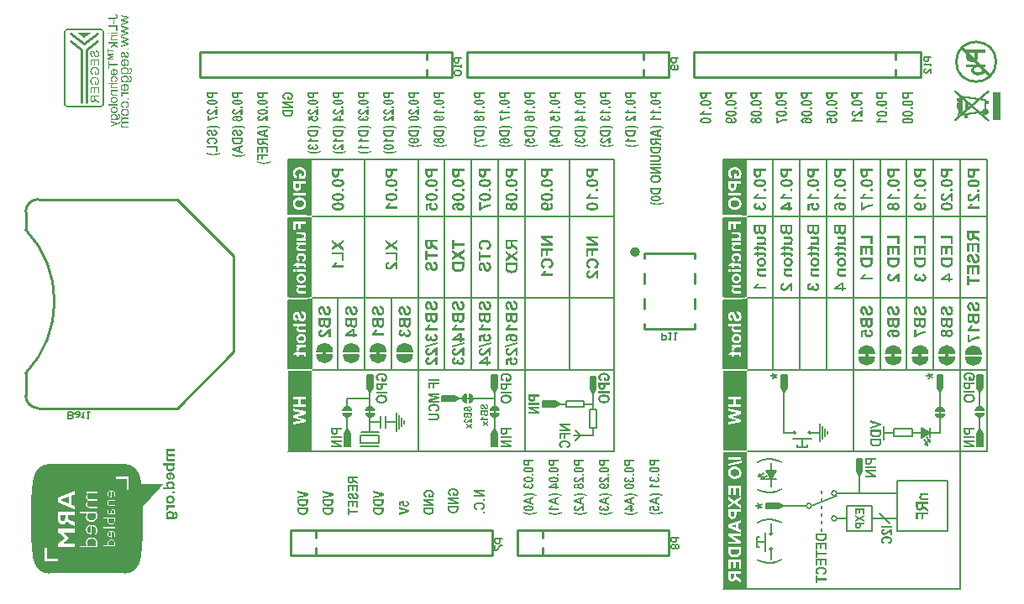
<source format=gbo>
G04 Layer_Color=32896*
%FSLAX24Y24*%
%MOIN*%
G70*
G01*
G75*
%ADD10C,0.0060*%
%ADD11C,0.0080*%
%ADD61C,0.0100*%
%ADD62C,0.0120*%
%ADD65C,0.0200*%
%ADD69C,0.0110*%
%ADD84C,0.0059*%
%ADD86C,0.0079*%
%ADD88C,0.0050*%
%ADD150C,0.0002*%
%ADD151C,0.0002*%
%ADD152R,0.0980X0.0258*%
%ADD153R,0.0980X0.0170*%
%ADD154R,0.0980X0.0070*%
%ADD155R,0.0200X0.2250*%
%ADD156R,0.0160X0.3170*%
%ADD157R,0.0200X0.3180*%
%ADD158R,0.0160X0.2240*%
%ADD159R,0.0190X0.2790*%
%ADD160R,0.0180X0.1993*%
%ADD161R,0.0160X0.2759*%
%ADD162R,0.0980X0.0940*%
%ADD163R,0.0170X0.1811*%
%ADD164R,0.0980X0.0400*%
%ADD165R,0.0980X0.0413*%
%ADD166R,0.0980X0.1000*%
%ADD167R,0.0980X0.0140*%
%ADD168R,0.0180X0.5450*%
%ADD169R,0.0980X0.0120*%
%ADD170R,0.0170X0.5450*%
%ADD171R,0.0980X0.0230*%
G36*
X3639Y21215D02*
X3494D01*
X3483Y21214D01*
X3474Y21213D01*
X3465Y21212D01*
X3459Y21211D01*
X3453Y21209D01*
X3449Y21208D01*
X3447Y21208D01*
X3446Y21207D01*
X3440Y21204D01*
X3434Y21200D01*
X3429Y21196D01*
X3425Y21192D01*
X3422Y21188D01*
X3420Y21185D01*
X3418Y21183D01*
X3417Y21182D01*
X3414Y21176D01*
X3411Y21169D01*
X3410Y21163D01*
X3408Y21158D01*
X3407Y21152D01*
X3407Y21149D01*
Y21147D01*
Y21146D01*
X3407Y21136D01*
X3410Y21128D01*
X3412Y21121D01*
X3415Y21115D01*
X3417Y21110D01*
X3420Y21107D01*
X3422Y21105D01*
X3423Y21104D01*
X3429Y21100D01*
X3437Y21096D01*
X3445Y21093D01*
X3453Y21091D01*
X3460Y21090D01*
X3466Y21090D01*
X3639D01*
Y21045D01*
X3472D01*
X3458Y21045D01*
X3446Y21046D01*
X3436Y21048D01*
X3427Y21050D01*
X3421Y21051D01*
X3416Y21053D01*
X3413Y21054D01*
X3412Y21054D01*
X3405Y21059D01*
X3398Y21063D01*
X3393Y21069D01*
X3388Y21073D01*
X3385Y21078D01*
X3382Y21082D01*
X3381Y21084D01*
X3380Y21085D01*
X3376Y21094D01*
X3373Y21102D01*
X3371Y21111D01*
X3370Y21119D01*
X3369Y21125D01*
X3368Y21131D01*
Y21133D01*
Y21135D01*
Y21135D01*
Y21136D01*
X3369Y21144D01*
X3370Y21153D01*
X3372Y21161D01*
X3374Y21168D01*
X3380Y21182D01*
X3383Y21188D01*
X3386Y21193D01*
X3390Y21198D01*
X3393Y21202D01*
X3396Y21206D01*
X3399Y21209D01*
X3402Y21211D01*
X3403Y21213D01*
X3404Y21214D01*
X3405Y21215D01*
X3274D01*
Y21259D01*
X3639D01*
Y21215D01*
D02*
G37*
G36*
X3520Y21527D02*
X3531Y21526D01*
X3542Y21524D01*
X3551Y21522D01*
X3561Y21520D01*
X3569Y21517D01*
X3577Y21514D01*
X3583Y21511D01*
X3589Y21508D01*
X3594Y21505D01*
X3599Y21502D01*
X3603Y21500D01*
X3606Y21498D01*
X3608Y21496D01*
X3609Y21495D01*
X3609Y21495D01*
X3616Y21489D01*
X3621Y21482D01*
X3626Y21475D01*
X3630Y21468D01*
X3633Y21460D01*
X3636Y21453D01*
X3640Y21439D01*
X3641Y21433D01*
X3642Y21427D01*
X3644Y21422D01*
X3644Y21417D01*
X3645Y21413D01*
Y21411D01*
Y21408D01*
Y21408D01*
X3644Y21400D01*
X3644Y21392D01*
X3640Y21378D01*
X3637Y21366D01*
X3632Y21355D01*
X3629Y21351D01*
X3627Y21347D01*
X3625Y21343D01*
X3623Y21340D01*
X3621Y21338D01*
X3620Y21337D01*
X3620Y21336D01*
X3619Y21335D01*
X3614Y21330D01*
X3609Y21325D01*
X3597Y21317D01*
X3585Y21310D01*
X3574Y21305D01*
X3563Y21302D01*
X3559Y21300D01*
X3555Y21299D01*
X3552Y21299D01*
X3550Y21298D01*
X3548Y21298D01*
X3548D01*
X3542Y21342D01*
X3553Y21344D01*
X3564Y21347D01*
X3572Y21352D01*
X3579Y21355D01*
X3585Y21359D01*
X3589Y21362D01*
X3591Y21364D01*
X3592Y21365D01*
X3597Y21372D01*
X3601Y21379D01*
X3604Y21386D01*
X3606Y21393D01*
X3607Y21399D01*
X3607Y21404D01*
X3608Y21407D01*
Y21408D01*
Y21408D01*
X3607Y21414D01*
X3607Y21420D01*
X3604Y21431D01*
X3600Y21440D01*
X3596Y21447D01*
X3591Y21453D01*
X3588Y21458D01*
X3585Y21461D01*
X3584Y21462D01*
X3579Y21465D01*
X3573Y21469D01*
X3562Y21473D01*
X3549Y21477D01*
X3536Y21479D01*
X3524Y21481D01*
X3520Y21481D01*
X3515D01*
X3512Y21482D01*
X3497D01*
X3488Y21481D01*
X3480Y21480D01*
X3472Y21479D01*
X3465Y21477D01*
X3459Y21475D01*
X3453Y21473D01*
X3448Y21471D01*
X3444Y21469D01*
X3440Y21468D01*
X3437Y21465D01*
X3434Y21464D01*
X3432Y21463D01*
X3431Y21462D01*
X3430Y21461D01*
X3430D01*
X3425Y21456D01*
X3422Y21452D01*
X3415Y21443D01*
X3411Y21434D01*
X3408Y21425D01*
X3406Y21417D01*
X3406Y21412D01*
X3405Y21409D01*
Y21407D01*
Y21406D01*
Y21406D01*
X3406Y21398D01*
X3407Y21391D01*
X3410Y21384D01*
X3412Y21378D01*
X3415Y21374D01*
X3417Y21371D01*
X3418Y21368D01*
X3419Y21368D01*
X3424Y21363D01*
X3431Y21358D01*
X3437Y21354D01*
X3444Y21351D01*
X3450Y21348D01*
X3454Y21347D01*
X3457Y21346D01*
X3458Y21346D01*
X3459D01*
X3452Y21302D01*
X3437Y21306D01*
X3425Y21311D01*
X3415Y21317D01*
X3406Y21323D01*
X3399Y21328D01*
X3395Y21333D01*
X3392Y21336D01*
X3391Y21337D01*
Y21337D01*
X3383Y21348D01*
X3378Y21360D01*
X3374Y21372D01*
X3371Y21383D01*
X3369Y21393D01*
X3369Y21397D01*
Y21400D01*
X3368Y21403D01*
Y21405D01*
Y21407D01*
Y21407D01*
X3369Y21420D01*
X3371Y21432D01*
X3374Y21443D01*
X3376Y21452D01*
X3379Y21460D01*
X3381Y21463D01*
X3382Y21465D01*
X3383Y21468D01*
X3384Y21469D01*
X3385Y21470D01*
Y21471D01*
X3391Y21481D01*
X3399Y21490D01*
X3407Y21497D01*
X3415Y21503D01*
X3422Y21508D01*
X3427Y21511D01*
X3430Y21512D01*
X3431Y21513D01*
X3432Y21514D01*
X3433D01*
X3445Y21519D01*
X3458Y21522D01*
X3471Y21524D01*
X3482Y21526D01*
X3488Y21527D01*
X3492Y21527D01*
X3496D01*
X3500Y21528D01*
X3508D01*
X3520Y21527D01*
D02*
G37*
G36*
X3639Y20931D02*
X3486D01*
X3477Y20930D01*
X3470Y20929D01*
X3463Y20928D01*
X3456Y20926D01*
X3451Y20925D01*
X3445Y20923D01*
X3441Y20920D01*
X3437Y20919D01*
X3434Y20917D01*
X3432Y20915D01*
X3430Y20914D01*
X3427Y20912D01*
X3426Y20910D01*
X3420Y20903D01*
X3415Y20894D01*
X3412Y20886D01*
X3410Y20878D01*
X3408Y20871D01*
X3408Y20866D01*
X3407Y20864D01*
Y20863D01*
Y20862D01*
Y20861D01*
X3408Y20855D01*
X3408Y20849D01*
X3410Y20844D01*
X3412Y20839D01*
X3413Y20836D01*
X3414Y20832D01*
X3415Y20831D01*
X3416Y20830D01*
X3419Y20826D01*
X3423Y20821D01*
X3426Y20818D01*
X3430Y20816D01*
X3433Y20814D01*
X3435Y20812D01*
X3437Y20811D01*
X3437D01*
X3443Y20810D01*
X3450Y20808D01*
X3456Y20807D01*
X3463Y20807D01*
X3469Y20806D01*
X3639D01*
Y20761D01*
X3465D01*
X3456Y20762D01*
X3449Y20762D01*
X3443D01*
X3438Y20763D01*
X3435Y20763D01*
X3433Y20764D01*
X3433D01*
X3426Y20766D01*
X3420Y20768D01*
X3414Y20770D01*
X3409Y20772D01*
X3405Y20775D01*
X3403Y20777D01*
X3401Y20778D01*
X3400Y20778D01*
X3395Y20782D01*
X3391Y20787D01*
X3386Y20792D01*
X3383Y20797D01*
X3381Y20801D01*
X3379Y20805D01*
X3378Y20807D01*
X3377Y20808D01*
X3374Y20816D01*
X3372Y20824D01*
X3371Y20831D01*
X3369Y20838D01*
X3369Y20844D01*
X3368Y20848D01*
Y20851D01*
Y20851D01*
Y20852D01*
X3369Y20862D01*
X3371Y20871D01*
X3373Y20880D01*
X3375Y20888D01*
X3378Y20896D01*
X3382Y20903D01*
X3386Y20909D01*
X3390Y20914D01*
X3394Y20919D01*
X3398Y20924D01*
X3402Y20927D01*
X3405Y20930D01*
X3408Y20933D01*
X3410Y20934D01*
X3412Y20935D01*
X3412Y20936D01*
X3374D01*
Y20976D01*
X3639D01*
Y20931D01*
D02*
G37*
G36*
Y20365D02*
X3274D01*
Y20410D01*
X3639D01*
Y20365D01*
D02*
G37*
G36*
X3519Y20709D02*
X3530Y20708D01*
X3541Y20706D01*
X3551Y20704D01*
X3560Y20701D01*
X3568Y20699D01*
X3576Y20695D01*
X3583Y20692D01*
X3589Y20689D01*
X3594Y20686D01*
X3599Y20683D01*
X3602Y20681D01*
X3606Y20679D01*
X3608Y20677D01*
X3609Y20676D01*
X3609Y20675D01*
X3616Y20669D01*
X3621Y20662D01*
X3626Y20654D01*
X3630Y20647D01*
X3633Y20640D01*
X3636Y20632D01*
X3640Y20617D01*
X3641Y20611D01*
X3642Y20605D01*
X3644Y20600D01*
X3644Y20595D01*
X3645Y20591D01*
Y20588D01*
Y20586D01*
Y20585D01*
X3644Y20573D01*
X3642Y20561D01*
X3639Y20550D01*
X3637Y20541D01*
X3633Y20533D01*
X3632Y20530D01*
X3631Y20527D01*
X3630Y20525D01*
X3629Y20523D01*
X3629Y20523D01*
Y20522D01*
X3622Y20512D01*
X3615Y20503D01*
X3607Y20495D01*
X3600Y20488D01*
X3593Y20484D01*
X3588Y20480D01*
X3586Y20479D01*
X3584Y20478D01*
X3584Y20477D01*
X3583D01*
X3571Y20472D01*
X3558Y20468D01*
X3545Y20465D01*
X3532Y20464D01*
X3526Y20463D01*
X3521D01*
X3515Y20462D01*
X3511Y20461D01*
X3503D01*
X3491Y20462D01*
X3481Y20463D01*
X3471Y20465D01*
X3461Y20467D01*
X3452Y20469D01*
X3444Y20473D01*
X3436Y20476D01*
X3430Y20479D01*
X3424Y20482D01*
X3419Y20485D01*
X3414Y20488D01*
X3411Y20491D01*
X3408Y20493D01*
X3406Y20495D01*
X3405Y20496D01*
X3404Y20496D01*
X3398Y20503D01*
X3393Y20510D01*
X3387Y20517D01*
X3384Y20525D01*
X3380Y20532D01*
X3377Y20539D01*
X3373Y20554D01*
X3372Y20561D01*
X3371Y20566D01*
X3369Y20572D01*
X3369Y20576D01*
X3368Y20580D01*
Y20583D01*
Y20585D01*
Y20585D01*
X3369Y20594D01*
X3369Y20603D01*
X3373Y20619D01*
X3378Y20633D01*
X3381Y20640D01*
X3383Y20645D01*
X3386Y20651D01*
X3388Y20655D01*
X3391Y20659D01*
X3393Y20662D01*
X3395Y20665D01*
X3397Y20667D01*
X3397Y20668D01*
X3398Y20669D01*
X3405Y20676D01*
X3413Y20682D01*
X3421Y20688D01*
X3430Y20692D01*
X3438Y20696D01*
X3448Y20699D01*
X3457Y20702D01*
X3465Y20704D01*
X3474Y20706D01*
X3481Y20707D01*
X3489Y20708D01*
X3494Y20709D01*
X3500D01*
X3503Y20709D01*
X3506D01*
X3519Y20709D01*
D02*
G37*
G36*
X3521Y21813D02*
X3532Y21812D01*
X3542Y21810D01*
X3552Y21808D01*
X3561Y21805D01*
X3569Y21803D01*
X3577Y21800D01*
X3583Y21796D01*
X3589Y21793D01*
X3594Y21790D01*
X3599Y21787D01*
X3602Y21785D01*
X3606Y21783D01*
X3608Y21781D01*
X3609Y21780D01*
X3609Y21779D01*
X3616Y21773D01*
X3621Y21766D01*
X3626Y21758D01*
X3630Y21751D01*
X3633Y21743D01*
X3636Y21735D01*
X3640Y21720D01*
X3641Y21714D01*
X3642Y21707D01*
X3644Y21701D01*
X3644Y21697D01*
X3645Y21693D01*
Y21690D01*
Y21688D01*
Y21687D01*
X3644Y21671D01*
X3641Y21656D01*
X3638Y21643D01*
X3636Y21638D01*
X3633Y21632D01*
X3631Y21628D01*
X3629Y21623D01*
X3628Y21620D01*
X3626Y21617D01*
X3625Y21615D01*
X3623Y21613D01*
X3622Y21612D01*
Y21612D01*
X3613Y21601D01*
X3603Y21593D01*
X3592Y21586D01*
X3582Y21580D01*
X3573Y21576D01*
X3569Y21574D01*
X3566Y21573D01*
X3563Y21572D01*
X3561Y21571D01*
X3560Y21571D01*
X3559D01*
X3553Y21617D01*
X3563Y21621D01*
X3572Y21626D01*
X3579Y21631D01*
X3585Y21635D01*
X3589Y21639D01*
X3592Y21642D01*
X3594Y21645D01*
X3595Y21645D01*
X3599Y21652D01*
X3602Y21659D01*
X3605Y21666D01*
X3606Y21673D01*
X3607Y21678D01*
X3608Y21683D01*
Y21686D01*
Y21687D01*
Y21687D01*
X3607Y21694D01*
X3607Y21699D01*
X3604Y21710D01*
X3600Y21719D01*
X3596Y21728D01*
X3592Y21734D01*
X3589Y21739D01*
X3586Y21742D01*
X3585Y21743D01*
Y21743D01*
X3576Y21751D01*
X3565Y21756D01*
X3553Y21761D01*
X3543Y21764D01*
X3533Y21765D01*
X3529Y21766D01*
X3525Y21767D01*
X3522D01*
X3520Y21767D01*
X3518D01*
Y21570D01*
X3513Y21569D01*
X3506D01*
X3494Y21570D01*
X3483Y21571D01*
X3473Y21572D01*
X3463Y21574D01*
X3454Y21577D01*
X3445Y21580D01*
X3438Y21583D01*
X3431Y21586D01*
X3425Y21589D01*
X3420Y21592D01*
X3415Y21595D01*
X3412Y21598D01*
X3408Y21600D01*
X3406Y21601D01*
X3405Y21602D01*
X3405Y21603D01*
X3398Y21609D01*
X3393Y21616D01*
X3388Y21623D01*
X3384Y21631D01*
X3380Y21638D01*
X3377Y21645D01*
X3375Y21652D01*
X3373Y21659D01*
X3372Y21666D01*
X3371Y21671D01*
X3369Y21677D01*
X3369Y21681D01*
X3368Y21685D01*
Y21688D01*
Y21689D01*
Y21690D01*
X3369Y21700D01*
X3370Y21709D01*
X3372Y21718D01*
X3374Y21727D01*
X3377Y21735D01*
X3380Y21742D01*
X3383Y21749D01*
X3387Y21755D01*
X3390Y21761D01*
X3394Y21765D01*
X3397Y21769D01*
X3399Y21773D01*
X3402Y21775D01*
X3404Y21777D01*
X3405Y21778D01*
X3405Y21779D01*
X3413Y21785D01*
X3421Y21790D01*
X3428Y21795D01*
X3437Y21799D01*
X3446Y21802D01*
X3454Y21805D01*
X3471Y21809D01*
X3479Y21811D01*
X3486Y21812D01*
X3492Y21812D01*
X3498Y21813D01*
X3503Y21813D01*
X3509D01*
X3521Y21813D01*
D02*
G37*
G36*
X35730Y16959D02*
X35638D01*
Y17051D01*
X35730D01*
Y16959D01*
D02*
G37*
G36*
X35016Y20157D02*
X35037Y20156D01*
X35056Y20154D01*
X35074Y20152D01*
X35090Y20150D01*
X35104Y20147D01*
X35117Y20144D01*
X35128Y20141D01*
X35138Y20138D01*
X35147Y20135D01*
X35153Y20133D01*
X35159Y20131D01*
X35163Y20128D01*
X35166Y20127D01*
X35168Y20126D01*
X35169Y20126D01*
X35177Y20119D01*
X35185Y20113D01*
X35191Y20105D01*
X35196Y20098D01*
X35202Y20091D01*
X35205Y20085D01*
X35209Y20078D01*
X35211Y20071D01*
X35215Y20059D01*
X35216Y20054D01*
X35216Y20049D01*
Y20046D01*
X35217Y20043D01*
Y20041D01*
Y20041D01*
X35216Y20031D01*
X35215Y20022D01*
X35213Y20013D01*
X35209Y20006D01*
X35202Y19991D01*
X35192Y19979D01*
X35183Y19969D01*
X35180Y19965D01*
X35176Y19962D01*
X35172Y19960D01*
X35170Y19958D01*
X35169Y19957D01*
X35168Y19956D01*
X35158Y19951D01*
X35146Y19945D01*
X35134Y19942D01*
X35120Y19938D01*
X35091Y19932D01*
X35062Y19928D01*
X35049Y19927D01*
X35036Y19926D01*
X35025Y19925D01*
X35014D01*
X35006Y19924D01*
X34994D01*
X34972Y19925D01*
X34951Y19925D01*
X34932Y19927D01*
X34915Y19929D01*
X34899Y19932D01*
X34885Y19934D01*
X34872Y19937D01*
X34861Y19940D01*
X34851Y19943D01*
X34843Y19946D01*
X34836Y19949D01*
X34830Y19951D01*
X34826Y19953D01*
X34823Y19955D01*
X34821Y19956D01*
X34821Y19956D01*
X34811Y19963D01*
X34804Y19969D01*
X34797Y19977D01*
X34791Y19984D01*
X34787Y19991D01*
X34783Y19997D01*
X34780Y20004D01*
X34777Y20011D01*
X34773Y20023D01*
X34772Y20028D01*
X34771Y20033D01*
X34771Y20036D01*
Y20039D01*
Y20041D01*
Y20041D01*
X34771Y20051D01*
X34773Y20060D01*
X34775Y20069D01*
X34778Y20076D01*
X34786Y20091D01*
X34795Y20103D01*
X34805Y20113D01*
X34809Y20116D01*
X34813Y20120D01*
X34816Y20122D01*
X34819Y20124D01*
X34820Y20125D01*
X34821Y20126D01*
X34831Y20131D01*
X34843Y20136D01*
X34855Y20140D01*
X34869Y20144D01*
X34897Y20150D01*
X34926Y20153D01*
X34939Y20155D01*
X34952Y20155D01*
X34964Y20156D01*
X34973Y20157D01*
X34982Y20157D01*
X34994D01*
X35016Y20157D01*
D02*
G37*
G36*
Y19877D02*
X35037Y19877D01*
X35056Y19875D01*
X35074Y19873D01*
X35090Y19871D01*
X35104Y19868D01*
X35117Y19865D01*
X35128Y19862D01*
X35138Y19859D01*
X35147Y19856D01*
X35153Y19853D01*
X35159Y19851D01*
X35163Y19849D01*
X35166Y19848D01*
X35168Y19847D01*
X35169Y19846D01*
X35177Y19840D01*
X35185Y19833D01*
X35191Y19826D01*
X35196Y19819D01*
X35202Y19812D01*
X35205Y19805D01*
X35209Y19798D01*
X35211Y19792D01*
X35215Y19779D01*
X35216Y19774D01*
X35216Y19770D01*
Y19767D01*
X35217Y19764D01*
Y19762D01*
Y19761D01*
X35216Y19752D01*
X35215Y19743D01*
X35213Y19734D01*
X35209Y19726D01*
X35202Y19712D01*
X35192Y19700D01*
X35183Y19690D01*
X35180Y19686D01*
X35176Y19683D01*
X35172Y19680D01*
X35170Y19678D01*
X35169Y19678D01*
X35168Y19677D01*
X35158Y19671D01*
X35146Y19666D01*
X35134Y19662D01*
X35120Y19658D01*
X35091Y19653D01*
X35062Y19649D01*
X35049Y19647D01*
X35036Y19647D01*
X35025Y19645D01*
X35014D01*
X35006Y19645D01*
X34994D01*
X34972Y19645D01*
X34951Y19646D01*
X34932Y19648D01*
X34915Y19650D01*
X34899Y19653D01*
X34885Y19655D01*
X34872Y19658D01*
X34861Y19661D01*
X34851Y19664D01*
X34843Y19667D01*
X34836Y19669D01*
X34830Y19672D01*
X34826Y19674D01*
X34823Y19676D01*
X34821Y19676D01*
X34821Y19677D01*
X34811Y19684D01*
X34804Y19690D01*
X34797Y19697D01*
X34791Y19704D01*
X34787Y19711D01*
X34783Y19718D01*
X34780Y19725D01*
X34777Y19732D01*
X34773Y19744D01*
X34772Y19749D01*
X34771Y19754D01*
X34771Y19757D01*
Y19759D01*
Y19761D01*
Y19762D01*
X34771Y19772D01*
X34773Y19781D01*
X34775Y19789D01*
X34778Y19797D01*
X34786Y19811D01*
X34795Y19824D01*
X34805Y19833D01*
X34809Y19837D01*
X34813Y19840D01*
X34816Y19843D01*
X34819Y19845D01*
X34820Y19846D01*
X34821Y19846D01*
X34831Y19852D01*
X34843Y19857D01*
X34855Y19861D01*
X34869Y19864D01*
X34897Y19870D01*
X34926Y19874D01*
X34939Y19875D01*
X34952Y19876D01*
X34964Y19877D01*
X34973Y19877D01*
X34982Y19878D01*
X34994D01*
X35016Y19877D01*
D02*
G37*
G36*
X35518Y17443D02*
X35541Y17442D01*
X35562Y17440D01*
X35581Y17437D01*
X35599Y17434D01*
X35615Y17431D01*
X35629Y17427D01*
X35641Y17423D01*
X35652Y17419D01*
X35661Y17415D01*
X35669Y17411D01*
X35675Y17408D01*
X35679Y17406D01*
X35683Y17404D01*
X35685Y17402D01*
X35686Y17402D01*
X35695Y17393D01*
X35703Y17384D01*
X35711Y17375D01*
X35716Y17366D01*
X35722Y17357D01*
X35726Y17347D01*
X35729Y17338D01*
X35732Y17329D01*
X35735Y17321D01*
X35736Y17313D01*
X35738Y17306D01*
X35738Y17300D01*
Y17296D01*
X35739Y17291D01*
Y17289D01*
Y17289D01*
X35738Y17276D01*
X35737Y17264D01*
X35734Y17253D01*
X35731Y17242D01*
X35728Y17232D01*
X35724Y17223D01*
X35719Y17216D01*
X35714Y17208D01*
X35710Y17202D01*
X35705Y17196D01*
X35701Y17191D01*
X35697Y17187D01*
X35695Y17184D01*
X35692Y17182D01*
X35690Y17180D01*
X35690Y17180D01*
X35678Y17171D01*
X35664Y17164D01*
X35649Y17157D01*
X35634Y17153D01*
X35618Y17148D01*
X35602Y17144D01*
X35585Y17141D01*
X35569Y17138D01*
X35554Y17137D01*
X35540Y17135D01*
X35527Y17134D01*
X35516Y17133D01*
X35507Y17132D01*
X35493D01*
X35468Y17133D01*
X35445Y17135D01*
X35425Y17137D01*
X35405Y17140D01*
X35387Y17144D01*
X35371Y17147D01*
X35357Y17152D01*
X35344Y17156D01*
X35332Y17160D01*
X35323Y17164D01*
X35315Y17169D01*
X35308Y17172D01*
X35303Y17175D01*
X35300Y17178D01*
X35298Y17179D01*
X35297Y17180D01*
X35288Y17187D01*
X35280Y17196D01*
X35274Y17205D01*
X35268Y17214D01*
X35263Y17223D01*
X35259Y17232D01*
X35256Y17240D01*
X35253Y17249D01*
X35251Y17257D01*
X35250Y17264D01*
X35248Y17271D01*
X35248Y17277D01*
X35247Y17282D01*
Y17286D01*
Y17288D01*
Y17289D01*
X35248Y17301D01*
X35249Y17313D01*
X35252Y17325D01*
X35255Y17335D01*
X35259Y17345D01*
X35263Y17354D01*
X35267Y17361D01*
X35272Y17369D01*
X35277Y17375D01*
X35281Y17382D01*
X35285Y17386D01*
X35289Y17390D01*
X35292Y17393D01*
X35295Y17395D01*
X35296Y17397D01*
X35297Y17398D01*
X35309Y17406D01*
X35323Y17413D01*
X35337Y17419D01*
X35352Y17425D01*
X35368Y17429D01*
X35385Y17433D01*
X35401Y17436D01*
X35417Y17439D01*
X35432Y17440D01*
X35446Y17441D01*
X35459Y17443D01*
X35470Y17443D01*
X35479Y17444D01*
X35493D01*
X35518Y17443D01*
D02*
G37*
G36*
X3317Y22011D02*
X3639D01*
Y21962D01*
X3317D01*
Y21842D01*
X3274D01*
Y22131D01*
X3317D01*
Y22011D01*
D02*
G37*
G36*
X3639Y23229D02*
X3374D01*
Y23274D01*
X3639D01*
Y23229D01*
D02*
G37*
G36*
Y23325D02*
X3596D01*
Y23505D01*
X3274D01*
Y23554D01*
X3639D01*
Y23325D01*
D02*
G37*
G36*
X3325Y23229D02*
X3274D01*
Y23274D01*
X3325D01*
Y23229D01*
D02*
G37*
G36*
X3639Y22832D02*
X3534D01*
X3504Y22801D01*
X3639Y22713D01*
Y22658D01*
X3473Y22769D01*
X3374Y22668D01*
Y22726D01*
X3482Y22832D01*
X3274D01*
Y22877D01*
X3639D01*
Y22832D01*
D02*
G37*
G36*
Y23116D02*
X3486D01*
X3477Y23115D01*
X3470Y23113D01*
X3463Y23112D01*
X3456Y23111D01*
X3451Y23109D01*
X3445Y23107D01*
X3441Y23105D01*
X3437Y23103D01*
X3434Y23101D01*
X3432Y23100D01*
X3430Y23098D01*
X3427Y23096D01*
X3426Y23095D01*
X3420Y23087D01*
X3415Y23079D01*
X3412Y23070D01*
X3410Y23063D01*
X3408Y23056D01*
X3408Y23051D01*
X3407Y23049D01*
Y23047D01*
Y23047D01*
Y23046D01*
X3408Y23040D01*
X3408Y23033D01*
X3410Y23028D01*
X3412Y23024D01*
X3413Y23020D01*
X3414Y23017D01*
X3415Y23015D01*
X3416Y23015D01*
X3419Y23010D01*
X3423Y23006D01*
X3426Y23003D01*
X3430Y23000D01*
X3433Y22999D01*
X3435Y22997D01*
X3437Y22996D01*
X3437D01*
X3443Y22994D01*
X3450Y22993D01*
X3456Y22992D01*
X3463Y22991D01*
X3469Y22991D01*
X3639D01*
Y22946D01*
X3465D01*
X3456Y22946D01*
X3449Y22947D01*
X3443D01*
X3438Y22947D01*
X3435Y22948D01*
X3433Y22949D01*
X3433D01*
X3426Y22950D01*
X3420Y22953D01*
X3414Y22955D01*
X3409Y22957D01*
X3405Y22960D01*
X3403Y22961D01*
X3401Y22962D01*
X3400Y22963D01*
X3395Y22967D01*
X3391Y22972D01*
X3386Y22976D01*
X3383Y22982D01*
X3381Y22986D01*
X3379Y22990D01*
X3378Y22992D01*
X3377Y22993D01*
X3374Y23000D01*
X3372Y23008D01*
X3371Y23015D01*
X3369Y23022D01*
X3369Y23028D01*
X3368Y23032D01*
Y23035D01*
Y23036D01*
Y23037D01*
X3369Y23047D01*
X3371Y23056D01*
X3373Y23064D01*
X3375Y23073D01*
X3378Y23080D01*
X3382Y23087D01*
X3386Y23093D01*
X3390Y23099D01*
X3394Y23104D01*
X3398Y23108D01*
X3402Y23112D01*
X3405Y23115D01*
X3408Y23117D01*
X3410Y23119D01*
X3412Y23120D01*
X3412Y23120D01*
X3374D01*
Y23160D01*
X3639D01*
Y23116D01*
D02*
G37*
G36*
X3529Y23606D02*
X3484D01*
Y23745D01*
X3529D01*
Y23606D01*
D02*
G37*
G36*
X3519Y20312D02*
X3530Y20311D01*
X3541Y20309D01*
X3551Y20307D01*
X3560Y20304D01*
X3568Y20302D01*
X3576Y20299D01*
X3583Y20295D01*
X3589Y20292D01*
X3594Y20289D01*
X3599Y20287D01*
X3602Y20284D01*
X3606Y20282D01*
X3608Y20280D01*
X3609Y20279D01*
X3609Y20279D01*
X3616Y20272D01*
X3621Y20265D01*
X3626Y20258D01*
X3630Y20250D01*
X3633Y20243D01*
X3636Y20235D01*
X3640Y20221D01*
X3641Y20214D01*
X3642Y20208D01*
X3644Y20203D01*
X3644Y20198D01*
X3645Y20194D01*
Y20191D01*
Y20189D01*
Y20188D01*
X3644Y20176D01*
X3642Y20164D01*
X3639Y20153D01*
X3637Y20144D01*
X3633Y20136D01*
X3632Y20133D01*
X3631Y20131D01*
X3630Y20128D01*
X3629Y20126D01*
X3629Y20126D01*
Y20125D01*
X3622Y20115D01*
X3615Y20106D01*
X3607Y20098D01*
X3600Y20092D01*
X3593Y20087D01*
X3588Y20083D01*
X3586Y20082D01*
X3584Y20081D01*
X3584Y20080D01*
X3583D01*
X3571Y20075D01*
X3558Y20071D01*
X3545Y20068D01*
X3532Y20067D01*
X3526Y20066D01*
X3521D01*
X3515Y20065D01*
X3511Y20065D01*
X3503D01*
X3491Y20065D01*
X3481Y20066D01*
X3471Y20068D01*
X3461Y20070D01*
X3452Y20073D01*
X3444Y20076D01*
X3436Y20079D01*
X3430Y20082D01*
X3424Y20085D01*
X3419Y20088D01*
X3414Y20092D01*
X3411Y20094D01*
X3408Y20096D01*
X3406Y20098D01*
X3405Y20099D01*
X3404Y20099D01*
X3398Y20106D01*
X3393Y20113D01*
X3387Y20120D01*
X3384Y20128D01*
X3380Y20135D01*
X3377Y20143D01*
X3373Y20157D01*
X3372Y20164D01*
X3371Y20170D01*
X3369Y20175D01*
X3369Y20180D01*
X3368Y20183D01*
Y20186D01*
Y20188D01*
Y20188D01*
X3369Y20197D01*
X3369Y20206D01*
X3373Y20222D01*
X3378Y20236D01*
X3381Y20243D01*
X3383Y20249D01*
X3386Y20254D01*
X3388Y20258D01*
X3391Y20262D01*
X3393Y20265D01*
X3395Y20268D01*
X3397Y20270D01*
X3397Y20271D01*
X3398Y20272D01*
X3405Y20279D01*
X3413Y20285D01*
X3421Y20291D01*
X3430Y20295D01*
X3438Y20299D01*
X3448Y20302D01*
X3457Y20305D01*
X3465Y20307D01*
X3474Y20309D01*
X3481Y20310D01*
X3489Y20311D01*
X3494Y20312D01*
X3500D01*
X3503Y20312D01*
X3506D01*
X3519Y20312D01*
D02*
G37*
G36*
X35730Y17774D02*
X35549D01*
Y17711D01*
Y17699D01*
Y17688D01*
X35548Y17677D01*
Y17668D01*
X35547Y17659D01*
X35547Y17650D01*
X35546Y17643D01*
X35545Y17636D01*
Y17630D01*
X35545Y17625D01*
X35544Y17620D01*
X35543Y17617D01*
Y17614D01*
X35543Y17612D01*
Y17611D01*
Y17611D01*
X35540Y17601D01*
X35536Y17592D01*
X35533Y17584D01*
X35529Y17576D01*
X35525Y17570D01*
X35522Y17565D01*
X35520Y17562D01*
X35520Y17561D01*
X35513Y17552D01*
X35505Y17544D01*
X35497Y17536D01*
X35490Y17531D01*
X35483Y17526D01*
X35477Y17522D01*
X35474Y17520D01*
X35473Y17520D01*
X35461Y17514D01*
X35448Y17510D01*
X35435Y17507D01*
X35423Y17505D01*
X35414Y17504D01*
X35409D01*
X35405Y17503D01*
X35398D01*
X35377Y17504D01*
X35359Y17507D01*
X35343Y17512D01*
X35330Y17517D01*
X35324Y17520D01*
X35319Y17522D01*
X35315Y17525D01*
X35311Y17527D01*
X35308Y17529D01*
X35306Y17530D01*
X35305Y17532D01*
X35305D01*
X35292Y17543D01*
X35282Y17554D01*
X35273Y17566D01*
X35267Y17576D01*
X35263Y17586D01*
X35259Y17593D01*
X35259Y17596D01*
X35258Y17598D01*
X35257Y17600D01*
Y17600D01*
X35256Y17606D01*
X35255Y17613D01*
X35254Y17621D01*
X35253Y17629D01*
X35252Y17649D01*
X35250Y17668D01*
Y17677D01*
Y17686D01*
X35250Y17694D01*
Y17702D01*
Y17707D01*
Y17711D01*
Y17715D01*
Y17715D01*
Y17871D01*
X35730D01*
Y17774D01*
D02*
G37*
G36*
X3515Y20029D02*
X3525Y20028D01*
X3543Y20025D01*
X3552Y20022D01*
X3559Y20020D01*
X3567Y20017D01*
X3573Y20015D01*
X3579Y20012D01*
X3584Y20009D01*
X3589Y20007D01*
X3593Y20005D01*
X3596Y20002D01*
X3598Y20001D01*
X3599Y20000D01*
X3600Y20000D01*
X3607Y19994D01*
X3612Y19988D01*
X3618Y19981D01*
X3622Y19974D01*
X3626Y19967D01*
X3629Y19960D01*
X3632Y19953D01*
X3634Y19946D01*
X3636Y19940D01*
X3637Y19934D01*
X3638Y19929D01*
X3638Y19924D01*
Y19920D01*
X3639Y19918D01*
Y19915D01*
Y19915D01*
X3638Y19907D01*
X3637Y19899D01*
X3636Y19892D01*
X3633Y19885D01*
X3628Y19873D01*
X3621Y19862D01*
X3618Y19858D01*
X3615Y19853D01*
X3612Y19850D01*
X3609Y19847D01*
X3607Y19845D01*
X3606Y19843D01*
X3605Y19842D01*
X3604Y19842D01*
X3619D01*
X3626Y19842D01*
X3637D01*
X3641Y19843D01*
X3646D01*
X3649Y19843D01*
X3655Y19844D01*
X3659Y19844D01*
X3661Y19845D01*
X3661D01*
X3669Y19848D01*
X3676Y19851D01*
X3682Y19855D01*
X3687Y19859D01*
X3691Y19862D01*
X3694Y19865D01*
X3696Y19868D01*
X3696Y19868D01*
X3700Y19875D01*
X3704Y19883D01*
X3706Y19891D01*
X3707Y19898D01*
X3708Y19905D01*
X3709Y19911D01*
Y19913D01*
Y19914D01*
Y19915D01*
Y19916D01*
X3708Y19926D01*
X3707Y19936D01*
X3705Y19943D01*
X3702Y19950D01*
X3700Y19955D01*
X3698Y19959D01*
X3696Y19961D01*
X3696Y19962D01*
X3692Y19966D01*
X3687Y19969D01*
X3683Y19972D01*
X3678Y19974D01*
X3673Y19975D01*
X3669Y19976D01*
X3667Y19977D01*
X3666D01*
X3660Y20020D01*
X3668D01*
X3675Y20019D01*
X3682Y20018D01*
X3688Y20017D01*
X3699Y20012D01*
X3708Y20007D01*
X3715Y20001D01*
X3720Y19997D01*
X3723Y19993D01*
X3724Y19993D01*
X3724Y19992D01*
X3732Y19981D01*
X3737Y19968D01*
X3740Y19956D01*
X3743Y19943D01*
X3744Y19938D01*
X3745Y19932D01*
X3745Y19928D01*
Y19924D01*
X3746Y19921D01*
Y19918D01*
Y19917D01*
Y19916D01*
X3745Y19902D01*
X3743Y19889D01*
X3741Y19877D01*
X3738Y19868D01*
X3735Y19860D01*
X3734Y19856D01*
X3733Y19854D01*
X3732Y19852D01*
X3731Y19850D01*
X3730Y19850D01*
Y19849D01*
X3725Y19840D01*
X3718Y19831D01*
X3711Y19824D01*
X3705Y19819D01*
X3699Y19814D01*
X3694Y19812D01*
X3691Y19810D01*
X3690Y19809D01*
X3690D01*
X3685Y19807D01*
X3679Y19805D01*
X3672Y19803D01*
X3666Y19802D01*
X3651Y19800D01*
X3637Y19798D01*
X3630Y19797D01*
X3623Y19797D01*
X3618D01*
X3613Y19796D01*
X3374D01*
Y19837D01*
X3407D01*
X3400Y19843D01*
X3394Y19850D01*
X3389Y19856D01*
X3385Y19862D01*
X3381Y19869D01*
X3378Y19875D01*
X3375Y19882D01*
X3373Y19888D01*
X3372Y19893D01*
X3371Y19899D01*
X3369Y19903D01*
X3369Y19907D01*
X3368Y19910D01*
Y19913D01*
Y19914D01*
Y19915D01*
X3369Y19928D01*
X3371Y19939D01*
X3374Y19950D01*
X3377Y19959D01*
X3381Y19966D01*
X3384Y19971D01*
X3385Y19973D01*
X3386Y19975D01*
X3386Y19976D01*
Y19976D01*
X3393Y19985D01*
X3402Y19993D01*
X3410Y20000D01*
X3417Y20006D01*
X3425Y20010D01*
X3431Y20013D01*
X3433Y20014D01*
X3434Y20015D01*
X3435Y20016D01*
X3436D01*
X3448Y20020D01*
X3460Y20024D01*
X3472Y20026D01*
X3482Y20028D01*
X3492Y20029D01*
X3495D01*
X3499Y20029D01*
X3505D01*
X3515Y20029D01*
D02*
G37*
G36*
X3555Y24000D02*
X3564Y23999D01*
X3572Y23998D01*
X3579Y23996D01*
X3586Y23994D01*
X3592Y23991D01*
X3597Y23989D01*
X3602Y23987D01*
X3606Y23985D01*
X3610Y23983D01*
X3612Y23980D01*
X3615Y23979D01*
X3617Y23978D01*
X3617Y23977D01*
X3618Y23977D01*
X3622Y23971D01*
X3627Y23966D01*
X3630Y23960D01*
X3633Y23954D01*
X3638Y23942D01*
X3641Y23930D01*
X3644Y23919D01*
X3644Y23915D01*
X3645Y23911D01*
X3645Y23908D01*
Y23905D01*
Y23903D01*
Y23903D01*
X3645Y23891D01*
X3643Y23881D01*
X3641Y23871D01*
X3638Y23863D01*
X3636Y23856D01*
X3634Y23851D01*
X3632Y23848D01*
X3632Y23847D01*
X3627Y23839D01*
X3620Y23831D01*
X3614Y23825D01*
X3608Y23820D01*
X3602Y23816D01*
X3598Y23814D01*
X3595Y23812D01*
X3594Y23812D01*
X3594D01*
X3583Y23808D01*
X3572Y23805D01*
X3560Y23803D01*
X3549Y23802D01*
X3539Y23801D01*
X3534D01*
X3530Y23800D01*
X3274D01*
Y23849D01*
X3537D01*
X3546Y23850D01*
X3554Y23850D01*
X3560Y23851D01*
X3565Y23852D01*
X3569Y23853D01*
X3571Y23854D01*
X3571D01*
X3577Y23856D01*
X3581Y23859D01*
X3584Y23862D01*
X3588Y23864D01*
X3590Y23868D01*
X3592Y23870D01*
X3593Y23871D01*
X3594Y23872D01*
X3597Y23877D01*
X3599Y23882D01*
X3600Y23888D01*
X3601Y23892D01*
X3601Y23897D01*
X3602Y23900D01*
Y23902D01*
Y23903D01*
X3601Y23912D01*
X3599Y23920D01*
X3597Y23926D01*
X3594Y23932D01*
X3591Y23936D01*
X3589Y23939D01*
X3587Y23941D01*
X3587Y23942D01*
X3583Y23945D01*
X3580Y23947D01*
X3571Y23950D01*
X3562Y23953D01*
X3552Y23955D01*
X3543Y23956D01*
X3540D01*
X3537Y23957D01*
X3533Y23957D01*
X3530D01*
X3536Y24001D01*
X3546D01*
X3555Y24000D01*
D02*
G37*
G36*
X3639Y19654D02*
X3644Y19656D01*
X3647Y19657D01*
X3649Y19658D01*
X3650D01*
X3659Y19661D01*
X3666Y19665D01*
X3672Y19667D01*
X3677Y19669D01*
X3680Y19670D01*
X3682Y19671D01*
X3683Y19672D01*
X3684D01*
X3689Y19676D01*
X3694Y19681D01*
X3695Y19683D01*
X3696Y19685D01*
X3697Y19686D01*
Y19686D01*
X3699Y19690D01*
X3700Y19694D01*
X3702Y19702D01*
Y19705D01*
X3703Y19707D01*
Y19709D01*
Y19710D01*
X3702Y19718D01*
X3700Y19727D01*
X3699Y19730D01*
X3699Y19733D01*
X3698Y19735D01*
Y19735D01*
X3740Y19731D01*
X3742Y19725D01*
X3743Y19719D01*
X3744Y19715D01*
X3745Y19710D01*
Y19707D01*
X3746Y19704D01*
Y19703D01*
Y19702D01*
X3745Y19694D01*
X3744Y19687D01*
X3743Y19681D01*
X3740Y19676D01*
X3738Y19671D01*
X3737Y19668D01*
X3736Y19666D01*
X3735Y19665D01*
X3731Y19659D01*
X3726Y19655D01*
X3720Y19650D01*
X3715Y19646D01*
X3710Y19643D01*
X3707Y19640D01*
X3704Y19638D01*
X3703Y19638D01*
X3699Y19636D01*
X3696Y19634D01*
X3687Y19630D01*
X3677Y19626D01*
X3667Y19622D01*
X3658Y19618D01*
X3654Y19617D01*
X3650Y19615D01*
X3647Y19614D01*
X3645Y19613D01*
X3644Y19612D01*
X3643D01*
X3374Y19512D01*
Y19557D01*
X3529Y19614D01*
X3540Y19618D01*
X3550Y19621D01*
X3561Y19625D01*
X3570Y19627D01*
X3578Y19629D01*
X3581Y19630D01*
X3583Y19631D01*
X3586Y19631D01*
X3587Y19632D01*
X3588Y19632D01*
X3589D01*
X3577Y19636D01*
X3566Y19639D01*
X3555Y19642D01*
X3546Y19645D01*
X3539Y19648D01*
X3535Y19649D01*
X3533Y19650D01*
X3530Y19650D01*
X3529Y19651D01*
X3528Y19651D01*
X3528D01*
X3374Y19707D01*
Y19754D01*
X3639Y19654D01*
D02*
G37*
G36*
X35442Y16835D02*
X35432Y16813D01*
X35426Y16802D01*
X35420Y16792D01*
X35414Y16783D01*
X35409Y16775D01*
X35403Y16767D01*
X35398Y16760D01*
X35394Y16755D01*
X35390Y16750D01*
X35386Y16746D01*
X35384Y16743D01*
X35383Y16742D01*
X35382Y16741D01*
X35730D01*
Y16649D01*
X35247D01*
Y16724D01*
X35263Y16731D01*
X35278Y16740D01*
X35291Y16749D01*
X35303Y16759D01*
X35312Y16767D01*
X35318Y16775D01*
X35321Y16778D01*
X35323Y16780D01*
X35324Y16781D01*
X35325Y16782D01*
X35336Y16797D01*
X35346Y16812D01*
X35353Y16825D01*
X35359Y16837D01*
X35363Y16847D01*
X35366Y16853D01*
X35367Y16856D01*
X35368Y16858D01*
X35368Y16859D01*
Y16860D01*
X35452D01*
X35442Y16835D01*
D02*
G37*
G36*
X9600Y19746D02*
X9528D01*
Y19873D01*
X9520Y19869D01*
X9513Y19865D01*
X9511Y19863D01*
X9509Y19861D01*
X9507Y19861D01*
X9507Y19860D01*
X9501Y19856D01*
X9495Y19851D01*
X9488Y19844D01*
X9480Y19837D01*
X9473Y19831D01*
X9467Y19826D01*
X9464Y19824D01*
X9462Y19822D01*
X9462Y19822D01*
X9461Y19821D01*
X9448Y19810D01*
X9436Y19800D01*
X9426Y19792D01*
X9417Y19785D01*
X9410Y19780D01*
X9405Y19777D01*
X9402Y19775D01*
X9400Y19774D01*
X9391Y19770D01*
X9383Y19765D01*
X9375Y19761D01*
X9368Y19758D01*
X9362Y19756D01*
X9358Y19754D01*
X9355Y19753D01*
X9354D01*
X9345Y19751D01*
X9336Y19749D01*
X9328Y19748D01*
X9321Y19747D01*
X9314D01*
X9309Y19746D01*
X9297D01*
X9289Y19747D01*
X9274Y19750D01*
X9261Y19754D01*
X9250Y19759D01*
X9240Y19765D01*
X9236Y19767D01*
X9233Y19769D01*
X9230Y19771D01*
X9229Y19772D01*
X9227Y19773D01*
X9227Y19773D01*
X9221Y19779D01*
X9215Y19784D01*
X9211Y19790D01*
X9207Y19797D01*
X9203Y19803D01*
X9201Y19810D01*
X9197Y19822D01*
X9194Y19834D01*
X9194Y19839D01*
X9193Y19844D01*
X9193Y19848D01*
Y19850D01*
Y19852D01*
Y19852D01*
X9193Y19861D01*
X9194Y19869D01*
X9197Y19884D01*
X9202Y19898D01*
X9207Y19908D01*
X9212Y19917D01*
X9215Y19920D01*
X9217Y19923D01*
X9219Y19926D01*
X9221Y19928D01*
X9221Y19928D01*
X9222Y19929D01*
X9228Y19934D01*
X9234Y19938D01*
X9248Y19946D01*
X9263Y19952D01*
X9278Y19956D01*
X9285Y19958D01*
X9292Y19960D01*
X9298Y19961D01*
X9303Y19962D01*
X9307Y19962D01*
X9310D01*
X9312Y19963D01*
X9313D01*
X9321Y19899D01*
X9310Y19898D01*
X9300Y19896D01*
X9292Y19894D01*
X9284Y19891D01*
X9278Y19887D01*
X9273Y19884D01*
X9269Y19879D01*
X9265Y19875D01*
X9263Y19871D01*
X9261Y19867D01*
X9259Y19860D01*
X9258Y19858D01*
X9257Y19855D01*
Y19854D01*
Y19854D01*
X9258Y19847D01*
X9260Y19840D01*
X9262Y19835D01*
X9264Y19831D01*
X9267Y19827D01*
X9269Y19825D01*
X9271Y19823D01*
X9271Y19822D01*
X9277Y19818D01*
X9283Y19815D01*
X9290Y19813D01*
X9297Y19812D01*
X9303Y19811D01*
X9307Y19810D01*
X9312D01*
X9321Y19811D01*
X9330Y19813D01*
X9338Y19815D01*
X9345Y19818D01*
X9352Y19820D01*
X9357Y19822D01*
X9360Y19824D01*
X9361Y19825D01*
X9364Y19827D01*
X9369Y19830D01*
X9378Y19837D01*
X9388Y19846D01*
X9399Y19855D01*
X9410Y19863D01*
X9414Y19867D01*
X9418Y19870D01*
X9421Y19873D01*
X9423Y19875D01*
X9425Y19876D01*
X9426Y19877D01*
X9437Y19887D01*
X9447Y19895D01*
X9457Y19904D01*
X9466Y19911D01*
X9475Y19917D01*
X9483Y19923D01*
X9490Y19928D01*
X9497Y19932D01*
X9503Y19937D01*
X9507Y19940D01*
X9512Y19943D01*
X9516Y19945D01*
X9519Y19947D01*
X9521Y19947D01*
X9522Y19949D01*
X9523D01*
X9536Y19955D01*
X9550Y19959D01*
X9563Y19964D01*
X9575Y19966D01*
X9585Y19968D01*
X9589Y19969D01*
X9593Y19970D01*
X9596D01*
X9598Y19970D01*
X9600D01*
Y19746D01*
D02*
G37*
G36*
X9420Y20220D02*
X9440Y20220D01*
X9458Y20218D01*
X9474Y20216D01*
X9489Y20214D01*
X9502Y20211D01*
X9513Y20209D01*
X9524Y20206D01*
X9533Y20203D01*
X9541Y20200D01*
X9547Y20198D01*
X9553Y20196D01*
X9557Y20194D01*
X9559Y20193D01*
X9561Y20192D01*
X9562Y20191D01*
X9569Y20185D01*
X9577Y20179D01*
X9583Y20173D01*
X9587Y20166D01*
X9592Y20160D01*
X9596Y20154D01*
X9599Y20147D01*
X9601Y20141D01*
X9604Y20130D01*
X9605Y20125D01*
X9606Y20120D01*
Y20117D01*
X9607Y20115D01*
Y20113D01*
Y20113D01*
X9606Y20104D01*
X9605Y20095D01*
X9602Y20087D01*
X9599Y20080D01*
X9592Y20067D01*
X9584Y20056D01*
X9575Y20047D01*
X9572Y20043D01*
X9568Y20040D01*
X9565Y20038D01*
X9563Y20036D01*
X9562Y20035D01*
X9561Y20035D01*
X9551Y20029D01*
X9541Y20024D01*
X9529Y20021D01*
X9516Y20017D01*
X9489Y20012D01*
X9463Y20008D01*
X9450Y20007D01*
X9438Y20006D01*
X9428Y20005D01*
X9419D01*
X9411Y20004D01*
X9400D01*
X9379Y20005D01*
X9360Y20006D01*
X9342Y20008D01*
X9327Y20009D01*
X9312Y20012D01*
X9298Y20014D01*
X9287Y20017D01*
X9276Y20020D01*
X9267Y20023D01*
X9259Y20025D01*
X9253Y20027D01*
X9248Y20030D01*
X9244Y20032D01*
X9241Y20033D01*
X9239Y20034D01*
X9239Y20035D01*
X9230Y20041D01*
X9224Y20047D01*
X9217Y20053D01*
X9212Y20060D01*
X9208Y20066D01*
X9204Y20072D01*
X9201Y20079D01*
X9199Y20085D01*
X9195Y20096D01*
X9194Y20101D01*
X9193Y20105D01*
X9193Y20108D01*
Y20111D01*
Y20113D01*
Y20113D01*
X9193Y20122D01*
X9194Y20131D01*
X9197Y20139D01*
X9200Y20146D01*
X9207Y20159D01*
X9215Y20170D01*
X9224Y20179D01*
X9228Y20183D01*
X9232Y20186D01*
X9235Y20188D01*
X9237Y20190D01*
X9238Y20191D01*
X9239Y20191D01*
X9248Y20197D01*
X9259Y20201D01*
X9271Y20205D01*
X9283Y20208D01*
X9310Y20214D01*
X9336Y20217D01*
X9349Y20218D01*
X9361Y20219D01*
X9372Y20220D01*
X9381Y20220D01*
X9388Y20221D01*
X9399D01*
X9420Y20220D01*
D02*
G37*
G36*
X9477Y19569D02*
X9501Y19566D01*
X9524Y19563D01*
X9535Y19562D01*
X9545Y19560D01*
X9554Y19559D01*
X9563Y19557D01*
X9570Y19556D01*
X9576Y19554D01*
X9581Y19553D01*
X9585Y19552D01*
X9587Y19551D01*
X9588D01*
X9613Y19544D01*
X9638Y19535D01*
X9649Y19531D01*
X9660Y19526D01*
X9670Y19522D01*
X9680Y19518D01*
X9688Y19513D01*
X9696Y19510D01*
X9703Y19506D01*
X9709Y19504D01*
X9714Y19501D01*
X9717Y19500D01*
X9719Y19498D01*
X9720Y19498D01*
Y19455D01*
X9694Y19464D01*
X9682Y19468D01*
X9670Y19472D01*
X9660Y19476D01*
X9650Y19479D01*
X9640Y19481D01*
X9632Y19483D01*
X9624Y19486D01*
X9617Y19488D01*
X9611Y19489D01*
X9606Y19490D01*
X9602Y19491D01*
X9599Y19492D01*
X9598Y19492D01*
X9597D01*
X9569Y19498D01*
X9543Y19501D01*
X9531Y19503D01*
X9519Y19504D01*
X9508Y19505D01*
X9498Y19506D01*
X9488Y19507D01*
X9480Y19507D01*
X9473D01*
X9466Y19508D01*
X9455D01*
X9431Y19507D01*
X9408Y19506D01*
X9397Y19506D01*
X9387Y19504D01*
X9378Y19504D01*
X9369Y19503D01*
X9360Y19501D01*
X9353Y19501D01*
X9347Y19500D01*
X9342Y19499D01*
X9337Y19498D01*
X9334Y19498D01*
X9332Y19497D01*
X9331D01*
X9320Y19495D01*
X9309Y19492D01*
X9284Y19486D01*
X9260Y19479D01*
X9248Y19475D01*
X9237Y19471D01*
X9227Y19468D01*
X9217Y19465D01*
X9208Y19462D01*
X9201Y19459D01*
X9195Y19457D01*
X9190Y19455D01*
X9188Y19455D01*
X9187Y19454D01*
Y19497D01*
X9209Y19510D01*
X9232Y19521D01*
X9254Y19530D01*
X9264Y19534D01*
X9273Y19538D01*
X9282Y19541D01*
X9290Y19544D01*
X9297Y19546D01*
X9303Y19548D01*
X9308Y19550D01*
X9312Y19551D01*
X9314Y19551D01*
X9315D01*
X9340Y19557D01*
X9364Y19562D01*
X9388Y19565D01*
X9399Y19566D01*
X9409Y19567D01*
X9419Y19568D01*
X9427Y19568D01*
X9434Y19569D01*
X9441D01*
X9446Y19569D01*
X9453D01*
X9477Y19569D01*
D02*
G37*
G36*
X33610Y17774D02*
X33429D01*
Y17711D01*
Y17699D01*
Y17688D01*
X33428Y17677D01*
Y17668D01*
X33427Y17659D01*
X33427Y17650D01*
X33426Y17643D01*
X33425Y17636D01*
Y17630D01*
X33425Y17625D01*
X33424Y17620D01*
X33423Y17617D01*
Y17614D01*
X33423Y17612D01*
Y17611D01*
Y17611D01*
X33420Y17601D01*
X33416Y17592D01*
X33413Y17584D01*
X33409Y17576D01*
X33405Y17570D01*
X33403Y17565D01*
X33400Y17562D01*
X33400Y17561D01*
X33393Y17552D01*
X33385Y17544D01*
X33377Y17536D01*
X33370Y17531D01*
X33363Y17526D01*
X33357Y17522D01*
X33354Y17520D01*
X33353Y17520D01*
X33341Y17514D01*
X33328Y17510D01*
X33315Y17507D01*
X33303Y17505D01*
X33294Y17504D01*
X33289D01*
X33285Y17503D01*
X33278D01*
X33257Y17504D01*
X33239Y17507D01*
X33223Y17512D01*
X33210Y17517D01*
X33204Y17520D01*
X33199Y17522D01*
X33195Y17525D01*
X33191Y17527D01*
X33188Y17529D01*
X33186Y17530D01*
X33185Y17532D01*
X33185D01*
X33172Y17543D01*
X33162Y17554D01*
X33153Y17566D01*
X33147Y17576D01*
X33143Y17586D01*
X33139Y17593D01*
X33139Y17596D01*
X33138Y17598D01*
X33137Y17600D01*
Y17600D01*
X33136Y17606D01*
X33135Y17613D01*
X33134Y17621D01*
X33133Y17629D01*
X33132Y17649D01*
X33130Y17668D01*
Y17677D01*
Y17686D01*
X33130Y17694D01*
Y17702D01*
Y17707D01*
Y17711D01*
Y17715D01*
Y17715D01*
Y17871D01*
X33610D01*
Y17774D01*
D02*
G37*
G36*
X9600Y19367D02*
X9508Y19340D01*
Y19205D01*
X9600Y19176D01*
Y19104D01*
X9194Y19238D01*
Y19309D01*
X9600Y19438D01*
Y19367D01*
D02*
G37*
G36*
X33398Y17443D02*
X33421Y17442D01*
X33442Y17440D01*
X33461Y17437D01*
X33479Y17434D01*
X33495Y17431D01*
X33509Y17427D01*
X33521Y17423D01*
X33532Y17419D01*
X33541Y17415D01*
X33549Y17411D01*
X33555Y17408D01*
X33559Y17406D01*
X33563Y17404D01*
X33565Y17402D01*
X33566Y17402D01*
X33575Y17393D01*
X33583Y17384D01*
X33591Y17375D01*
X33596Y17366D01*
X33602Y17357D01*
X33606Y17347D01*
X33609Y17338D01*
X33612Y17329D01*
X33615Y17321D01*
X33616Y17313D01*
X33618Y17306D01*
X33618Y17300D01*
Y17296D01*
X33619Y17291D01*
Y17289D01*
Y17289D01*
X33618Y17276D01*
X33617Y17264D01*
X33614Y17253D01*
X33611Y17242D01*
X33608Y17232D01*
X33604Y17223D01*
X33599Y17216D01*
X33594Y17208D01*
X33590Y17202D01*
X33585Y17196D01*
X33581Y17191D01*
X33577Y17187D01*
X33575Y17184D01*
X33572Y17182D01*
X33570Y17180D01*
X33570Y17180D01*
X33558Y17171D01*
X33544Y17164D01*
X33530Y17157D01*
X33514Y17153D01*
X33498Y17148D01*
X33482Y17144D01*
X33465Y17141D01*
X33449Y17138D01*
X33434Y17137D01*
X33420Y17135D01*
X33407Y17134D01*
X33396Y17133D01*
X33387Y17132D01*
X33373D01*
X33348Y17133D01*
X33325Y17135D01*
X33305Y17137D01*
X33285Y17140D01*
X33267Y17144D01*
X33251Y17147D01*
X33237Y17152D01*
X33224Y17156D01*
X33212Y17160D01*
X33203Y17164D01*
X33195Y17169D01*
X33188Y17172D01*
X33183Y17175D01*
X33180Y17178D01*
X33178Y17179D01*
X33177Y17180D01*
X33168Y17187D01*
X33160Y17196D01*
X33154Y17205D01*
X33148Y17214D01*
X33143Y17223D01*
X33139Y17232D01*
X33136Y17240D01*
X33133Y17249D01*
X33131Y17257D01*
X33130Y17264D01*
X33128Y17271D01*
X33128Y17277D01*
X33127Y17282D01*
Y17286D01*
Y17288D01*
Y17289D01*
X33128Y17301D01*
X33129Y17313D01*
X33132Y17325D01*
X33135Y17335D01*
X33139Y17345D01*
X33143Y17354D01*
X33147Y17361D01*
X33152Y17369D01*
X33157Y17375D01*
X33161Y17382D01*
X33165Y17386D01*
X33169Y17390D01*
X33172Y17393D01*
X33175Y17395D01*
X33176Y17397D01*
X33177Y17398D01*
X33189Y17406D01*
X33203Y17413D01*
X33217Y17419D01*
X33232Y17425D01*
X33248Y17429D01*
X33265Y17433D01*
X33281Y17436D01*
X33297Y17439D01*
X33312Y17440D01*
X33326Y17441D01*
X33339Y17443D01*
X33350Y17443D01*
X33359Y17444D01*
X33373D01*
X33398Y17443D01*
D02*
G37*
G36*
X9600Y20839D02*
X9447D01*
Y20795D01*
Y20784D01*
X9446Y20774D01*
X9446Y20764D01*
X9445Y20756D01*
X9444Y20748D01*
X9443Y20741D01*
X9442Y20735D01*
X9441Y20729D01*
X9440Y20724D01*
X9438Y20720D01*
X9438Y20717D01*
X9437Y20714D01*
X9436Y20712D01*
X9435Y20711D01*
X9435Y20709D01*
X9429Y20700D01*
X9423Y20692D01*
X9416Y20685D01*
X9410Y20679D01*
X9403Y20674D01*
X9398Y20670D01*
X9394Y20668D01*
X9394Y20667D01*
X9393D01*
X9381Y20662D01*
X9369Y20658D01*
X9357Y20655D01*
X9345Y20652D01*
X9335Y20651D01*
X9330D01*
X9327Y20651D01*
X9319D01*
X9302Y20651D01*
X9286Y20654D01*
X9273Y20657D01*
X9262Y20660D01*
X9256Y20663D01*
X9252Y20664D01*
X9248Y20666D01*
X9245Y20667D01*
X9243Y20669D01*
X9241Y20670D01*
X9241Y20670D01*
X9240D01*
X9229Y20678D01*
X9221Y20686D01*
X9214Y20694D01*
X9208Y20702D01*
X9205Y20709D01*
X9202Y20714D01*
X9200Y20718D01*
X9200Y20718D01*
Y20719D01*
X9199Y20723D01*
X9198Y20728D01*
X9197Y20734D01*
X9196Y20740D01*
X9195Y20752D01*
X9194Y20766D01*
X9194Y20778D01*
Y20784D01*
Y20789D01*
Y20792D01*
Y20796D01*
Y20798D01*
Y20798D01*
Y20906D01*
X9600D01*
Y20839D01*
D02*
G37*
G36*
X33322Y16835D02*
X33312Y16813D01*
X33306Y16802D01*
X33300Y16792D01*
X33294Y16783D01*
X33289Y16775D01*
X33283Y16767D01*
X33278Y16760D01*
X33274Y16755D01*
X33270Y16750D01*
X33266Y16746D01*
X33264Y16743D01*
X33263Y16742D01*
X33262Y16741D01*
X33610D01*
Y16649D01*
X33127D01*
Y16724D01*
X33143Y16731D01*
X33158Y16740D01*
X33171Y16749D01*
X33182Y16759D01*
X33192Y16767D01*
X33198Y16775D01*
X33201Y16778D01*
X33203Y16780D01*
X33204Y16781D01*
X33205Y16782D01*
X33216Y16797D01*
X33226Y16812D01*
X33233Y16825D01*
X33239Y16837D01*
X33243Y16847D01*
X33246Y16853D01*
X33247Y16856D01*
X33248Y16858D01*
X33248Y16859D01*
Y16860D01*
X33332D01*
X33322Y16835D01*
D02*
G37*
G36*
X33610Y16959D02*
X33518D01*
Y17051D01*
X33610D01*
Y16959D01*
D02*
G37*
G36*
X9600Y20273D02*
X9522D01*
Y20337D01*
X9600D01*
Y20273D01*
D02*
G37*
G36*
X9420Y20609D02*
X9440Y20608D01*
X9458Y20606D01*
X9474Y20604D01*
X9489Y20602D01*
X9502Y20599D01*
X9513Y20597D01*
X9524Y20594D01*
X9533Y20592D01*
X9541Y20589D01*
X9547Y20586D01*
X9553Y20584D01*
X9557Y20582D01*
X9559Y20581D01*
X9561Y20580D01*
X9562Y20580D01*
X9569Y20574D01*
X9577Y20568D01*
X9583Y20561D01*
X9587Y20554D01*
X9592Y20548D01*
X9596Y20542D01*
X9599Y20535D01*
X9601Y20529D01*
X9604Y20518D01*
X9605Y20513D01*
X9606Y20509D01*
Y20506D01*
X9607Y20503D01*
Y20502D01*
Y20501D01*
X9606Y20492D01*
X9605Y20484D01*
X9602Y20476D01*
X9599Y20468D01*
X9592Y20455D01*
X9584Y20444D01*
X9575Y20435D01*
X9572Y20431D01*
X9568Y20428D01*
X9565Y20426D01*
X9563Y20424D01*
X9562Y20423D01*
X9561Y20423D01*
X9551Y20417D01*
X9541Y20413D01*
X9529Y20409D01*
X9516Y20405D01*
X9489Y20400D01*
X9463Y20396D01*
X9450Y20395D01*
X9438Y20395D01*
X9428Y20393D01*
X9419D01*
X9411Y20393D01*
X9400D01*
X9379Y20393D01*
X9360Y20394D01*
X9342Y20396D01*
X9327Y20398D01*
X9312Y20400D01*
X9298Y20402D01*
X9287Y20405D01*
X9276Y20408D01*
X9267Y20411D01*
X9259Y20413D01*
X9253Y20416D01*
X9248Y20418D01*
X9244Y20420D01*
X9241Y20422D01*
X9239Y20422D01*
X9239Y20423D01*
X9230Y20429D01*
X9224Y20435D01*
X9217Y20441D01*
X9212Y20448D01*
X9208Y20455D01*
X9204Y20461D01*
X9201Y20467D01*
X9199Y20473D01*
X9195Y20485D01*
X9194Y20490D01*
X9193Y20494D01*
X9193Y20497D01*
Y20499D01*
Y20501D01*
Y20502D01*
X9193Y20511D01*
X9194Y20519D01*
X9197Y20527D01*
X9200Y20534D01*
X9207Y20547D01*
X9215Y20559D01*
X9224Y20568D01*
X9228Y20571D01*
X9232Y20574D01*
X9235Y20577D01*
X9237Y20578D01*
X9238Y20579D01*
X9239Y20580D01*
X9248Y20585D01*
X9259Y20589D01*
X9271Y20593D01*
X9283Y20596D01*
X9310Y20602D01*
X9336Y20605D01*
X9349Y20607D01*
X9361Y20607D01*
X9372Y20608D01*
X9381Y20609D01*
X9388Y20609D01*
X9399D01*
X9420Y20609D01*
D02*
G37*
G36*
X35423Y16517D02*
X35436Y16516D01*
X35448Y16514D01*
X35458Y16511D01*
X35468Y16508D01*
X35477Y16504D01*
X35486Y16501D01*
X35494Y16497D01*
X35501Y16493D01*
X35507Y16490D01*
X35512Y16486D01*
X35517Y16483D01*
X35520Y16480D01*
X35522Y16479D01*
X35524Y16477D01*
X35525Y16477D01*
X35532Y16469D01*
X35539Y16461D01*
X35545Y16452D01*
X35550Y16444D01*
X35554Y16436D01*
X35558Y16428D01*
X35563Y16413D01*
X35566Y16400D01*
X35567Y16394D01*
X35568Y16389D01*
X35568Y16385D01*
Y16382D01*
Y16380D01*
Y16379D01*
X35568Y16370D01*
X35566Y16361D01*
X35565Y16352D01*
X35562Y16344D01*
X35556Y16329D01*
X35548Y16316D01*
X35541Y16307D01*
X35537Y16302D01*
X35534Y16299D01*
X35532Y16296D01*
X35529Y16294D01*
X35529Y16293D01*
X35528Y16293D01*
X35543Y16294D01*
X35556Y16295D01*
X35569Y16297D01*
X35580Y16299D01*
X35590Y16301D01*
X35599Y16303D01*
X35606Y16305D01*
X35613Y16307D01*
X35620Y16310D01*
X35625Y16311D01*
X35629Y16314D01*
X35631Y16315D01*
X35634Y16316D01*
X35636Y16318D01*
X35637Y16318D01*
X35645Y16326D01*
X35652Y16334D01*
X35656Y16342D01*
X35659Y16350D01*
X35661Y16357D01*
X35662Y16361D01*
X35663Y16365D01*
Y16366D01*
X35662Y16374D01*
X35661Y16382D01*
X35659Y16387D01*
X35656Y16393D01*
X35654Y16397D01*
X35652Y16400D01*
X35651Y16402D01*
X35650Y16402D01*
X35645Y16407D01*
X35638Y16411D01*
X35631Y16413D01*
X35625Y16416D01*
X35619Y16418D01*
X35614Y16418D01*
X35611Y16419D01*
X35609D01*
X35620Y16508D01*
X35631Y16506D01*
X35640Y16503D01*
X35650Y16500D01*
X35659Y16497D01*
X35667Y16493D01*
X35674Y16490D01*
X35681Y16486D01*
X35687Y16482D01*
X35692Y16478D01*
X35697Y16475D01*
X35700Y16472D01*
X35704Y16469D01*
X35706Y16467D01*
X35708Y16465D01*
X35708Y16464D01*
X35709Y16463D01*
X35715Y16457D01*
X35719Y16450D01*
X35727Y16434D01*
X35731Y16420D01*
X35736Y16405D01*
X35738Y16392D01*
X35738Y16386D01*
Y16382D01*
X35739Y16378D01*
Y16375D01*
Y16373D01*
Y16373D01*
X35738Y16358D01*
X35736Y16345D01*
X35733Y16332D01*
X35730Y16320D01*
X35725Y16309D01*
X35720Y16298D01*
X35715Y16289D01*
X35710Y16280D01*
X35704Y16273D01*
X35699Y16266D01*
X35694Y16260D01*
X35690Y16255D01*
X35686Y16251D01*
X35684Y16248D01*
X35681Y16247D01*
X35681Y16246D01*
X35669Y16237D01*
X35656Y16230D01*
X35641Y16223D01*
X35627Y16218D01*
X35611Y16213D01*
X35595Y16209D01*
X35579Y16206D01*
X35563Y16203D01*
X35549Y16201D01*
X35536Y16200D01*
X35523Y16198D01*
X35512Y16198D01*
X35503Y16197D01*
X35491D01*
X35467Y16198D01*
X35445Y16199D01*
X35425Y16201D01*
X35407Y16205D01*
X35390Y16208D01*
X35375Y16212D01*
X35361Y16216D01*
X35348Y16221D01*
X35338Y16225D01*
X35329Y16229D01*
X35321Y16233D01*
X35315Y16237D01*
X35310Y16240D01*
X35307Y16242D01*
X35305Y16243D01*
X35304Y16244D01*
X35294Y16253D01*
X35285Y16263D01*
X35278Y16273D01*
X35271Y16282D01*
X35266Y16293D01*
X35261Y16302D01*
X35257Y16312D01*
X35254Y16322D01*
X35252Y16330D01*
X35250Y16339D01*
X35248Y16345D01*
X35248Y16352D01*
Y16357D01*
X35247Y16361D01*
Y16364D01*
Y16364D01*
X35248Y16377D01*
X35249Y16388D01*
X35251Y16399D01*
X35254Y16409D01*
X35257Y16419D01*
X35262Y16428D01*
X35265Y16437D01*
X35269Y16444D01*
X35274Y16451D01*
X35278Y16457D01*
X35282Y16462D01*
X35285Y16467D01*
X35288Y16470D01*
X35290Y16472D01*
X35291Y16474D01*
X35292Y16475D01*
X35301Y16482D01*
X35310Y16488D01*
X35320Y16495D01*
X35330Y16500D01*
X35339Y16504D01*
X35350Y16507D01*
X35368Y16512D01*
X35377Y16514D01*
X35385Y16516D01*
X35392Y16516D01*
X35398Y16517D01*
X35404Y16518D01*
X35411D01*
X35423Y16517D01*
D02*
G37*
G36*
X10600Y20070D02*
X10599Y20056D01*
X10598Y20042D01*
X10596Y20031D01*
X10594Y20021D01*
X10592Y20014D01*
X10590Y20008D01*
X10589Y20004D01*
X10589Y20003D01*
X10584Y19994D01*
X10578Y19985D01*
X10573Y19978D01*
X10568Y19971D01*
X10563Y19967D01*
X10559Y19962D01*
X10556Y19960D01*
X10555Y19959D01*
X10546Y19953D01*
X10536Y19947D01*
X10525Y19941D01*
X10515Y19937D01*
X10507Y19934D01*
X10500Y19931D01*
X10497Y19930D01*
X10495Y19929D01*
X10494Y19929D01*
X10493D01*
X10478Y19925D01*
X10462Y19922D01*
X10447Y19920D01*
X10432Y19918D01*
X10426D01*
X10420Y19917D01*
X10414D01*
X10410Y19917D01*
X10401D01*
X10380Y19917D01*
X10361Y19919D01*
X10352Y19919D01*
X10345Y19920D01*
X10337Y19922D01*
X10331Y19922D01*
X10325Y19923D01*
X10319Y19925D01*
X10315Y19926D01*
X10311Y19926D01*
X10308Y19927D01*
X10306Y19928D01*
X10304Y19928D01*
X10304D01*
X10289Y19933D01*
X10277Y19938D01*
X10266Y19943D01*
X10257Y19949D01*
X10249Y19953D01*
X10244Y19956D01*
X10241Y19959D01*
X10239Y19960D01*
X10231Y19968D01*
X10224Y19975D01*
X10218Y19983D01*
X10213Y19989D01*
X10209Y19995D01*
X10206Y20000D01*
X10205Y20003D01*
X10205Y20004D01*
X10201Y20014D01*
X10199Y20025D01*
X10196Y20036D01*
X10195Y20048D01*
X10194Y20058D01*
Y20062D01*
X10194Y20066D01*
Y20069D01*
Y20072D01*
Y20073D01*
Y20074D01*
Y20196D01*
X10600D01*
Y20070D01*
D02*
G37*
G36*
X35210Y20823D02*
X35045D01*
Y20776D01*
Y20764D01*
X35044Y20753D01*
X35043Y20743D01*
X35043Y20734D01*
X35042Y20726D01*
X35041Y20718D01*
X35040Y20711D01*
X35038Y20705D01*
X35037Y20700D01*
X35036Y20696D01*
X35035Y20693D01*
X35034Y20689D01*
X35033Y20687D01*
X35032Y20685D01*
X35032Y20684D01*
X35026Y20674D01*
X35019Y20665D01*
X35012Y20658D01*
X35005Y20651D01*
X34998Y20646D01*
X34992Y20642D01*
X34988Y20639D01*
X34988Y20639D01*
X34987D01*
X34974Y20633D01*
X34961Y20628D01*
X34948Y20625D01*
X34935Y20623D01*
X34924Y20621D01*
X34919D01*
X34915Y20621D01*
X34907D01*
X34889Y20621D01*
X34872Y20624D01*
X34857Y20627D01*
X34845Y20631D01*
X34839Y20634D01*
X34835Y20636D01*
X34831Y20637D01*
X34828Y20639D01*
X34825Y20640D01*
X34823Y20641D01*
X34822Y20642D01*
X34822D01*
X34810Y20650D01*
X34801Y20659D01*
X34793Y20668D01*
X34787Y20676D01*
X34784Y20683D01*
X34780Y20689D01*
X34779Y20693D01*
X34778Y20694D01*
Y20694D01*
X34777Y20699D01*
X34776Y20704D01*
X34775Y20710D01*
X34775Y20717D01*
X34773Y20730D01*
X34773Y20745D01*
X34772Y20758D01*
Y20764D01*
Y20770D01*
Y20774D01*
Y20777D01*
Y20779D01*
Y20780D01*
Y20896D01*
X35210D01*
Y20823D01*
D02*
G37*
G36*
Y20214D02*
X35126D01*
Y20282D01*
X35210D01*
Y20214D01*
D02*
G37*
G36*
X35016Y20575D02*
X35037Y20575D01*
X35056Y20573D01*
X35074Y20571D01*
X35090Y20569D01*
X35104Y20566D01*
X35117Y20563D01*
X35128Y20560D01*
X35138Y20557D01*
X35147Y20554D01*
X35153Y20551D01*
X35159Y20549D01*
X35163Y20547D01*
X35166Y20545D01*
X35168Y20545D01*
X35169Y20544D01*
X35177Y20538D01*
X35185Y20531D01*
X35191Y20524D01*
X35196Y20517D01*
X35202Y20510D01*
X35205Y20503D01*
X35209Y20496D01*
X35211Y20490D01*
X35215Y20477D01*
X35216Y20472D01*
X35216Y20468D01*
Y20464D01*
X35217Y20462D01*
Y20460D01*
Y20459D01*
X35216Y20450D01*
X35215Y20440D01*
X35213Y20432D01*
X35209Y20424D01*
X35202Y20410D01*
X35192Y20398D01*
X35183Y20388D01*
X35180Y20384D01*
X35176Y20381D01*
X35172Y20378D01*
X35170Y20376D01*
X35169Y20376D01*
X35168Y20375D01*
X35158Y20369D01*
X35146Y20364D01*
X35134Y20360D01*
X35120Y20356D01*
X35091Y20350D01*
X35062Y20347D01*
X35049Y20345D01*
X35036Y20345D01*
X35025Y20343D01*
X35014D01*
X35006Y20343D01*
X34994D01*
X34972Y20343D01*
X34951Y20344D01*
X34932Y20346D01*
X34915Y20348D01*
X34899Y20350D01*
X34885Y20353D01*
X34872Y20356D01*
X34861Y20359D01*
X34851Y20362D01*
X34843Y20365D01*
X34836Y20367D01*
X34830Y20370D01*
X34826Y20372D01*
X34823Y20374D01*
X34821Y20374D01*
X34821Y20375D01*
X34811Y20382D01*
X34804Y20388D01*
X34797Y20395D01*
X34791Y20402D01*
X34787Y20409D01*
X34783Y20416D01*
X34780Y20423D01*
X34777Y20429D01*
X34773Y20442D01*
X34772Y20447D01*
X34771Y20451D01*
X34771Y20455D01*
Y20457D01*
Y20459D01*
Y20460D01*
X34771Y20470D01*
X34773Y20479D01*
X34775Y20487D01*
X34778Y20495D01*
X34786Y20509D01*
X34795Y20521D01*
X34805Y20531D01*
X34809Y20535D01*
X34813Y20538D01*
X34816Y20541D01*
X34819Y20543D01*
X34820Y20543D01*
X34821Y20544D01*
X34831Y20550D01*
X34843Y20555D01*
X34855Y20559D01*
X34869Y20562D01*
X34897Y20568D01*
X34926Y20572D01*
X34939Y20573D01*
X34952Y20574D01*
X34964Y20575D01*
X34973Y20575D01*
X34982Y20576D01*
X34994D01*
X35016Y20575D01*
D02*
G37*
G36*
X10600Y20468D02*
X10336D01*
X10600Y20334D01*
Y20266D01*
X10194D01*
Y20328D01*
X10465D01*
X10194Y20465D01*
Y20530D01*
X10600D01*
Y20468D01*
D02*
G37*
G36*
X9600Y18479D02*
X9532D01*
Y18665D01*
X9421D01*
Y18497D01*
X9352D01*
Y18665D01*
X9262D01*
Y18485D01*
X9194D01*
Y18732D01*
X9600D01*
Y18479D01*
D02*
G37*
G36*
Y19001D02*
X9431D01*
Y18988D01*
Y18979D01*
X9431Y18973D01*
X9432Y18967D01*
X9433Y18962D01*
X9434Y18958D01*
X9435Y18956D01*
X9435Y18955D01*
Y18954D01*
X9437Y18950D01*
X9440Y18946D01*
X9446Y18940D01*
X9448Y18938D01*
X9450Y18936D01*
X9452Y18935D01*
X9452Y18934D01*
X9455Y18932D01*
X9458Y18930D01*
X9462Y18927D01*
X9466Y18924D01*
X9476Y18918D01*
X9486Y18912D01*
X9496Y18907D01*
X9500Y18905D01*
X9504Y18902D01*
X9507Y18900D01*
X9509Y18899D01*
X9511Y18898D01*
X9512D01*
X9600Y18850D01*
Y18769D01*
X9521Y18810D01*
X9513Y18814D01*
X9504Y18818D01*
X9497Y18822D01*
X9491Y18826D01*
X9485Y18830D01*
X9479Y18833D01*
X9470Y18838D01*
X9464Y18842D01*
X9459Y18846D01*
X9456Y18848D01*
X9455Y18848D01*
X9449Y18854D01*
X9442Y18860D01*
X9436Y18866D01*
X9431Y18871D01*
X9427Y18876D01*
X9424Y18880D01*
X9422Y18882D01*
X9421Y18884D01*
X9417Y18869D01*
X9413Y18856D01*
X9406Y18845D01*
X9400Y18836D01*
X9394Y18828D01*
X9390Y18823D01*
X9386Y18820D01*
X9385Y18819D01*
X9385D01*
X9373Y18811D01*
X9360Y18805D01*
X9348Y18801D01*
X9336Y18798D01*
X9325Y18796D01*
X9320Y18796D01*
X9316D01*
X9313Y18795D01*
X9308D01*
X9294Y18796D01*
X9282Y18798D01*
X9271Y18800D01*
X9261Y18802D01*
X9254Y18806D01*
X9248Y18808D01*
X9244Y18810D01*
X9243Y18810D01*
X9233Y18816D01*
X9226Y18823D01*
X9219Y18829D01*
X9214Y18835D01*
X9210Y18840D01*
X9207Y18845D01*
X9206Y18848D01*
X9205Y18849D01*
X9203Y18854D01*
X9202Y18859D01*
X9199Y18871D01*
X9197Y18884D01*
X9195Y18896D01*
X9194Y18908D01*
Y18913D01*
X9194Y18917D01*
Y18921D01*
Y18924D01*
Y18926D01*
Y18926D01*
Y19068D01*
X9600D01*
Y19001D01*
D02*
G37*
G36*
Y18354D02*
X9428D01*
Y18215D01*
X9359D01*
Y18354D01*
X9262D01*
Y18193D01*
X9194D01*
Y18421D01*
X9600D01*
Y18354D01*
D02*
G37*
G36*
X10420Y20905D02*
X10442Y20902D01*
X10452Y20901D01*
X10461Y20899D01*
X10470Y20897D01*
X10478Y20895D01*
X10485Y20893D01*
X10492Y20891D01*
X10497Y20889D01*
X10502Y20888D01*
X10506Y20886D01*
X10508Y20886D01*
X10510Y20884D01*
X10510D01*
X10527Y20875D01*
X10542Y20866D01*
X10554Y20856D01*
X10565Y20846D01*
X10572Y20837D01*
X10578Y20830D01*
X10580Y20828D01*
X10581Y20826D01*
X10582Y20825D01*
X10583Y20824D01*
X10590Y20810D01*
X10596Y20795D01*
X10601Y20780D01*
X10604Y20767D01*
X10605Y20761D01*
X10605Y20755D01*
X10606Y20750D01*
Y20746D01*
X10607Y20742D01*
Y20740D01*
Y20738D01*
Y20737D01*
X10606Y20722D01*
X10604Y20708D01*
X10601Y20694D01*
X10598Y20682D01*
X10594Y20672D01*
X10593Y20667D01*
X10592Y20663D01*
X10590Y20661D01*
X10589Y20658D01*
X10589Y20657D01*
Y20657D01*
X10581Y20642D01*
X10574Y20630D01*
X10566Y20619D01*
X10559Y20610D01*
X10553Y20603D01*
X10548Y20598D01*
X10545Y20595D01*
X10544Y20594D01*
X10382D01*
Y20739D01*
X10451D01*
Y20662D01*
X10502D01*
X10508Y20669D01*
X10513Y20675D01*
X10517Y20682D01*
X10521Y20687D01*
X10524Y20693D01*
X10525Y20697D01*
X10527Y20699D01*
X10527Y20700D01*
X10530Y20708D01*
X10533Y20715D01*
X10534Y20723D01*
X10535Y20729D01*
X10536Y20734D01*
X10536Y20737D01*
Y20740D01*
Y20741D01*
X10536Y20749D01*
X10535Y20756D01*
X10532Y20769D01*
X10526Y20781D01*
X10520Y20791D01*
X10514Y20798D01*
X10509Y20803D01*
X10505Y20807D01*
X10504Y20807D01*
X10504Y20808D01*
X10496Y20813D01*
X10488Y20817D01*
X10470Y20824D01*
X10452Y20829D01*
X10434Y20833D01*
X10426Y20834D01*
X10418Y20834D01*
X10411Y20836D01*
X10405D01*
X10400Y20836D01*
X10393D01*
X10380Y20836D01*
X10369Y20835D01*
X10358Y20834D01*
X10348Y20832D01*
X10339Y20830D01*
X10330Y20828D01*
X10323Y20825D01*
X10316Y20823D01*
X10310Y20821D01*
X10305Y20818D01*
X10301Y20816D01*
X10297Y20814D01*
X10295Y20812D01*
X10293Y20811D01*
X10292Y20810D01*
X10291D01*
X10285Y20804D01*
X10280Y20799D01*
X10275Y20794D01*
X10272Y20788D01*
X10266Y20776D01*
X10262Y20765D01*
X10259Y20755D01*
X10259Y20751D01*
X10258Y20747D01*
X10257Y20744D01*
Y20742D01*
Y20741D01*
Y20740D01*
X10258Y20730D01*
X10260Y20721D01*
X10263Y20713D01*
X10266Y20706D01*
X10269Y20700D01*
X10272Y20696D01*
X10274Y20693D01*
X10274Y20693D01*
X10281Y20686D01*
X10289Y20680D01*
X10297Y20675D01*
X10304Y20672D01*
X10312Y20669D01*
X10317Y20667D01*
X10321Y20666D01*
X10322Y20665D01*
X10322D01*
X10307Y20598D01*
X10297Y20601D01*
X10286Y20603D01*
X10277Y20607D01*
X10268Y20610D01*
X10260Y20614D01*
X10253Y20618D01*
X10247Y20622D01*
X10241Y20626D01*
X10235Y20630D01*
X10230Y20633D01*
X10227Y20637D01*
X10223Y20639D01*
X10221Y20642D01*
X10219Y20643D01*
X10218Y20645D01*
X10218Y20645D01*
X10212Y20652D01*
X10208Y20660D01*
X10203Y20667D01*
X10200Y20675D01*
X10194Y20691D01*
X10191Y20706D01*
X10190Y20713D01*
X10189Y20720D01*
X10188Y20726D01*
X10188Y20731D01*
X10187Y20735D01*
Y20738D01*
Y20740D01*
Y20741D01*
X10188Y20759D01*
X10191Y20775D01*
X10195Y20789D01*
X10199Y20802D01*
X10202Y20807D01*
X10203Y20812D01*
X10206Y20816D01*
X10208Y20819D01*
X10209Y20822D01*
X10210Y20824D01*
X10211Y20825D01*
Y20826D01*
X10221Y20839D01*
X10232Y20850D01*
X10244Y20860D01*
X10256Y20868D01*
X10266Y20875D01*
X10270Y20878D01*
X10274Y20880D01*
X10277Y20881D01*
X10280Y20883D01*
X10281Y20884D01*
X10282D01*
X10301Y20891D01*
X10320Y20896D01*
X10339Y20901D01*
X10357Y20903D01*
X10366Y20904D01*
X10373Y20905D01*
X10380Y20905D01*
X10385D01*
X10390Y20906D01*
X10397D01*
X10420Y20905D01*
D02*
G37*
G36*
X9202Y18151D02*
X9218Y18146D01*
X9232Y18141D01*
X9245Y18137D01*
X9259Y18132D01*
X9271Y18129D01*
X9281Y18126D01*
X9291Y18123D01*
X9300Y18121D01*
X9309Y18119D01*
X9315Y18117D01*
X9321Y18116D01*
X9325Y18115D01*
X9329Y18114D01*
X9331Y18114D01*
X9331D01*
X9354Y18110D01*
X9375Y18107D01*
X9396Y18105D01*
X9406Y18104D01*
X9415Y18104D01*
X9423D01*
X9431Y18103D01*
X9438D01*
X9444Y18102D01*
X9455D01*
X9480Y18103D01*
X9506Y18105D01*
X9530Y18108D01*
X9541Y18109D01*
X9552Y18110D01*
X9562Y18112D01*
X9571Y18113D01*
X9578Y18115D01*
X9586Y18116D01*
X9591Y18117D01*
X9595Y18118D01*
X9598Y18119D01*
X9598D01*
X9618Y18123D01*
X9638Y18129D01*
X9659Y18135D01*
X9678Y18141D01*
X9687Y18144D01*
X9694Y18147D01*
X9702Y18149D01*
X9708Y18152D01*
X9713Y18153D01*
X9717Y18155D01*
X9719Y18155D01*
X9720Y18156D01*
Y18113D01*
X9696Y18101D01*
X9672Y18090D01*
X9649Y18081D01*
X9638Y18076D01*
X9628Y18073D01*
X9619Y18070D01*
X9611Y18067D01*
X9604Y18065D01*
X9598Y18063D01*
X9592Y18061D01*
X9589Y18060D01*
X9586Y18060D01*
X9586D01*
X9560Y18054D01*
X9535Y18049D01*
X9523Y18047D01*
X9512Y18046D01*
X9501Y18044D01*
X9491Y18043D01*
X9482Y18043D01*
X9474Y18042D01*
X9467Y18042D01*
X9461Y18041D01*
X9449D01*
X9425Y18042D01*
X9400Y18044D01*
X9378Y18047D01*
X9367Y18049D01*
X9358Y18050D01*
X9349Y18052D01*
X9341Y18054D01*
X9334Y18055D01*
X9328Y18057D01*
X9323Y18058D01*
X9319Y18059D01*
X9317Y18060D01*
X9316D01*
X9292Y18067D01*
X9268Y18076D01*
X9257Y18080D01*
X9246Y18084D01*
X9236Y18089D01*
X9226Y18093D01*
X9218Y18097D01*
X9210Y18101D01*
X9203Y18104D01*
X9197Y18107D01*
X9193Y18110D01*
X9190Y18111D01*
X9187Y18113D01*
X9187Y18113D01*
Y18156D01*
X9202Y18151D01*
D02*
G37*
G36*
X35615Y13687D02*
X35625Y13684D01*
X35645Y13678D01*
X35661Y13670D01*
X35668Y13665D01*
X35675Y13661D01*
X35681Y13657D01*
X35686Y13653D01*
X35691Y13649D01*
X35695Y13646D01*
X35697Y13643D01*
X35699Y13641D01*
X35701Y13640D01*
X35702Y13639D01*
X35708Y13631D01*
X35714Y13622D01*
X35719Y13613D01*
X35723Y13604D01*
X35730Y13586D01*
X35734Y13569D01*
X35736Y13561D01*
X35737Y13554D01*
X35738Y13547D01*
X35738Y13542D01*
X35739Y13537D01*
Y13534D01*
Y13532D01*
Y13531D01*
X35738Y13518D01*
X35737Y13506D01*
X35735Y13495D01*
X35732Y13484D01*
X35729Y13474D01*
X35725Y13464D01*
X35721Y13455D01*
X35717Y13448D01*
X35713Y13441D01*
X35708Y13434D01*
X35705Y13429D01*
X35702Y13424D01*
X35699Y13420D01*
X35697Y13418D01*
X35695Y13416D01*
X35695Y13416D01*
X35686Y13407D01*
X35677Y13400D01*
X35668Y13394D01*
X35659Y13389D01*
X35649Y13384D01*
X35640Y13380D01*
X35624Y13375D01*
X35616Y13373D01*
X35609Y13372D01*
X35602Y13371D01*
X35597Y13370D01*
X35593Y13369D01*
X35586D01*
X35570Y13371D01*
X35556Y13373D01*
X35543Y13377D01*
X35533Y13382D01*
X35524Y13386D01*
X35518Y13390D01*
X35513Y13393D01*
X35512Y13394D01*
X35502Y13404D01*
X35493Y13415D01*
X35486Y13426D01*
X35480Y13436D01*
X35476Y13445D01*
X35474Y13453D01*
X35473Y13456D01*
Y13458D01*
X35472Y13459D01*
Y13460D01*
X35464Y13448D01*
X35457Y13437D01*
X35448Y13428D01*
X35440Y13420D01*
X35432Y13413D01*
X35423Y13407D01*
X35415Y13403D01*
X35407Y13399D01*
X35400Y13396D01*
X35393Y13394D01*
X35386Y13393D01*
X35381Y13392D01*
X35377Y13391D01*
X35373Y13391D01*
X35371D01*
X35362Y13391D01*
X35355Y13392D01*
X35339Y13396D01*
X35325Y13401D01*
X35314Y13407D01*
X35304Y13414D01*
X35297Y13419D01*
X35294Y13421D01*
X35292Y13423D01*
X35291Y13424D01*
X35291Y13425D01*
X35283Y13432D01*
X35276Y13441D01*
X35271Y13450D01*
X35266Y13459D01*
X35261Y13468D01*
X35257Y13477D01*
X35253Y13495D01*
X35250Y13502D01*
X35249Y13510D01*
X35248Y13516D01*
X35248Y13522D01*
X35247Y13527D01*
Y13531D01*
Y13533D01*
Y13534D01*
X35248Y13548D01*
X35249Y13561D01*
X35252Y13574D01*
X35255Y13584D01*
X35257Y13593D01*
X35260Y13600D01*
X35262Y13604D01*
X35262Y13604D01*
Y13605D01*
X35268Y13616D01*
X35275Y13627D01*
X35282Y13635D01*
X35289Y13642D01*
X35295Y13647D01*
X35300Y13652D01*
X35303Y13654D01*
X35304Y13655D01*
X35314Y13661D01*
X35325Y13667D01*
X35337Y13671D01*
X35348Y13675D01*
X35359Y13678D01*
X35366Y13680D01*
X35370Y13681D01*
X35372D01*
X35373Y13681D01*
X35374D01*
X35388Y13597D01*
X35377Y13595D01*
X35367Y13592D01*
X35359Y13589D01*
X35352Y13586D01*
X35347Y13582D01*
X35343Y13579D01*
X35341Y13577D01*
X35340Y13577D01*
X35334Y13570D01*
X35330Y13563D01*
X35327Y13557D01*
X35325Y13550D01*
X35324Y13545D01*
X35323Y13541D01*
Y13537D01*
Y13536D01*
X35324Y13528D01*
X35325Y13520D01*
X35328Y13513D01*
X35330Y13508D01*
X35333Y13503D01*
X35336Y13500D01*
X35337Y13498D01*
X35338Y13498D01*
X35343Y13493D01*
X35350Y13489D01*
X35357Y13486D01*
X35363Y13485D01*
X35368Y13484D01*
X35373Y13483D01*
X35377D01*
X35387Y13484D01*
X35396Y13486D01*
X35404Y13489D01*
X35410Y13493D01*
X35416Y13497D01*
X35419Y13500D01*
X35422Y13502D01*
X35423Y13503D01*
X35428Y13511D01*
X35432Y13520D01*
X35435Y13530D01*
X35437Y13539D01*
X35438Y13547D01*
X35439Y13554D01*
Y13557D01*
Y13559D01*
Y13560D01*
Y13561D01*
X35513Y13570D01*
X35511Y13561D01*
X35509Y13554D01*
X35507Y13546D01*
X35507Y13540D01*
X35506Y13535D01*
Y13532D01*
Y13529D01*
Y13528D01*
X35507Y13518D01*
X35509Y13510D01*
X35512Y13502D01*
X35516Y13495D01*
X35520Y13491D01*
X35523Y13486D01*
X35526Y13484D01*
X35527Y13483D01*
X35535Y13477D01*
X35544Y13472D01*
X35553Y13468D01*
X35562Y13466D01*
X35570Y13464D01*
X35577Y13464D01*
X35582D01*
X35595Y13464D01*
X35607Y13466D01*
X35618Y13470D01*
X35626Y13473D01*
X35632Y13477D01*
X35637Y13480D01*
X35640Y13483D01*
X35641Y13484D01*
X35648Y13491D01*
X35654Y13500D01*
X35657Y13507D01*
X35660Y13515D01*
X35661Y13522D01*
X35662Y13527D01*
X35663Y13530D01*
Y13532D01*
X35662Y13541D01*
X35660Y13550D01*
X35657Y13557D01*
X35654Y13564D01*
X35651Y13569D01*
X35648Y13573D01*
X35646Y13576D01*
X35645Y13577D01*
X35638Y13583D01*
X35629Y13588D01*
X35620Y13592D01*
X35612Y13595D01*
X35604Y13597D01*
X35598Y13599D01*
X35594Y13600D01*
X35593D01*
X35604Y13688D01*
X35615Y13687D01*
D02*
G37*
G36*
X19083Y9740D02*
X19107Y9737D01*
X19118Y9736D01*
X19128Y9734D01*
X19137Y9731D01*
X19146Y9729D01*
X19153Y9727D01*
X19161Y9725D01*
X19166Y9723D01*
X19172Y9721D01*
X19176Y9719D01*
X19178Y9719D01*
X19180Y9718D01*
X19181D01*
X19199Y9708D01*
X19214Y9697D01*
X19228Y9686D01*
X19239Y9676D01*
X19247Y9667D01*
X19253Y9659D01*
X19256Y9657D01*
X19257Y9655D01*
X19258Y9653D01*
X19258Y9653D01*
X19267Y9637D01*
X19273Y9621D01*
X19278Y9605D01*
X19281Y9591D01*
X19282Y9584D01*
X19283Y9578D01*
X19284Y9572D01*
Y9568D01*
X19284Y9564D01*
Y9561D01*
Y9559D01*
Y9559D01*
X19284Y9543D01*
X19281Y9527D01*
X19278Y9512D01*
X19275Y9499D01*
X19271Y9488D01*
X19269Y9484D01*
X19268Y9479D01*
X19267Y9476D01*
X19266Y9474D01*
X19265Y9473D01*
Y9472D01*
X19257Y9456D01*
X19249Y9443D01*
X19241Y9432D01*
X19233Y9422D01*
X19227Y9414D01*
X19222Y9409D01*
X19218Y9406D01*
X19217Y9405D01*
X19043D01*
Y9561D01*
X19117D01*
Y9478D01*
X19172D01*
X19178Y9485D01*
X19183Y9492D01*
X19188Y9499D01*
X19192Y9505D01*
X19195Y9511D01*
X19197Y9515D01*
X19198Y9518D01*
X19199Y9519D01*
X19202Y9528D01*
X19205Y9535D01*
X19206Y9543D01*
X19207Y9550D01*
X19208Y9555D01*
X19209Y9559D01*
Y9562D01*
Y9563D01*
X19208Y9571D01*
X19207Y9579D01*
X19203Y9593D01*
X19198Y9606D01*
X19191Y9616D01*
X19185Y9624D01*
X19179Y9630D01*
X19175Y9634D01*
X19174Y9635D01*
X19174Y9635D01*
X19165Y9640D01*
X19157Y9645D01*
X19137Y9653D01*
X19117Y9658D01*
X19098Y9662D01*
X19089Y9663D01*
X19081Y9664D01*
X19073Y9665D01*
X19067D01*
X19061Y9666D01*
X19054D01*
X19040Y9665D01*
X19028Y9664D01*
X19016Y9663D01*
X19005Y9661D01*
X18995Y9659D01*
X18986Y9657D01*
X18979Y9654D01*
X18971Y9651D01*
X18965Y9649D01*
X18959Y9646D01*
X18955Y9644D01*
X18951Y9642D01*
X18948Y9640D01*
X18946Y9639D01*
X18945Y9637D01*
X18944D01*
X18938Y9631D01*
X18932Y9626D01*
X18927Y9620D01*
X18923Y9613D01*
X18917Y9601D01*
X18912Y9589D01*
X18910Y9578D01*
X18909Y9574D01*
X18909Y9570D01*
X18908Y9567D01*
Y9564D01*
Y9563D01*
Y9562D01*
X18909Y9551D01*
X18910Y9541D01*
X18914Y9533D01*
X18917Y9525D01*
X18920Y9519D01*
X18923Y9515D01*
X18925Y9511D01*
X18926Y9511D01*
X18933Y9504D01*
X18942Y9497D01*
X18951Y9492D01*
X18958Y9488D01*
X18966Y9485D01*
X18972Y9483D01*
X18977Y9482D01*
X18977Y9481D01*
X18978D01*
X18962Y9409D01*
X18950Y9412D01*
X18939Y9414D01*
X18929Y9418D01*
X18920Y9422D01*
X18911Y9426D01*
X18903Y9430D01*
X18896Y9434D01*
X18890Y9439D01*
X18884Y9443D01*
X18879Y9447D01*
X18875Y9451D01*
X18871Y9453D01*
X18868Y9456D01*
X18866Y9458D01*
X18866Y9459D01*
X18865Y9460D01*
X18859Y9467D01*
X18854Y9475D01*
X18850Y9484D01*
X18846Y9492D01*
X18840Y9509D01*
X18836Y9526D01*
X18835Y9533D01*
X18834Y9540D01*
X18833Y9546D01*
X18833Y9552D01*
X18832Y9556D01*
Y9560D01*
Y9562D01*
Y9563D01*
X18833Y9582D01*
X18836Y9600D01*
X18840Y9615D01*
X18845Y9629D01*
X18848Y9635D01*
X18850Y9640D01*
X18852Y9644D01*
X18854Y9648D01*
X18855Y9651D01*
X18857Y9653D01*
X18858Y9654D01*
Y9655D01*
X18868Y9668D01*
X18881Y9681D01*
X18893Y9691D01*
X18906Y9700D01*
X18917Y9707D01*
X18921Y9710D01*
X18926Y9712D01*
X18929Y9714D01*
X18932Y9716D01*
X18934Y9717D01*
X18934D01*
X18955Y9725D01*
X18975Y9731D01*
X18996Y9735D01*
X19015Y9738D01*
X19025Y9739D01*
X19032Y9740D01*
X19040Y9740D01*
X19046D01*
X19051Y9741D01*
X19058D01*
X19083Y9740D01*
D02*
G37*
G36*
X19277Y9265D02*
X19112D01*
Y9218D01*
Y9206D01*
X19111Y9195D01*
X19111Y9185D01*
X19110Y9176D01*
X19109Y9167D01*
X19108Y9160D01*
X19107Y9153D01*
X19106Y9147D01*
X19104Y9142D01*
X19103Y9138D01*
X19102Y9134D01*
X19101Y9131D01*
X19100Y9129D01*
X19100Y9127D01*
X19099Y9126D01*
X19093Y9116D01*
X19087Y9107D01*
X19079Y9099D01*
X19072Y9093D01*
X19065Y9088D01*
X19060Y9084D01*
X19056Y9081D01*
X19055Y9081D01*
X19054D01*
X19041Y9075D01*
X19028Y9070D01*
X19015Y9067D01*
X19002Y9064D01*
X18991Y9063D01*
X18986D01*
X18982Y9062D01*
X18975D01*
X18956Y9063D01*
X18939Y9066D01*
X18925Y9069D01*
X18912Y9073D01*
X18907Y9075D01*
X18902Y9077D01*
X18898Y9079D01*
X18895Y9081D01*
X18892Y9082D01*
X18890Y9083D01*
X18890Y9084D01*
X18889D01*
X18877Y9092D01*
X18868Y9101D01*
X18861Y9110D01*
X18855Y9118D01*
X18851Y9125D01*
X18848Y9131D01*
X18846Y9135D01*
X18846Y9136D01*
Y9136D01*
X18844Y9141D01*
X18844Y9146D01*
X18842Y9152D01*
X18842Y9158D01*
X18840Y9172D01*
X18840Y9187D01*
X18839Y9200D01*
Y9206D01*
Y9211D01*
Y9215D01*
Y9219D01*
Y9221D01*
Y9222D01*
Y9338D01*
X19277D01*
Y9265D01*
D02*
G37*
G36*
X35730Y14153D02*
X35729Y14135D01*
X35729Y14117D01*
X35727Y14103D01*
X35725Y14091D01*
X35723Y14081D01*
X35722Y14074D01*
X35721Y14071D01*
Y14069D01*
X35720Y14069D01*
Y14068D01*
X35715Y14053D01*
X35708Y14039D01*
X35702Y14028D01*
X35696Y14018D01*
X35690Y14010D01*
X35686Y14005D01*
X35684Y14001D01*
X35682Y14000D01*
X35669Y13988D01*
X35655Y13978D01*
X35640Y13969D01*
X35627Y13962D01*
X35615Y13956D01*
X35610Y13953D01*
X35606Y13952D01*
X35602Y13951D01*
X35599Y13949D01*
X35597Y13949D01*
X35597D01*
X35580Y13944D01*
X35563Y13940D01*
X35546Y13937D01*
X35530Y13935D01*
X35522Y13935D01*
X35516Y13934D01*
X35510D01*
X35504Y13933D01*
X35495D01*
X35470Y13934D01*
X35449Y13936D01*
X35439Y13937D01*
X35429Y13938D01*
X35420Y13940D01*
X35413Y13941D01*
X35406Y13943D01*
X35400Y13944D01*
X35394Y13946D01*
X35390Y13947D01*
X35386Y13948D01*
X35384Y13949D01*
X35382Y13949D01*
X35382D01*
X35365Y13956D01*
X35350Y13963D01*
X35337Y13971D01*
X35325Y13978D01*
X35316Y13985D01*
X35309Y13990D01*
X35305Y13994D01*
X35304Y13994D01*
Y13995D01*
X35293Y14007D01*
X35284Y14019D01*
X35276Y14031D01*
X35270Y14042D01*
X35265Y14052D01*
X35262Y14060D01*
X35261Y14063D01*
X35260Y14065D01*
X35259Y14067D01*
Y14067D01*
X35256Y14080D01*
X35254Y14095D01*
X35252Y14110D01*
X35251Y14125D01*
X35250Y14138D01*
X35250Y14144D01*
Y14149D01*
Y14153D01*
Y14156D01*
Y14158D01*
Y14159D01*
Y14335D01*
X35730D01*
Y14153D01*
D02*
G37*
G36*
X19277Y8932D02*
X18839D01*
Y9005D01*
X19277D01*
Y8932D01*
D02*
G37*
G36*
X38073Y21897D02*
X37994D01*
X38009Y21887D01*
X38023Y21877D01*
X38035Y21866D01*
X38044Y21856D01*
X38052Y21848D01*
X38057Y21841D01*
X38061Y21836D01*
X38062Y21835D01*
X38069Y21821D01*
X38075Y21807D01*
X38079Y21794D01*
X38082Y21783D01*
X38084Y21773D01*
X38085Y21765D01*
Y21761D01*
Y21758D01*
X38084Y21745D01*
X38082Y21732D01*
X38078Y21718D01*
X38073Y21706D01*
X38062Y21685D01*
X38047Y21665D01*
X38034Y21649D01*
X38022Y21638D01*
X38017Y21634D01*
X38014Y21631D01*
X38012Y21629D01*
X38011Y21628D01*
X37996Y21618D01*
X37981Y21609D01*
X37963Y21602D01*
X37946Y21595D01*
X37911Y21585D01*
X37876Y21578D01*
X37861Y21576D01*
X37846Y21575D01*
X37833Y21574D01*
X37821Y21573D01*
X37812Y21572D01*
X37798D01*
X37773Y21573D01*
X37749Y21574D01*
X37727Y21576D01*
X37707Y21581D01*
X37688Y21584D01*
X37671Y21588D01*
X37655Y21594D01*
X37642Y21598D01*
X37628Y21604D01*
X37618Y21608D01*
X37609Y21614D01*
X37602Y21617D01*
X37596Y21621D01*
X37592Y21624D01*
X37589Y21625D01*
X37588Y21626D01*
X37576Y21636D01*
X37565Y21647D01*
X37555Y21658D01*
X37546Y21669D01*
X37539Y21682D01*
X37534Y21692D01*
X37525Y21713D01*
X37519Y21732D01*
X37518Y21739D01*
X37517Y21746D01*
X37516Y21752D01*
Y21756D01*
Y21758D01*
Y21759D01*
X37517Y21773D01*
X37519Y21786D01*
X37523Y21798D01*
X37526Y21808D01*
X37529Y21817D01*
X37533Y21824D01*
X37535Y21828D01*
X37536Y21829D01*
X37544Y21842D01*
X37553Y21852D01*
X37563Y21862D01*
X37572Y21871D01*
X37579Y21878D01*
X37586Y21884D01*
X37591Y21887D01*
X37593Y21888D01*
X37322D01*
Y22007D01*
X38073D01*
Y21897D01*
D02*
G37*
G36*
X2907Y21948D02*
X2867D01*
Y22157D01*
X2751D01*
Y21969D01*
X2711D01*
Y22157D01*
X2608D01*
Y21956D01*
X2568D01*
Y22202D01*
X2907D01*
Y21948D01*
D02*
G37*
G36*
X2757Y21892D02*
X2774Y21890D01*
X2782Y21888D01*
X2790Y21887D01*
X2797Y21885D01*
X2803Y21883D01*
X2809Y21881D01*
X2814Y21879D01*
X2819Y21877D01*
X2822Y21876D01*
X2826Y21874D01*
X2828Y21873D01*
X2829Y21872D01*
X2830D01*
X2844Y21864D01*
X2856Y21854D01*
X2867Y21844D01*
X2876Y21834D01*
X2883Y21824D01*
X2885Y21821D01*
X2888Y21818D01*
X2889Y21815D01*
X2891Y21813D01*
X2891Y21811D01*
X2892Y21811D01*
X2895Y21803D01*
X2898Y21795D01*
X2904Y21779D01*
X2907Y21764D01*
X2910Y21750D01*
X2911Y21744D01*
X2912Y21738D01*
X2912Y21732D01*
Y21728D01*
X2913Y21724D01*
Y21722D01*
Y21720D01*
Y21720D01*
X2912Y21706D01*
X2911Y21693D01*
X2908Y21680D01*
X2906Y21670D01*
X2905Y21665D01*
X2904Y21661D01*
X2902Y21657D01*
X2901Y21653D01*
X2900Y21651D01*
X2900Y21649D01*
X2899Y21648D01*
Y21648D01*
X2894Y21634D01*
X2888Y21622D01*
X2881Y21610D01*
X2874Y21600D01*
X2871Y21596D01*
X2869Y21591D01*
X2866Y21588D01*
X2864Y21585D01*
X2862Y21582D01*
X2861Y21580D01*
X2860Y21579D01*
X2860Y21579D01*
X2734D01*
Y21723D01*
X2774D01*
Y21623D01*
X2838D01*
X2843Y21629D01*
X2847Y21636D01*
X2851Y21643D01*
X2854Y21650D01*
X2857Y21656D01*
X2860Y21661D01*
X2861Y21663D01*
X2861Y21664D01*
X2862Y21665D01*
Y21666D01*
X2865Y21676D01*
X2868Y21686D01*
X2870Y21696D01*
X2871Y21704D01*
X2872Y21712D01*
Y21715D01*
X2872Y21718D01*
Y21720D01*
Y21721D01*
Y21722D01*
Y21722D01*
X2872Y21735D01*
X2870Y21746D01*
X2868Y21757D01*
X2865Y21767D01*
X2862Y21775D01*
X2861Y21778D01*
X2860Y21781D01*
X2859Y21783D01*
X2858Y21785D01*
X2858Y21786D01*
Y21786D01*
X2851Y21796D01*
X2845Y21806D01*
X2837Y21814D01*
X2830Y21820D01*
X2823Y21825D01*
X2818Y21829D01*
X2816Y21830D01*
X2814Y21831D01*
X2813Y21832D01*
X2813D01*
X2800Y21837D01*
X2788Y21841D01*
X2775Y21843D01*
X2763Y21845D01*
X2757Y21845D01*
X2752Y21846D01*
X2747Y21846D01*
X2744D01*
X2741Y21847D01*
X2736D01*
X2722Y21846D01*
X2710Y21845D01*
X2698Y21843D01*
X2688Y21841D01*
X2684Y21840D01*
X2680Y21838D01*
X2676Y21837D01*
X2673Y21836D01*
X2671Y21835D01*
X2670Y21835D01*
X2669Y21834D01*
X2668D01*
X2661Y21831D01*
X2655Y21827D01*
X2649Y21824D01*
X2644Y21820D01*
X2640Y21818D01*
X2637Y21815D01*
X2635Y21813D01*
X2634Y21813D01*
X2629Y21807D01*
X2624Y21801D01*
X2620Y21795D01*
X2616Y21789D01*
X2614Y21784D01*
X2611Y21780D01*
X2610Y21777D01*
X2610Y21776D01*
X2606Y21768D01*
X2604Y21759D01*
X2602Y21749D01*
X2601Y21741D01*
X2600Y21734D01*
Y21731D01*
X2600Y21728D01*
Y21726D01*
Y21724D01*
Y21723D01*
Y21723D01*
X2600Y21714D01*
X2601Y21705D01*
X2603Y21697D01*
X2604Y21690D01*
X2606Y21684D01*
X2608Y21680D01*
X2609Y21677D01*
X2609Y21676D01*
X2613Y21669D01*
X2617Y21663D01*
X2621Y21657D01*
X2625Y21652D01*
X2628Y21649D01*
X2630Y21646D01*
X2632Y21645D01*
X2633Y21644D01*
X2639Y21640D01*
X2646Y21636D01*
X2652Y21633D01*
X2659Y21630D01*
X2665Y21628D01*
X2669Y21626D01*
X2671Y21626D01*
X2673Y21625D01*
X2673Y21625D01*
X2673D01*
X2663Y21584D01*
X2650Y21588D01*
X2640Y21592D01*
X2630Y21597D01*
X2622Y21600D01*
X2616Y21604D01*
X2611Y21607D01*
X2608Y21609D01*
X2607Y21610D01*
X2600Y21617D01*
X2593Y21624D01*
X2587Y21632D01*
X2582Y21640D01*
X2579Y21647D01*
X2576Y21652D01*
X2575Y21654D01*
X2575Y21655D01*
X2574Y21656D01*
Y21657D01*
X2570Y21668D01*
X2567Y21680D01*
X2565Y21691D01*
X2563Y21701D01*
X2562Y21710D01*
Y21714D01*
X2562Y21717D01*
Y21720D01*
Y21722D01*
Y21723D01*
Y21723D01*
Y21733D01*
X2563Y21742D01*
X2565Y21759D01*
X2567Y21767D01*
X2569Y21774D01*
X2570Y21781D01*
X2572Y21787D01*
X2574Y21793D01*
X2576Y21798D01*
X2578Y21802D01*
X2579Y21806D01*
X2581Y21809D01*
X2582Y21811D01*
X2582Y21813D01*
X2583Y21813D01*
X2587Y21820D01*
X2592Y21827D01*
X2602Y21839D01*
X2612Y21849D01*
X2623Y21857D01*
X2632Y21864D01*
X2636Y21867D01*
X2640Y21869D01*
X2643Y21870D01*
X2645Y21871D01*
X2647Y21872D01*
X2647Y21872D01*
X2663Y21879D01*
X2679Y21884D01*
X2695Y21888D01*
X2702Y21889D01*
X2709Y21891D01*
X2716Y21891D01*
X2721Y21892D01*
X2726Y21893D01*
X2731D01*
X2734Y21893D01*
X2739D01*
X2757Y21892D01*
D02*
G37*
G36*
X2810Y22551D02*
X2822Y22549D01*
X2832Y22546D01*
X2842Y22543D01*
X2849Y22539D01*
X2852Y22538D01*
X2854Y22537D01*
X2856Y22535D01*
X2858Y22535D01*
X2859Y22534D01*
X2859D01*
X2869Y22527D01*
X2877Y22519D01*
X2884Y22510D01*
X2890Y22503D01*
X2894Y22496D01*
X2897Y22490D01*
X2898Y22488D01*
X2899Y22486D01*
X2899Y22485D01*
Y22485D01*
X2904Y22473D01*
X2907Y22460D01*
X2909Y22447D01*
X2911Y22435D01*
X2912Y22429D01*
X2912Y22424D01*
Y22420D01*
X2913Y22416D01*
Y22412D01*
Y22410D01*
Y22408D01*
Y22408D01*
X2912Y22395D01*
X2911Y22382D01*
X2908Y22371D01*
X2906Y22362D01*
X2904Y22354D01*
X2902Y22351D01*
X2901Y22348D01*
X2900Y22346D01*
X2900Y22344D01*
X2899Y22343D01*
Y22343D01*
X2894Y22332D01*
X2888Y22324D01*
X2882Y22316D01*
X2876Y22309D01*
X2871Y22305D01*
X2867Y22301D01*
X2864Y22299D01*
X2863Y22298D01*
X2863D01*
X2853Y22293D01*
X2845Y22289D01*
X2836Y22286D01*
X2828Y22284D01*
X2821Y22283D01*
X2816Y22283D01*
X2812D01*
X2802Y22283D01*
X2793Y22284D01*
X2784Y22287D01*
X2777Y22289D01*
X2772Y22292D01*
X2767Y22294D01*
X2765Y22296D01*
X2764Y22297D01*
X2756Y22303D01*
X2749Y22309D01*
X2744Y22317D01*
X2738Y22324D01*
X2734Y22331D01*
X2731Y22336D01*
X2730Y22338D01*
X2729Y22339D01*
X2729Y22340D01*
Y22341D01*
X2727Y22345D01*
X2725Y22350D01*
X2723Y22355D01*
X2722Y22361D01*
X2718Y22373D01*
X2715Y22386D01*
X2713Y22392D01*
X2712Y22397D01*
X2710Y22403D01*
X2709Y22407D01*
X2708Y22410D01*
X2708Y22413D01*
X2707Y22415D01*
Y22416D01*
X2705Y22426D01*
X2703Y22434D01*
X2700Y22442D01*
X2698Y22449D01*
X2696Y22455D01*
X2694Y22461D01*
X2692Y22466D01*
X2691Y22470D01*
X2689Y22474D01*
X2687Y22477D01*
X2686Y22478D01*
X2685Y22480D01*
X2683Y22483D01*
X2683Y22483D01*
X2678Y22488D01*
X2673Y22491D01*
X2668Y22493D01*
X2663Y22495D01*
X2659Y22496D01*
X2656Y22496D01*
X2653D01*
X2645Y22495D01*
X2638Y22493D01*
X2632Y22490D01*
X2627Y22487D01*
X2623Y22484D01*
X2620Y22481D01*
X2618Y22479D01*
X2617Y22478D01*
X2615Y22474D01*
X2612Y22470D01*
X2608Y22461D01*
X2606Y22451D01*
X2604Y22441D01*
X2603Y22432D01*
X2602Y22429D01*
X2602Y22426D01*
Y22423D01*
Y22421D01*
Y22419D01*
Y22419D01*
X2602Y22405D01*
X2604Y22393D01*
X2607Y22383D01*
X2610Y22375D01*
X2613Y22368D01*
X2616Y22363D01*
X2618Y22361D01*
X2619Y22360D01*
X2625Y22353D01*
X2633Y22348D01*
X2641Y22343D01*
X2649Y22340D01*
X2656Y22338D01*
X2661Y22337D01*
X2664Y22336D01*
X2665Y22336D01*
X2667D01*
X2663Y22293D01*
X2652Y22294D01*
X2643Y22296D01*
X2633Y22299D01*
X2625Y22302D01*
X2619Y22305D01*
X2614Y22307D01*
X2613Y22308D01*
X2611Y22309D01*
X2611Y22310D01*
X2610D01*
X2602Y22316D01*
X2595Y22323D01*
X2588Y22331D01*
X2583Y22338D01*
X2579Y22344D01*
X2576Y22349D01*
X2576Y22351D01*
X2575Y22353D01*
X2574Y22354D01*
Y22354D01*
X2570Y22365D01*
X2567Y22377D01*
X2565Y22387D01*
X2563Y22398D01*
X2562Y22407D01*
Y22410D01*
X2562Y22414D01*
Y22416D01*
Y22419D01*
Y22420D01*
Y22420D01*
X2562Y22433D01*
X2564Y22444D01*
X2566Y22455D01*
X2568Y22464D01*
X2570Y22472D01*
X2571Y22475D01*
X2572Y22478D01*
X2573Y22479D01*
X2573Y22481D01*
X2574Y22482D01*
Y22482D01*
X2578Y22492D01*
X2584Y22501D01*
X2590Y22508D01*
X2595Y22514D01*
X2600Y22519D01*
X2604Y22522D01*
X2607Y22525D01*
X2607Y22525D01*
X2608D01*
X2616Y22530D01*
X2625Y22533D01*
X2633Y22536D01*
X2640Y22537D01*
X2647Y22538D01*
X2651Y22539D01*
X2656D01*
X2664Y22539D01*
X2672Y22537D01*
X2679Y22535D01*
X2686Y22533D01*
X2691Y22531D01*
X2695Y22529D01*
X2697Y22528D01*
X2698Y22527D01*
X2705Y22523D01*
X2711Y22517D01*
X2717Y22511D01*
X2721Y22505D01*
X2725Y22500D01*
X2727Y22496D01*
X2729Y22493D01*
X2730Y22492D01*
Y22492D01*
X2732Y22488D01*
X2734Y22483D01*
X2737Y22474D01*
X2741Y22462D01*
X2744Y22452D01*
X2747Y22442D01*
X2748Y22437D01*
X2749Y22433D01*
X2750Y22430D01*
X2750Y22428D01*
X2751Y22427D01*
Y22426D01*
X2753Y22418D01*
X2755Y22410D01*
X2757Y22403D01*
X2758Y22397D01*
X2760Y22391D01*
X2761Y22386D01*
X2762Y22382D01*
X2764Y22379D01*
X2765Y22375D01*
X2765Y22373D01*
X2767Y22369D01*
X2767Y22366D01*
X2768Y22366D01*
X2771Y22358D01*
X2774Y22352D01*
X2777Y22347D01*
X2780Y22343D01*
X2783Y22339D01*
X2785Y22337D01*
X2787Y22336D01*
X2787Y22335D01*
X2792Y22332D01*
X2796Y22330D01*
X2801Y22328D01*
X2805Y22327D01*
X2809Y22326D01*
X2812Y22326D01*
X2815D01*
X2821Y22326D01*
X2826Y22327D01*
X2831Y22329D01*
X2835Y22331D01*
X2839Y22332D01*
X2842Y22334D01*
X2844Y22335D01*
X2844Y22335D01*
X2849Y22339D01*
X2853Y22344D01*
X2856Y22349D01*
X2860Y22354D01*
X2862Y22358D01*
X2864Y22361D01*
X2865Y22364D01*
X2865Y22365D01*
X2868Y22372D01*
X2869Y22380D01*
X2870Y22388D01*
X2871Y22395D01*
X2872Y22401D01*
X2872Y22405D01*
Y22407D01*
Y22409D01*
Y22409D01*
Y22410D01*
X2872Y22421D01*
X2871Y22430D01*
X2869Y22439D01*
X2868Y22447D01*
X2866Y22454D01*
X2864Y22458D01*
X2864Y22460D01*
X2863Y22461D01*
X2863Y22462D01*
Y22462D01*
X2859Y22470D01*
X2854Y22478D01*
X2850Y22483D01*
X2845Y22488D01*
X2842Y22492D01*
X2839Y22494D01*
X2837Y22496D01*
X2836Y22496D01*
X2830Y22500D01*
X2823Y22503D01*
X2816Y22505D01*
X2809Y22507D01*
X2803Y22508D01*
X2798Y22509D01*
X2796D01*
X2795Y22510D01*
X2794D01*
X2798Y22552D01*
X2810Y22551D01*
D02*
G37*
G36*
X38073Y22452D02*
X37789D01*
Y22370D01*
Y22350D01*
X37788Y22332D01*
X37787Y22314D01*
X37786Y22298D01*
X37784Y22284D01*
X37783Y22272D01*
X37781Y22259D01*
X37778Y22249D01*
X37776Y22240D01*
X37774Y22233D01*
X37773Y22227D01*
X37771Y22222D01*
X37769Y22217D01*
X37768Y22215D01*
X37767Y22213D01*
X37757Y22196D01*
X37746Y22180D01*
X37733Y22167D01*
X37721Y22156D01*
X37709Y22147D01*
X37699Y22140D01*
X37693Y22136D01*
X37692Y22135D01*
X37691D01*
X37668Y22125D01*
X37646Y22117D01*
X37623Y22112D01*
X37602Y22107D01*
X37583Y22105D01*
X37574D01*
X37567Y22104D01*
X37554D01*
X37522Y22105D01*
X37493Y22109D01*
X37468Y22115D01*
X37447Y22122D01*
X37437Y22126D01*
X37429Y22129D01*
X37423Y22132D01*
X37417Y22135D01*
X37413Y22137D01*
X37410Y22139D01*
X37408Y22140D01*
X37407D01*
X37387Y22155D01*
X37372Y22169D01*
X37358Y22185D01*
X37348Y22198D01*
X37342Y22212D01*
X37336Y22222D01*
X37334Y22228D01*
X37333Y22229D01*
Y22230D01*
X37331Y22238D01*
X37329Y22247D01*
X37327Y22257D01*
X37326Y22268D01*
X37324Y22292D01*
X37323Y22317D01*
X37322Y22339D01*
Y22350D01*
Y22359D01*
Y22366D01*
Y22373D01*
Y22376D01*
Y22377D01*
Y22576D01*
X38073D01*
Y22452D01*
D02*
G37*
G36*
X36790Y17774D02*
X36609D01*
Y17711D01*
Y17699D01*
Y17688D01*
X36608Y17677D01*
Y17668D01*
X36607Y17659D01*
X36607Y17650D01*
X36606Y17643D01*
X36605Y17636D01*
Y17630D01*
X36605Y17625D01*
X36604Y17620D01*
X36603Y17617D01*
Y17614D01*
X36603Y17612D01*
Y17611D01*
Y17611D01*
X36600Y17601D01*
X36596Y17592D01*
X36593Y17584D01*
X36589Y17576D01*
X36585Y17570D01*
X36583Y17565D01*
X36580Y17562D01*
X36580Y17561D01*
X36573Y17552D01*
X36565Y17544D01*
X36557Y17536D01*
X36550Y17531D01*
X36543Y17526D01*
X36537Y17522D01*
X36534Y17520D01*
X36533Y17520D01*
X36521Y17514D01*
X36508Y17510D01*
X36495Y17507D01*
X36483Y17505D01*
X36474Y17504D01*
X36469D01*
X36465Y17503D01*
X36458D01*
X36437Y17504D01*
X36419Y17507D01*
X36403Y17512D01*
X36390Y17517D01*
X36384Y17520D01*
X36379Y17522D01*
X36375Y17525D01*
X36371Y17527D01*
X36368Y17529D01*
X36366Y17530D01*
X36365Y17532D01*
X36365D01*
X36352Y17543D01*
X36342Y17554D01*
X36333Y17566D01*
X36327Y17576D01*
X36323Y17586D01*
X36319Y17593D01*
X36319Y17596D01*
X36318Y17598D01*
X36317Y17600D01*
Y17600D01*
X36316Y17606D01*
X36315Y17613D01*
X36314Y17621D01*
X36313Y17629D01*
X36312Y17649D01*
X36310Y17668D01*
Y17677D01*
Y17686D01*
X36310Y17694D01*
Y17702D01*
Y17707D01*
Y17711D01*
Y17715D01*
Y17715D01*
Y17871D01*
X36790D01*
Y17774D01*
D02*
G37*
G36*
X35730Y14418D02*
X35649D01*
Y14686D01*
X35518D01*
Y14445D01*
X35437D01*
Y14686D01*
X35331D01*
Y14427D01*
X35250D01*
Y14783D01*
X35730D01*
Y14418D01*
D02*
G37*
G36*
X15138Y12409D02*
X15152Y12406D01*
X15165Y12402D01*
X15177Y12398D01*
X15188Y12394D01*
X15199Y12389D01*
X15208Y12384D01*
X15216Y12379D01*
X15223Y12374D01*
X15229Y12369D01*
X15235Y12365D01*
X15240Y12361D01*
X15243Y12358D01*
X15245Y12355D01*
X15247Y12354D01*
X15247Y12353D01*
X15255Y12344D01*
X15261Y12333D01*
X15267Y12322D01*
X15272Y12310D01*
X15275Y12299D01*
X15279Y12287D01*
X15283Y12264D01*
X15286Y12254D01*
X15287Y12244D01*
X15288Y12236D01*
X15288Y12228D01*
X15289Y12222D01*
Y12217D01*
Y12214D01*
Y12213D01*
X15288Y12191D01*
X15286Y12171D01*
X15283Y12153D01*
X15282Y12145D01*
X15280Y12137D01*
X15279Y12131D01*
X15277Y12126D01*
X15276Y12121D01*
X15274Y12117D01*
X15273Y12113D01*
X15272Y12111D01*
X15272Y12110D01*
Y12109D01*
X15264Y12094D01*
X15256Y12081D01*
X15247Y12069D01*
X15238Y12060D01*
X15231Y12053D01*
X15224Y12048D01*
X15220Y12045D01*
X15219Y12044D01*
X15218D01*
X15204Y12036D01*
X15191Y12030D01*
X15178Y12026D01*
X15165Y12023D01*
X15156Y12022D01*
X15151Y12021D01*
X15147Y12020D01*
X15141D01*
X15124Y12021D01*
X15109Y12023D01*
X15096Y12026D01*
X15085Y12030D01*
X15076Y12033D01*
X15070Y12037D01*
X15066Y12039D01*
X15064Y12040D01*
X15053Y12047D01*
X15043Y12056D01*
X15035Y12065D01*
X15028Y12074D01*
X15023Y12081D01*
X15018Y12087D01*
X15016Y12092D01*
X15015Y12092D01*
Y12093D01*
X15011Y12100D01*
X15008Y12107D01*
X15002Y12124D01*
X14996Y12141D01*
X14991Y12158D01*
X14989Y12165D01*
X14986Y12173D01*
X14984Y12180D01*
X14983Y12185D01*
X14982Y12190D01*
X14981Y12194D01*
X14980Y12196D01*
Y12197D01*
X14977Y12210D01*
X14974Y12221D01*
X14971Y12231D01*
X14968Y12241D01*
X14966Y12248D01*
X14963Y12256D01*
X14960Y12262D01*
X14958Y12268D01*
X14956Y12273D01*
X14954Y12276D01*
X14952Y12280D01*
X14951Y12282D01*
X14949Y12285D01*
X14948Y12286D01*
X14943Y12291D01*
X14939Y12294D01*
X14934Y12296D01*
X14929Y12298D01*
X14925Y12299D01*
X14922Y12300D01*
X14919D01*
X14912Y12299D01*
X14907Y12298D01*
X14901Y12295D01*
X14897Y12292D01*
X14893Y12289D01*
X14891Y12287D01*
X14890Y12285D01*
X14889Y12285D01*
X14883Y12275D01*
X14879Y12264D01*
X14875Y12253D01*
X14873Y12243D01*
X14872Y12234D01*
X14871Y12226D01*
Y12224D01*
Y12221D01*
Y12220D01*
Y12219D01*
X14872Y12205D01*
X14874Y12192D01*
X14877Y12182D01*
X14880Y12174D01*
X14882Y12167D01*
X14885Y12162D01*
X14887Y12159D01*
X14888Y12158D01*
X14895Y12151D01*
X14903Y12145D01*
X14911Y12140D01*
X14921Y12137D01*
X14928Y12134D01*
X14934Y12133D01*
X14939Y12131D01*
X14941D01*
X14937Y12034D01*
X14925Y12035D01*
X14914Y12037D01*
X14902Y12040D01*
X14893Y12043D01*
X14883Y12047D01*
X14874Y12051D01*
X14866Y12055D01*
X14859Y12059D01*
X14852Y12064D01*
X14847Y12068D01*
X14842Y12072D01*
X14838Y12076D01*
X14835Y12078D01*
X14833Y12081D01*
X14832Y12082D01*
X14831Y12083D01*
X14824Y12092D01*
X14818Y12101D01*
X14812Y12112D01*
X14807Y12123D01*
X14804Y12134D01*
X14800Y12145D01*
X14796Y12167D01*
X14794Y12178D01*
X14793Y12187D01*
X14792Y12196D01*
X14791Y12203D01*
X14791Y12210D01*
Y12214D01*
Y12217D01*
Y12218D01*
X14791Y12238D01*
X14794Y12256D01*
X14796Y12272D01*
X14799Y12286D01*
X14801Y12292D01*
X14803Y12298D01*
X14804Y12302D01*
X14805Y12306D01*
X14807Y12309D01*
X14807Y12311D01*
X14808Y12312D01*
Y12313D01*
X14815Y12327D01*
X14823Y12339D01*
X14831Y12349D01*
X14839Y12357D01*
X14846Y12364D01*
X14851Y12369D01*
X14855Y12372D01*
X14856Y12373D01*
X14857D01*
X14868Y12380D01*
X14881Y12385D01*
X14893Y12388D01*
X14903Y12390D01*
X14912Y12391D01*
X14919Y12393D01*
X14925D01*
X14936Y12392D01*
X14946Y12391D01*
X14955Y12389D01*
X14964Y12386D01*
X14981Y12379D01*
X14995Y12371D01*
X15002Y12367D01*
X15007Y12363D01*
X15011Y12360D01*
X15016Y12356D01*
X15018Y12353D01*
X15020Y12351D01*
X15022Y12350D01*
X15023Y12349D01*
X15027Y12343D01*
X15032Y12335D01*
X15037Y12328D01*
X15041Y12319D01*
X15050Y12301D01*
X15057Y12283D01*
X15059Y12274D01*
X15062Y12267D01*
X15064Y12259D01*
X15066Y12253D01*
X15068Y12248D01*
X15069Y12244D01*
X15070Y12241D01*
Y12240D01*
X15072Y12229D01*
X15075Y12219D01*
X15077Y12210D01*
X15079Y12202D01*
X15082Y12195D01*
X15083Y12189D01*
X15085Y12183D01*
X15086Y12178D01*
X15087Y12174D01*
X15088Y12171D01*
X15090Y12166D01*
X15091Y12163D01*
Y12162D01*
X15095Y12153D01*
X15098Y12146D01*
X15102Y12140D01*
X15105Y12135D01*
X15108Y12132D01*
X15110Y12130D01*
X15111Y12128D01*
X15112Y12128D01*
X15117Y12124D01*
X15122Y12121D01*
X15127Y12120D01*
X15131Y12119D01*
X15135Y12118D01*
X15138Y12117D01*
X15141D01*
X15151Y12118D01*
X15159Y12121D01*
X15168Y12125D01*
X15175Y12129D01*
X15180Y12134D01*
X15184Y12137D01*
X15187Y12140D01*
X15188Y12142D01*
X15194Y12151D01*
X15199Y12162D01*
X15202Y12174D01*
X15204Y12185D01*
X15206Y12196D01*
X15207Y12204D01*
Y12208D01*
Y12210D01*
Y12211D01*
Y12212D01*
X15206Y12228D01*
X15204Y12242D01*
X15200Y12253D01*
X15196Y12264D01*
X15192Y12272D01*
X15188Y12278D01*
X15186Y12281D01*
X15185Y12282D01*
X15175Y12292D01*
X15165Y12298D01*
X15153Y12305D01*
X15141Y12309D01*
X15131Y12312D01*
X15122Y12315D01*
X15120Y12316D01*
X15117D01*
X15116Y12316D01*
X15115D01*
X15124Y12411D01*
X15138Y12409D01*
D02*
G37*
G36*
X15280Y11774D02*
Y11758D01*
Y11743D01*
Y11729D01*
X15279Y11718D01*
Y11706D01*
Y11697D01*
X15279Y11688D01*
Y11681D01*
Y11675D01*
X15278Y11670D01*
Y11666D01*
Y11663D01*
X15277Y11661D01*
Y11659D01*
Y11658D01*
X15275Y11644D01*
X15272Y11632D01*
X15268Y11620D01*
X15264Y11611D01*
X15261Y11603D01*
X15257Y11598D01*
X15255Y11594D01*
X15254Y11593D01*
X15247Y11583D01*
X15238Y11575D01*
X15231Y11568D01*
X15222Y11562D01*
X15215Y11557D01*
X15210Y11554D01*
X15206Y11552D01*
X15205Y11551D01*
X15193Y11546D01*
X15182Y11542D01*
X15171Y11539D01*
X15161Y11538D01*
X15153Y11536D01*
X15147Y11536D01*
X15141D01*
X15126Y11536D01*
X15112Y11539D01*
X15100Y11543D01*
X15089Y11548D01*
X15081Y11552D01*
X15075Y11556D01*
X15070Y11559D01*
X15069Y11559D01*
X15058Y11569D01*
X15049Y11579D01*
X15041Y11591D01*
X15036Y11602D01*
X15031Y11611D01*
X15027Y11620D01*
X15027Y11622D01*
X15026Y11625D01*
X15025Y11626D01*
Y11627D01*
X15019Y11616D01*
X15013Y11606D01*
X15005Y11598D01*
X14999Y11591D01*
X14993Y11586D01*
X14988Y11582D01*
X14984Y11579D01*
X14983Y11578D01*
X14972Y11572D01*
X14961Y11567D01*
X14951Y11564D01*
X14941Y11561D01*
X14933Y11560D01*
X14927Y11559D01*
X14921D01*
X14910Y11560D01*
X14899Y11561D01*
X14890Y11564D01*
X14882Y11567D01*
X14875Y11570D01*
X14869Y11573D01*
X14866Y11574D01*
X14865Y11575D01*
X14856Y11580D01*
X14848Y11586D01*
X14841Y11593D01*
X14835Y11598D01*
X14831Y11604D01*
X14828Y11608D01*
X14825Y11611D01*
X14825Y11611D01*
X14819Y11620D01*
X14815Y11629D01*
X14812Y11637D01*
X14809Y11645D01*
X14807Y11652D01*
X14805Y11657D01*
X14805Y11660D01*
Y11661D01*
X14803Y11673D01*
X14802Y11686D01*
X14801Y11700D01*
X14800Y11714D01*
X14800Y11727D01*
Y11732D01*
Y11737D01*
Y11740D01*
Y11743D01*
Y11745D01*
Y11746D01*
Y11938D01*
X15280D01*
Y11774D01*
D02*
G37*
G36*
X14078Y12409D02*
X14092Y12406D01*
X14105Y12402D01*
X14117Y12398D01*
X14128Y12394D01*
X14139Y12389D01*
X14148Y12384D01*
X14156Y12379D01*
X14163Y12374D01*
X14169Y12369D01*
X14175Y12365D01*
X14180Y12361D01*
X14183Y12358D01*
X14185Y12355D01*
X14187Y12354D01*
X14187Y12353D01*
X14195Y12344D01*
X14201Y12333D01*
X14207Y12322D01*
X14212Y12310D01*
X14215Y12299D01*
X14219Y12287D01*
X14223Y12264D01*
X14226Y12254D01*
X14227Y12244D01*
X14228Y12236D01*
X14228Y12228D01*
X14229Y12222D01*
Y12217D01*
Y12214D01*
Y12213D01*
X14228Y12191D01*
X14226Y12171D01*
X14223Y12153D01*
X14222Y12145D01*
X14220Y12137D01*
X14219Y12131D01*
X14217Y12126D01*
X14216Y12121D01*
X14214Y12117D01*
X14213Y12113D01*
X14212Y12111D01*
X14212Y12110D01*
Y12109D01*
X14204Y12094D01*
X14196Y12081D01*
X14187Y12069D01*
X14178Y12060D01*
X14171Y12053D01*
X14164Y12048D01*
X14160Y12045D01*
X14159Y12044D01*
X14158D01*
X14144Y12036D01*
X14131Y12030D01*
X14118Y12026D01*
X14105Y12023D01*
X14096Y12022D01*
X14091Y12021D01*
X14087Y12020D01*
X14081D01*
X14064Y12021D01*
X14049Y12023D01*
X14036Y12026D01*
X14025Y12030D01*
X14016Y12033D01*
X14010Y12037D01*
X14006Y12039D01*
X14004Y12040D01*
X13993Y12047D01*
X13983Y12056D01*
X13975Y12065D01*
X13968Y12074D01*
X13963Y12081D01*
X13958Y12087D01*
X13956Y12092D01*
X13955Y12092D01*
Y12093D01*
X13951Y12100D01*
X13948Y12107D01*
X13942Y12124D01*
X13936Y12141D01*
X13931Y12158D01*
X13929Y12165D01*
X13926Y12173D01*
X13924Y12180D01*
X13923Y12185D01*
X13922Y12190D01*
X13921Y12194D01*
X13920Y12196D01*
Y12197D01*
X13917Y12210D01*
X13914Y12221D01*
X13911Y12231D01*
X13908Y12241D01*
X13906Y12248D01*
X13903Y12256D01*
X13900Y12262D01*
X13898Y12268D01*
X13896Y12273D01*
X13894Y12276D01*
X13892Y12280D01*
X13891Y12282D01*
X13889Y12285D01*
X13888Y12286D01*
X13883Y12291D01*
X13879Y12294D01*
X13874Y12296D01*
X13869Y12298D01*
X13865Y12299D01*
X13862Y12300D01*
X13859D01*
X13852Y12299D01*
X13847Y12298D01*
X13841Y12295D01*
X13837Y12292D01*
X13833Y12289D01*
X13831Y12287D01*
X13830Y12285D01*
X13829Y12285D01*
X13823Y12275D01*
X13819Y12264D01*
X13815Y12253D01*
X13813Y12243D01*
X13812Y12234D01*
X13811Y12226D01*
Y12224D01*
Y12221D01*
Y12220D01*
Y12219D01*
X13812Y12205D01*
X13814Y12192D01*
X13817Y12182D01*
X13820Y12174D01*
X13822Y12167D01*
X13825Y12162D01*
X13827Y12159D01*
X13828Y12158D01*
X13835Y12151D01*
X13843Y12145D01*
X13851Y12140D01*
X13861Y12137D01*
X13868Y12134D01*
X13874Y12133D01*
X13879Y12131D01*
X13881D01*
X13877Y12034D01*
X13865Y12035D01*
X13854Y12037D01*
X13842Y12040D01*
X13833Y12043D01*
X13823Y12047D01*
X13814Y12051D01*
X13806Y12055D01*
X13799Y12059D01*
X13793Y12064D01*
X13787Y12068D01*
X13782Y12072D01*
X13778Y12076D01*
X13775Y12078D01*
X13773Y12081D01*
X13772Y12082D01*
X13771Y12083D01*
X13764Y12092D01*
X13758Y12101D01*
X13752Y12112D01*
X13747Y12123D01*
X13744Y12134D01*
X13740Y12145D01*
X13736Y12167D01*
X13734Y12178D01*
X13733Y12187D01*
X13732Y12196D01*
X13731Y12203D01*
X13731Y12210D01*
Y12214D01*
Y12217D01*
Y12218D01*
X13731Y12238D01*
X13734Y12256D01*
X13736Y12272D01*
X13739Y12286D01*
X13741Y12292D01*
X13743Y12298D01*
X13744Y12302D01*
X13745Y12306D01*
X13747Y12309D01*
X13747Y12311D01*
X13748Y12312D01*
Y12313D01*
X13755Y12327D01*
X13763Y12339D01*
X13771Y12349D01*
X13779Y12357D01*
X13786Y12364D01*
X13791Y12369D01*
X13795Y12372D01*
X13796Y12373D01*
X13797D01*
X13808Y12380D01*
X13821Y12385D01*
X13833Y12388D01*
X13843Y12390D01*
X13852Y12391D01*
X13859Y12393D01*
X13865D01*
X13876Y12392D01*
X13886Y12391D01*
X13895Y12389D01*
X13904Y12386D01*
X13921Y12379D01*
X13935Y12371D01*
X13942Y12367D01*
X13947Y12363D01*
X13951Y12360D01*
X13956Y12356D01*
X13958Y12353D01*
X13960Y12351D01*
X13962Y12350D01*
X13963Y12349D01*
X13967Y12343D01*
X13972Y12335D01*
X13977Y12328D01*
X13981Y12319D01*
X13990Y12301D01*
X13997Y12283D01*
X13999Y12274D01*
X14002Y12267D01*
X14004Y12259D01*
X14006Y12253D01*
X14008Y12248D01*
X14009Y12244D01*
X14010Y12241D01*
Y12240D01*
X14013Y12229D01*
X14015Y12219D01*
X14017Y12210D01*
X14019Y12202D01*
X14022Y12195D01*
X14023Y12189D01*
X14025Y12183D01*
X14026Y12178D01*
X14027Y12174D01*
X14028Y12171D01*
X14030Y12166D01*
X14031Y12163D01*
Y12162D01*
X14035Y12153D01*
X14038Y12146D01*
X14042Y12140D01*
X14045Y12135D01*
X14048Y12132D01*
X14050Y12130D01*
X14051Y12128D01*
X14052Y12128D01*
X14057Y12124D01*
X14062Y12121D01*
X14067Y12120D01*
X14071Y12119D01*
X14075Y12118D01*
X14078Y12117D01*
X14081D01*
X14091Y12118D01*
X14099Y12121D01*
X14108Y12125D01*
X14115Y12129D01*
X14120Y12134D01*
X14124Y12137D01*
X14127Y12140D01*
X14128Y12142D01*
X14134Y12151D01*
X14139Y12162D01*
X14142Y12174D01*
X14144Y12185D01*
X14146Y12196D01*
X14147Y12204D01*
Y12208D01*
Y12210D01*
Y12211D01*
Y12212D01*
X14146Y12228D01*
X14144Y12242D01*
X14140Y12253D01*
X14136Y12264D01*
X14132Y12272D01*
X14128Y12278D01*
X14126Y12281D01*
X14125Y12282D01*
X14115Y12292D01*
X14105Y12298D01*
X14093Y12305D01*
X14081Y12309D01*
X14071Y12312D01*
X14062Y12315D01*
X14060Y12316D01*
X14057D01*
X14056Y12316D01*
X14055D01*
X14064Y12411D01*
X14078Y12409D01*
D02*
G37*
G36*
X15165Y11476D02*
X15175Y11473D01*
X15195Y11467D01*
X15211Y11459D01*
X15218Y11455D01*
X15225Y11450D01*
X15231Y11446D01*
X15236Y11442D01*
X15241Y11439D01*
X15245Y11435D01*
X15247Y11432D01*
X15249Y11430D01*
X15251Y11429D01*
X15252Y11428D01*
X15258Y11420D01*
X15264Y11411D01*
X15269Y11402D01*
X15273Y11393D01*
X15280Y11375D01*
X15284Y11358D01*
X15286Y11350D01*
X15287Y11343D01*
X15288Y11337D01*
X15288Y11331D01*
X15289Y11326D01*
Y11323D01*
Y11321D01*
Y11320D01*
X15288Y11307D01*
X15287Y11295D01*
X15285Y11284D01*
X15282Y11273D01*
X15279Y11263D01*
X15275Y11253D01*
X15271Y11244D01*
X15267Y11237D01*
X15263Y11230D01*
X15258Y11223D01*
X15255Y11218D01*
X15252Y11213D01*
X15249Y11210D01*
X15247Y11207D01*
X15245Y11205D01*
X15245Y11205D01*
X15236Y11196D01*
X15227Y11189D01*
X15218Y11183D01*
X15209Y11178D01*
X15200Y11173D01*
X15190Y11169D01*
X15174Y11164D01*
X15166Y11162D01*
X15159Y11161D01*
X15152Y11160D01*
X15147Y11159D01*
X15143Y11158D01*
X15136D01*
X15120Y11160D01*
X15107Y11162D01*
X15093Y11166D01*
X15083Y11171D01*
X15074Y11176D01*
X15068Y11179D01*
X15063Y11182D01*
X15062Y11183D01*
X15052Y11193D01*
X15043Y11204D01*
X15036Y11215D01*
X15030Y11226D01*
X15026Y11235D01*
X15024Y11242D01*
X15023Y11245D01*
Y11247D01*
X15022Y11248D01*
Y11249D01*
X15014Y11237D01*
X15007Y11226D01*
X14998Y11217D01*
X14990Y11209D01*
X14982Y11202D01*
X14973Y11196D01*
X14965Y11192D01*
X14957Y11188D01*
X14950Y11185D01*
X14943Y11183D01*
X14936Y11182D01*
X14931Y11181D01*
X14927Y11180D01*
X14923Y11180D01*
X14921D01*
X14912Y11180D01*
X14905Y11181D01*
X14889Y11185D01*
X14875Y11190D01*
X14864Y11196D01*
X14854Y11203D01*
X14847Y11208D01*
X14844Y11210D01*
X14842Y11212D01*
X14841Y11213D01*
X14841Y11214D01*
X14833Y11221D01*
X14826Y11230D01*
X14821Y11239D01*
X14816Y11248D01*
X14811Y11257D01*
X14807Y11266D01*
X14803Y11284D01*
X14800Y11291D01*
X14799Y11299D01*
X14798Y11305D01*
X14798Y11312D01*
X14797Y11316D01*
Y11320D01*
Y11322D01*
Y11323D01*
X14798Y11337D01*
X14799Y11350D01*
X14802Y11363D01*
X14805Y11373D01*
X14807Y11382D01*
X14810Y11389D01*
X14812Y11393D01*
X14812Y11393D01*
Y11394D01*
X14818Y11405D01*
X14825Y11416D01*
X14832Y11424D01*
X14839Y11431D01*
X14845Y11437D01*
X14850Y11441D01*
X14852Y11443D01*
X14854Y11444D01*
X14864Y11450D01*
X14875Y11456D01*
X14887Y11460D01*
X14898Y11464D01*
X14909Y11467D01*
X14916Y11469D01*
X14920Y11470D01*
X14922D01*
X14923Y11471D01*
X14924D01*
X14938Y11386D01*
X14927Y11384D01*
X14917Y11381D01*
X14909Y11378D01*
X14902Y11375D01*
X14897Y11371D01*
X14893Y11368D01*
X14891Y11366D01*
X14890Y11366D01*
X14884Y11359D01*
X14880Y11353D01*
X14877Y11346D01*
X14875Y11339D01*
X14874Y11334D01*
X14873Y11330D01*
Y11326D01*
Y11325D01*
X14874Y11317D01*
X14875Y11309D01*
X14878Y11303D01*
X14880Y11297D01*
X14883Y11292D01*
X14886Y11289D01*
X14887Y11287D01*
X14888Y11287D01*
X14893Y11282D01*
X14900Y11278D01*
X14907Y11276D01*
X14913Y11274D01*
X14918Y11273D01*
X14923Y11272D01*
X14927D01*
X14937Y11273D01*
X14946Y11275D01*
X14954Y11278D01*
X14960Y11282D01*
X14966Y11286D01*
X14969Y11289D01*
X14972Y11291D01*
X14973Y11292D01*
X14978Y11300D01*
X14982Y11309D01*
X14985Y11319D01*
X14987Y11328D01*
X14988Y11337D01*
X14989Y11344D01*
Y11346D01*
Y11348D01*
Y11349D01*
Y11350D01*
X15063Y11359D01*
X15061Y11350D01*
X15059Y11343D01*
X15057Y11335D01*
X15057Y11329D01*
X15056Y11324D01*
Y11321D01*
Y11318D01*
Y11317D01*
X15057Y11307D01*
X15059Y11299D01*
X15062Y11291D01*
X15066Y11285D01*
X15070Y11280D01*
X15073Y11276D01*
X15076Y11273D01*
X15077Y11272D01*
X15085Y11266D01*
X15094Y11261D01*
X15103Y11257D01*
X15112Y11255D01*
X15120Y11253D01*
X15127Y11253D01*
X15132D01*
X15145Y11253D01*
X15157Y11255D01*
X15168Y11259D01*
X15176Y11262D01*
X15182Y11266D01*
X15187Y11269D01*
X15190Y11272D01*
X15191Y11273D01*
X15198Y11280D01*
X15204Y11289D01*
X15207Y11296D01*
X15210Y11304D01*
X15211Y11311D01*
X15212Y11316D01*
X15213Y11319D01*
Y11321D01*
X15212Y11330D01*
X15210Y11339D01*
X15207Y11346D01*
X15204Y11353D01*
X15201Y11358D01*
X15198Y11362D01*
X15196Y11365D01*
X15195Y11366D01*
X15188Y11372D01*
X15179Y11378D01*
X15170Y11381D01*
X15162Y11384D01*
X15154Y11387D01*
X15148Y11388D01*
X15144Y11389D01*
X15143D01*
X15154Y11477D01*
X15165Y11476D01*
D02*
G37*
G36*
X16240Y8138D02*
X16254Y8137D01*
X16268Y8137D01*
X16280Y8135D01*
X16291Y8134D01*
X16301Y8133D01*
X16310Y8131D01*
X16317Y8131D01*
X16324Y8130D01*
X16329Y8128D01*
X16334Y8127D01*
X16337Y8126D01*
X16339Y8126D01*
X16340Y8125D01*
X16341D01*
X16354Y8119D01*
X16365Y8112D01*
X16374Y8104D01*
X16382Y8096D01*
X16389Y8090D01*
X16393Y8084D01*
X16396Y8080D01*
X16397Y8080D01*
Y8079D01*
X16404Y8066D01*
X16409Y8052D01*
X16412Y8037D01*
X16415Y8023D01*
X16416Y8010D01*
X16416Y8005D01*
Y8000D01*
X16417Y7996D01*
Y7993D01*
Y7991D01*
Y7991D01*
X16416Y7971D01*
X16413Y7955D01*
X16409Y7940D01*
X16405Y7927D01*
X16403Y7922D01*
X16401Y7917D01*
X16399Y7913D01*
X16397Y7910D01*
X16395Y7907D01*
X16394Y7905D01*
X16393Y7905D01*
Y7904D01*
X16383Y7892D01*
X16373Y7883D01*
X16362Y7876D01*
X16352Y7870D01*
X16343Y7866D01*
X16336Y7863D01*
X16334Y7863D01*
X16332Y7862D01*
X16330Y7861D01*
X16330D01*
X16322Y7859D01*
X16313Y7858D01*
X16303Y7857D01*
X16293Y7855D01*
X16272Y7854D01*
X16251Y7853D01*
X16241Y7852D01*
X16232D01*
X16223Y7852D01*
X15972D01*
Y7924D01*
X16237D01*
X16247Y7925D01*
X16255Y7925D01*
X16263D01*
X16270Y7926D01*
X16277Y7927D01*
X16282Y7927D01*
X16286Y7928D01*
X16290Y7929D01*
X16293Y7929D01*
X16296D01*
X16299Y7931D01*
X16300D01*
X16307Y7933D01*
X16313Y7936D01*
X16318Y7940D01*
X16323Y7944D01*
X16326Y7947D01*
X16328Y7949D01*
X16330Y7951D01*
X16330Y7952D01*
X16334Y7958D01*
X16337Y7965D01*
X16339Y7971D01*
X16340Y7978D01*
X16341Y7984D01*
X16341Y7988D01*
Y7991D01*
Y7993D01*
X16341Y8003D01*
X16339Y8013D01*
X16336Y8021D01*
X16334Y8028D01*
X16331Y8034D01*
X16328Y8038D01*
X16326Y8040D01*
X16326Y8041D01*
X16319Y8047D01*
X16312Y8052D01*
X16305Y8056D01*
X16297Y8059D01*
X16291Y8061D01*
X16286Y8062D01*
X16282Y8063D01*
X16281D01*
X16277Y8064D01*
X16273D01*
X16263Y8065D01*
X16251Y8065D01*
X16239D01*
X16227Y8066D01*
X15972D01*
Y8139D01*
X16223D01*
X16240Y8138D01*
D02*
G37*
G36*
X16410Y9433D02*
X15972D01*
Y9506D01*
X16410D01*
Y9433D01*
D02*
G37*
G36*
X19081Y8877D02*
X19100Y8876D01*
X19117Y8873D01*
X19133Y8870D01*
X19148Y8866D01*
X19162Y8862D01*
X19175Y8857D01*
X19187Y8852D01*
X19196Y8847D01*
X19205Y8843D01*
X19213Y8838D01*
X19220Y8834D01*
X19224Y8831D01*
X19228Y8828D01*
X19230Y8827D01*
X19231Y8827D01*
X19240Y8817D01*
X19248Y8808D01*
X19255Y8798D01*
X19262Y8788D01*
X19267Y8778D01*
X19271Y8768D01*
X19275Y8758D01*
X19278Y8748D01*
X19280Y8739D01*
X19282Y8731D01*
X19282Y8723D01*
X19284Y8716D01*
Y8711D01*
X19284Y8707D01*
Y8704D01*
Y8703D01*
X19284Y8689D01*
X19282Y8676D01*
X19279Y8663D01*
X19276Y8652D01*
X19271Y8641D01*
X19267Y8631D01*
X19262Y8622D01*
X19257Y8613D01*
X19252Y8606D01*
X19247Y8599D01*
X19242Y8594D01*
X19238Y8589D01*
X19235Y8585D01*
X19233Y8583D01*
X19231Y8582D01*
X19230Y8581D01*
X19218Y8572D01*
X19205Y8564D01*
X19191Y8557D01*
X19177Y8551D01*
X19163Y8546D01*
X19148Y8541D01*
X19135Y8538D01*
X19121Y8536D01*
X19108Y8534D01*
X19096Y8532D01*
X19085Y8530D01*
X19076Y8530D01*
X19069Y8529D01*
X19058D01*
X19039Y8530D01*
X19020Y8531D01*
X19002Y8534D01*
X18986Y8537D01*
X18971Y8540D01*
X18958Y8545D01*
X18945Y8549D01*
X18934Y8553D01*
X18924Y8558D01*
X18916Y8562D01*
X18908Y8567D01*
X18902Y8570D01*
X18897Y8573D01*
X18894Y8576D01*
X18892Y8577D01*
X18891Y8578D01*
X18881Y8587D01*
X18872Y8597D01*
X18864Y8608D01*
X18857Y8618D01*
X18851Y8628D01*
X18846Y8639D01*
X18842Y8649D01*
X18839Y8659D01*
X18837Y8668D01*
X18835Y8676D01*
X18834Y8684D01*
X18833Y8690D01*
Y8696D01*
X18832Y8700D01*
Y8703D01*
Y8703D01*
X18833Y8723D01*
X18836Y8740D01*
X18840Y8756D01*
X18844Y8770D01*
X18847Y8775D01*
X18850Y8780D01*
X18851Y8784D01*
X18853Y8788D01*
X18855Y8791D01*
X18856Y8793D01*
X18857Y8794D01*
Y8795D01*
X18868Y8808D01*
X18879Y8820D01*
X18892Y8830D01*
X18904Y8839D01*
X18915Y8846D01*
X18920Y8849D01*
X18924Y8851D01*
X18928Y8852D01*
X18931Y8854D01*
X18932Y8855D01*
X18933D01*
X18942Y8859D01*
X18953Y8863D01*
X18974Y8868D01*
X18995Y8872D01*
X19016Y8875D01*
X19025Y8876D01*
X19034Y8876D01*
X19042Y8877D01*
X19049D01*
X19054Y8878D01*
X19061D01*
X19081Y8877D01*
D02*
G37*
G36*
X16410Y9291D02*
X16224D01*
Y9141D01*
X16150D01*
Y9291D01*
X16046D01*
Y9118D01*
X15972D01*
Y9364D01*
X16410D01*
Y9291D01*
D02*
G37*
G36*
X16214Y8512D02*
X16232Y8511D01*
X16250Y8508D01*
X16266Y8505D01*
X16281Y8501D01*
X16295Y8497D01*
X16308Y8492D01*
X16319Y8487D01*
X16329Y8483D01*
X16338Y8478D01*
X16346Y8474D01*
X16352Y8470D01*
X16357Y8467D01*
X16361Y8465D01*
X16363Y8463D01*
X16363Y8463D01*
X16373Y8454D01*
X16381Y8445D01*
X16388Y8436D01*
X16394Y8426D01*
X16400Y8417D01*
X16404Y8408D01*
X16407Y8398D01*
X16411Y8389D01*
X16413Y8381D01*
X16415Y8373D01*
X16415Y8366D01*
X16416Y8360D01*
Y8355D01*
X16417Y8352D01*
Y8349D01*
Y8349D01*
X16416Y8338D01*
X16416Y8328D01*
X16412Y8310D01*
X16407Y8294D01*
X16404Y8287D01*
X16400Y8281D01*
X16397Y8275D01*
X16394Y8269D01*
X16391Y8265D01*
X16389Y8262D01*
X16387Y8258D01*
X16385Y8257D01*
X16384Y8255D01*
X16383Y8255D01*
X16376Y8247D01*
X16369Y8241D01*
X16352Y8230D01*
X16334Y8220D01*
X16317Y8212D01*
X16308Y8209D01*
X16300Y8207D01*
X16293Y8205D01*
X16288Y8203D01*
X16282Y8201D01*
X16278Y8200D01*
X16276Y8200D01*
X16275D01*
X16248Y8270D01*
X16265Y8274D01*
X16280Y8279D01*
X16292Y8284D01*
X16302Y8289D01*
X16310Y8293D01*
X16315Y8297D01*
X16318Y8300D01*
X16319Y8301D01*
X16326Y8308D01*
X16332Y8317D01*
X16336Y8325D01*
X16339Y8333D01*
X16340Y8339D01*
X16341Y8345D01*
X16341Y8349D01*
Y8349D01*
Y8350D01*
X16341Y8357D01*
X16340Y8363D01*
X16336Y8376D01*
X16330Y8387D01*
X16324Y8396D01*
X16318Y8404D01*
X16312Y8409D01*
X16308Y8412D01*
X16308Y8413D01*
X16307D01*
X16300Y8417D01*
X16292Y8421D01*
X16283Y8424D01*
X16274Y8427D01*
X16254Y8431D01*
X16235Y8434D01*
X16226Y8435D01*
X16218Y8436D01*
X16210Y8437D01*
X16203D01*
X16197Y8437D01*
X16175D01*
X16162Y8436D01*
X16149Y8435D01*
X16138Y8433D01*
X16128Y8431D01*
X16118Y8430D01*
X16110Y8428D01*
X16103Y8425D01*
X16096Y8422D01*
X16091Y8420D01*
X16086Y8419D01*
X16082Y8417D01*
X16080Y8415D01*
X16077Y8414D01*
X16076Y8413D01*
X16076D01*
X16069Y8408D01*
X16064Y8402D01*
X16059Y8397D01*
X16056Y8392D01*
X16049Y8381D01*
X16045Y8371D01*
X16043Y8362D01*
X16041Y8354D01*
X16041Y8352D01*
Y8350D01*
Y8349D01*
Y8348D01*
X16041Y8338D01*
X16044Y8328D01*
X16046Y8321D01*
X16050Y8314D01*
X16054Y8308D01*
X16057Y8303D01*
X16059Y8301D01*
X16060Y8300D01*
X16068Y8293D01*
X16076Y8287D01*
X16085Y8282D01*
X16094Y8278D01*
X16102Y8275D01*
X16109Y8273D01*
X16111Y8273D01*
X16113D01*
X16114Y8272D01*
X16115D01*
X16094Y8200D01*
X16083Y8203D01*
X16074Y8206D01*
X16065Y8209D01*
X16056Y8212D01*
X16048Y8216D01*
X16041Y8220D01*
X16035Y8223D01*
X16029Y8227D01*
X16024Y8230D01*
X16019Y8233D01*
X16015Y8236D01*
X16012Y8238D01*
X16010Y8240D01*
X16008Y8242D01*
X16007Y8242D01*
Y8243D01*
X16000Y8251D01*
X15993Y8259D01*
X15988Y8268D01*
X15982Y8276D01*
X15978Y8284D01*
X15975Y8293D01*
X15970Y8309D01*
X15968Y8316D01*
X15967Y8323D01*
X15966Y8328D01*
X15965Y8334D01*
X15965Y8338D01*
Y8341D01*
Y8343D01*
Y8344D01*
X15965Y8358D01*
X15967Y8371D01*
X15970Y8382D01*
X15973Y8394D01*
X15978Y8404D01*
X15982Y8414D01*
X15988Y8423D01*
X15992Y8431D01*
X15997Y8438D01*
X16002Y8444D01*
X16007Y8450D01*
X16011Y8454D01*
X16015Y8457D01*
X16017Y8460D01*
X16019Y8461D01*
X16020Y8462D01*
X16032Y8471D01*
X16046Y8479D01*
X16059Y8485D01*
X16074Y8491D01*
X16089Y8496D01*
X16103Y8500D01*
X16117Y8503D01*
X16131Y8506D01*
X16144Y8508D01*
X16156Y8510D01*
X16167Y8511D01*
X16177Y8512D01*
X16184D01*
X16190Y8512D01*
X16195D01*
X16214Y8512D01*
D02*
G37*
G36*
X16410Y8852D02*
X16065D01*
X16410Y8781D01*
Y8711D01*
X16065Y8639D01*
X16410D01*
Y8571D01*
X15972D01*
Y8681D01*
X16272Y8746D01*
X15972Y8811D01*
Y8919D01*
X16410D01*
Y8852D01*
D02*
G37*
G36*
X2757Y21502D02*
X2774Y21500D01*
X2782Y21498D01*
X2790Y21497D01*
X2797Y21495D01*
X2803Y21493D01*
X2809Y21491D01*
X2814Y21489D01*
X2819Y21487D01*
X2822Y21486D01*
X2826Y21484D01*
X2828Y21483D01*
X2829Y21482D01*
X2830D01*
X2844Y21474D01*
X2856Y21464D01*
X2867Y21454D01*
X2876Y21444D01*
X2883Y21434D01*
X2885Y21431D01*
X2888Y21428D01*
X2889Y21425D01*
X2891Y21423D01*
X2891Y21421D01*
X2892Y21421D01*
X2895Y21413D01*
X2898Y21405D01*
X2904Y21389D01*
X2907Y21374D01*
X2910Y21360D01*
X2911Y21354D01*
X2912Y21348D01*
X2912Y21342D01*
Y21338D01*
X2913Y21334D01*
Y21332D01*
Y21330D01*
Y21330D01*
X2912Y21316D01*
X2911Y21303D01*
X2908Y21290D01*
X2906Y21280D01*
X2905Y21275D01*
X2904Y21271D01*
X2902Y21267D01*
X2901Y21263D01*
X2900Y21261D01*
X2900Y21259D01*
X2899Y21258D01*
Y21258D01*
X2894Y21244D01*
X2888Y21232D01*
X2881Y21220D01*
X2874Y21210D01*
X2871Y21206D01*
X2869Y21201D01*
X2866Y21198D01*
X2864Y21195D01*
X2862Y21192D01*
X2861Y21190D01*
X2860Y21189D01*
X2860Y21189D01*
X2734D01*
Y21333D01*
X2774D01*
Y21233D01*
X2838D01*
X2843Y21239D01*
X2847Y21246D01*
X2851Y21253D01*
X2854Y21260D01*
X2857Y21266D01*
X2860Y21271D01*
X2861Y21273D01*
X2861Y21274D01*
X2862Y21275D01*
Y21276D01*
X2865Y21286D01*
X2868Y21296D01*
X2870Y21306D01*
X2871Y21314D01*
X2872Y21322D01*
Y21325D01*
X2872Y21328D01*
Y21330D01*
Y21331D01*
Y21332D01*
Y21332D01*
X2872Y21345D01*
X2870Y21356D01*
X2868Y21367D01*
X2865Y21377D01*
X2862Y21385D01*
X2861Y21388D01*
X2860Y21391D01*
X2859Y21393D01*
X2858Y21395D01*
X2858Y21396D01*
Y21396D01*
X2851Y21406D01*
X2845Y21416D01*
X2837Y21424D01*
X2830Y21430D01*
X2823Y21435D01*
X2818Y21439D01*
X2816Y21440D01*
X2814Y21441D01*
X2813Y21442D01*
X2813D01*
X2800Y21447D01*
X2788Y21451D01*
X2775Y21453D01*
X2763Y21455D01*
X2757Y21455D01*
X2752Y21456D01*
X2747Y21456D01*
X2744D01*
X2741Y21457D01*
X2736D01*
X2722Y21456D01*
X2710Y21455D01*
X2698Y21453D01*
X2688Y21451D01*
X2684Y21450D01*
X2680Y21448D01*
X2676Y21447D01*
X2673Y21446D01*
X2671Y21445D01*
X2670Y21445D01*
X2669Y21444D01*
X2668D01*
X2661Y21441D01*
X2655Y21437D01*
X2649Y21434D01*
X2644Y21430D01*
X2640Y21428D01*
X2637Y21425D01*
X2635Y21423D01*
X2634Y21423D01*
X2629Y21417D01*
X2624Y21411D01*
X2620Y21405D01*
X2616Y21399D01*
X2614Y21394D01*
X2611Y21390D01*
X2610Y21387D01*
X2610Y21386D01*
X2606Y21378D01*
X2604Y21369D01*
X2602Y21359D01*
X2601Y21351D01*
X2600Y21344D01*
Y21341D01*
X2600Y21338D01*
Y21336D01*
Y21334D01*
Y21333D01*
Y21333D01*
X2600Y21324D01*
X2601Y21315D01*
X2603Y21307D01*
X2604Y21300D01*
X2606Y21294D01*
X2608Y21290D01*
X2609Y21287D01*
X2609Y21286D01*
X2613Y21279D01*
X2617Y21273D01*
X2621Y21267D01*
X2625Y21262D01*
X2628Y21259D01*
X2630Y21256D01*
X2632Y21255D01*
X2633Y21254D01*
X2639Y21250D01*
X2646Y21246D01*
X2652Y21243D01*
X2659Y21240D01*
X2665Y21238D01*
X2669Y21236D01*
X2671Y21236D01*
X2673Y21235D01*
X2673Y21235D01*
X2673D01*
X2663Y21194D01*
X2650Y21198D01*
X2640Y21202D01*
X2630Y21207D01*
X2622Y21210D01*
X2616Y21214D01*
X2611Y21217D01*
X2608Y21219D01*
X2607Y21220D01*
X2600Y21227D01*
X2593Y21234D01*
X2587Y21242D01*
X2582Y21250D01*
X2579Y21257D01*
X2576Y21262D01*
X2575Y21264D01*
X2575Y21265D01*
X2574Y21266D01*
Y21267D01*
X2570Y21278D01*
X2567Y21290D01*
X2565Y21301D01*
X2563Y21311D01*
X2562Y21320D01*
Y21324D01*
X2562Y21327D01*
Y21330D01*
Y21332D01*
Y21333D01*
Y21333D01*
Y21343D01*
X2563Y21352D01*
X2565Y21369D01*
X2567Y21377D01*
X2569Y21384D01*
X2570Y21391D01*
X2572Y21397D01*
X2574Y21403D01*
X2576Y21408D01*
X2578Y21412D01*
X2579Y21416D01*
X2581Y21419D01*
X2582Y21421D01*
X2582Y21423D01*
X2583Y21423D01*
X2587Y21430D01*
X2592Y21437D01*
X2602Y21449D01*
X2612Y21459D01*
X2623Y21467D01*
X2632Y21474D01*
X2636Y21477D01*
X2640Y21479D01*
X2643Y21480D01*
X2645Y21481D01*
X2647Y21482D01*
X2647Y21482D01*
X2663Y21489D01*
X2679Y21494D01*
X2695Y21498D01*
X2702Y21499D01*
X2709Y21501D01*
X2716Y21501D01*
X2721Y21502D01*
X2726Y21503D01*
X2731D01*
X2734Y21503D01*
X2739D01*
X2757Y21502D01*
D02*
G37*
G36*
X3949Y21883D02*
X3960Y21883D01*
X3981Y21879D01*
X3991Y21876D01*
X3999Y21873D01*
X4008Y21870D01*
X4015Y21867D01*
X4023Y21864D01*
X4029Y21861D01*
X4034Y21858D01*
X4039Y21855D01*
X4042Y21853D01*
X4045Y21851D01*
X4046Y21850D01*
X4047Y21850D01*
X4054Y21843D01*
X4061Y21836D01*
X4067Y21828D01*
X4073Y21820D01*
X4077Y21811D01*
X4081Y21803D01*
X4084Y21795D01*
X4086Y21788D01*
X4088Y21780D01*
X4089Y21773D01*
X4091Y21767D01*
X4091Y21762D01*
Y21758D01*
X4092Y21755D01*
Y21752D01*
Y21751D01*
X4091Y21742D01*
X4090Y21733D01*
X4088Y21725D01*
X4086Y21717D01*
X4079Y21703D01*
X4072Y21690D01*
X4068Y21685D01*
X4064Y21680D01*
X4061Y21676D01*
X4058Y21673D01*
X4055Y21670D01*
X4053Y21668D01*
X4052Y21667D01*
X4051Y21667D01*
X4069D01*
X4076Y21667D01*
X4089D01*
X4095Y21668D01*
X4100D01*
X4104Y21668D01*
X4110Y21669D01*
X4115Y21670D01*
X4117Y21670D01*
X4118D01*
X4127Y21673D01*
X4135Y21678D01*
X4142Y21682D01*
X4148Y21686D01*
X4152Y21690D01*
X4156Y21694D01*
X4158Y21696D01*
X4158Y21697D01*
X4163Y21705D01*
X4167Y21714D01*
X4169Y21723D01*
X4171Y21732D01*
X4172Y21740D01*
X4173Y21747D01*
Y21749D01*
Y21751D01*
Y21752D01*
Y21753D01*
X4172Y21764D01*
X4171Y21775D01*
X4168Y21784D01*
X4165Y21792D01*
X4163Y21798D01*
X4160Y21802D01*
X4158Y21805D01*
X4158Y21806D01*
X4153Y21811D01*
X4148Y21814D01*
X4142Y21817D01*
X4137Y21820D01*
X4131Y21821D01*
X4127Y21822D01*
X4125Y21823D01*
X4124D01*
X4117Y21874D01*
X4126D01*
X4134Y21872D01*
X4142Y21871D01*
X4149Y21869D01*
X4162Y21864D01*
X4172Y21858D01*
X4180Y21852D01*
X4186Y21847D01*
X4190Y21843D01*
X4190Y21842D01*
X4191Y21841D01*
X4199Y21828D01*
X4205Y21813D01*
X4210Y21799D01*
X4213Y21784D01*
X4214Y21778D01*
X4215Y21772D01*
X4215Y21767D01*
Y21762D01*
X4216Y21758D01*
Y21755D01*
Y21753D01*
Y21753D01*
X4215Y21736D01*
X4213Y21721D01*
X4210Y21707D01*
X4207Y21696D01*
X4204Y21687D01*
X4202Y21684D01*
X4201Y21681D01*
X4200Y21678D01*
X4199Y21676D01*
X4198Y21676D01*
Y21675D01*
X4191Y21664D01*
X4183Y21654D01*
X4175Y21646D01*
X4168Y21640D01*
X4161Y21635D01*
X4156Y21632D01*
X4152Y21629D01*
X4152Y21629D01*
X4151D01*
X4145Y21626D01*
X4138Y21624D01*
X4131Y21622D01*
X4123Y21620D01*
X4106Y21618D01*
X4089Y21616D01*
X4081Y21615D01*
X4074Y21615D01*
X4067D01*
X4062Y21614D01*
X3785D01*
Y21662D01*
X3823D01*
X3815Y21668D01*
X3808Y21676D01*
X3802Y21683D01*
X3797Y21690D01*
X3793Y21698D01*
X3789Y21706D01*
X3786Y21713D01*
X3784Y21720D01*
X3782Y21726D01*
X3781Y21733D01*
X3780Y21738D01*
X3779Y21742D01*
X3778Y21746D01*
Y21749D01*
Y21751D01*
Y21751D01*
X3779Y21766D01*
X3781Y21780D01*
X3785Y21792D01*
X3789Y21802D01*
X3792Y21811D01*
X3796Y21817D01*
X3797Y21819D01*
X3798Y21821D01*
X3799Y21822D01*
Y21822D01*
X3807Y21833D01*
X3817Y21842D01*
X3826Y21850D01*
X3835Y21857D01*
X3844Y21861D01*
X3850Y21865D01*
X3853Y21866D01*
X3855Y21868D01*
X3856Y21868D01*
X3857D01*
X3871Y21874D01*
X3885Y21877D01*
X3898Y21880D01*
X3910Y21882D01*
X3921Y21883D01*
X3926D01*
X3930Y21884D01*
X3937D01*
X3949Y21883D01*
D02*
G37*
G36*
X3955Y22210D02*
X3968Y22208D01*
X3980Y22207D01*
X3991Y22204D01*
X4001Y22201D01*
X4011Y22198D01*
X4020Y22194D01*
X4028Y22191D01*
X4034Y22187D01*
X4040Y22183D01*
X4045Y22180D01*
X4050Y22177D01*
X4053Y22175D01*
X4056Y22173D01*
X4057Y22172D01*
X4058Y22171D01*
X4065Y22163D01*
X4071Y22155D01*
X4076Y22147D01*
X4081Y22138D01*
X4085Y22129D01*
X4089Y22120D01*
X4094Y22103D01*
X4095Y22095D01*
X4096Y22088D01*
X4097Y22081D01*
X4098Y22075D01*
X4098Y22071D01*
Y22067D01*
Y22065D01*
Y22064D01*
X4097Y22045D01*
X4094Y22028D01*
X4091Y22013D01*
X4088Y22007D01*
X4086Y22001D01*
X4083Y21995D01*
X4081Y21990D01*
X4079Y21987D01*
X4077Y21983D01*
X4075Y21981D01*
X4074Y21979D01*
X4073Y21978D01*
Y21977D01*
X4062Y21965D01*
X4050Y21955D01*
X4038Y21946D01*
X4026Y21940D01*
X4016Y21935D01*
X4011Y21934D01*
X4007Y21932D01*
X4004Y21930D01*
X4001Y21930D01*
X4000Y21929D01*
X3999D01*
X3993Y21983D01*
X4004Y21988D01*
X4014Y21993D01*
X4023Y21999D01*
X4029Y22004D01*
X4034Y22008D01*
X4038Y22012D01*
X4040Y22015D01*
X4041Y22015D01*
X4046Y22023D01*
X4050Y22031D01*
X4052Y22040D01*
X4054Y22047D01*
X4055Y22054D01*
X4056Y22059D01*
Y22063D01*
Y22064D01*
Y22064D01*
X4055Y22072D01*
X4054Y22078D01*
X4051Y22091D01*
X4047Y22102D01*
X4042Y22111D01*
X4038Y22119D01*
X4034Y22124D01*
X4031Y22128D01*
X4029Y22128D01*
Y22129D01*
X4018Y22138D01*
X4006Y22144D01*
X3993Y22149D01*
X3981Y22153D01*
X3970Y22155D01*
X3965Y22156D01*
X3960Y22157D01*
X3957D01*
X3954Y22157D01*
X3952D01*
Y21928D01*
X3946Y21927D01*
X3938D01*
X3924Y21928D01*
X3912Y21929D01*
X3899Y21931D01*
X3888Y21934D01*
X3877Y21937D01*
X3868Y21940D01*
X3859Y21943D01*
X3851Y21947D01*
X3844Y21951D01*
X3838Y21954D01*
X3833Y21957D01*
X3828Y21960D01*
X3825Y21963D01*
X3822Y21965D01*
X3821Y21966D01*
X3820Y21967D01*
X3813Y21974D01*
X3806Y21982D01*
X3801Y21990D01*
X3796Y21999D01*
X3792Y22007D01*
X3789Y22015D01*
X3786Y22024D01*
X3784Y22031D01*
X3782Y22039D01*
X3781Y22046D01*
X3780Y22052D01*
X3779Y22057D01*
X3778Y22061D01*
Y22065D01*
Y22067D01*
Y22067D01*
X3779Y22079D01*
X3780Y22090D01*
X3782Y22100D01*
X3785Y22110D01*
X3788Y22119D01*
X3792Y22128D01*
X3795Y22136D01*
X3800Y22143D01*
X3803Y22149D01*
X3808Y22155D01*
X3811Y22160D01*
X3814Y22163D01*
X3817Y22166D01*
X3819Y22169D01*
X3820Y22170D01*
X3821Y22171D01*
X3830Y22177D01*
X3839Y22183D01*
X3848Y22189D01*
X3858Y22194D01*
X3868Y22197D01*
X3878Y22201D01*
X3897Y22205D01*
X3906Y22207D01*
X3915Y22208D01*
X3922Y22209D01*
X3929Y22210D01*
X3934Y22210D01*
X3941D01*
X3955Y22210D01*
D02*
G37*
G36*
X36790Y16573D02*
X36705D01*
Y16756D01*
X36696Y16751D01*
X36688Y16745D01*
X36685Y16742D01*
X36682Y16740D01*
X36680Y16738D01*
X36680Y16738D01*
X36677Y16735D01*
X36673Y16732D01*
X36666Y16724D01*
X36657Y16715D01*
X36648Y16706D01*
X36639Y16697D01*
X36632Y16689D01*
X36630Y16686D01*
X36628Y16684D01*
X36627Y16683D01*
X36626Y16682D01*
X36612Y16667D01*
X36600Y16654D01*
X36589Y16644D01*
X36580Y16636D01*
X36573Y16629D01*
X36569Y16625D01*
X36565Y16622D01*
X36564Y16622D01*
X36553Y16613D01*
X36542Y16605D01*
X36531Y16599D01*
X36522Y16594D01*
X36514Y16590D01*
X36508Y16587D01*
X36505Y16586D01*
X36503Y16585D01*
X36492Y16581D01*
X36481Y16578D01*
X36471Y16576D01*
X36461Y16574D01*
X36453Y16574D01*
X36447Y16573D01*
X36442D01*
X36431Y16574D01*
X36421Y16575D01*
X36411Y16577D01*
X36402Y16579D01*
X36386Y16586D01*
X36372Y16593D01*
X36366Y16597D01*
X36361Y16601D01*
X36356Y16604D01*
X36353Y16608D01*
X36350Y16611D01*
X36347Y16612D01*
X36347Y16613D01*
X36346Y16614D01*
X36339Y16622D01*
X36333Y16631D01*
X36328Y16639D01*
X36324Y16649D01*
X36317Y16667D01*
X36312Y16685D01*
X36310Y16693D01*
X36309Y16701D01*
X36308Y16708D01*
X36308Y16714D01*
X36307Y16719D01*
Y16722D01*
Y16725D01*
Y16726D01*
X36308Y16738D01*
X36308Y16749D01*
X36312Y16770D01*
X36317Y16788D01*
X36320Y16797D01*
X36324Y16804D01*
X36326Y16811D01*
X36330Y16817D01*
X36333Y16822D01*
X36335Y16826D01*
X36338Y16830D01*
X36339Y16832D01*
X36340Y16833D01*
X36340Y16834D01*
X36347Y16842D01*
X36354Y16849D01*
X36363Y16855D01*
X36372Y16860D01*
X36390Y16869D01*
X36407Y16876D01*
X36416Y16878D01*
X36424Y16880D01*
X36431Y16882D01*
X36437Y16883D01*
X36442Y16884D01*
X36446D01*
X36449Y16885D01*
X36449D01*
X36458Y16793D01*
X36444Y16792D01*
X36433Y16789D01*
X36422Y16786D01*
X36415Y16783D01*
X36408Y16780D01*
X36404Y16777D01*
X36401Y16775D01*
X36401Y16774D01*
X36395Y16767D01*
X36391Y16760D01*
X36387Y16752D01*
X36385Y16745D01*
X36384Y16738D01*
X36383Y16733D01*
Y16729D01*
Y16728D01*
X36384Y16717D01*
X36386Y16708D01*
X36389Y16701D01*
X36392Y16694D01*
X36394Y16689D01*
X36397Y16685D01*
X36399Y16683D01*
X36400Y16682D01*
X36407Y16676D01*
X36415Y16672D01*
X36422Y16670D01*
X36430Y16667D01*
X36437Y16666D01*
X36443Y16665D01*
X36448D01*
X36458Y16666D01*
X36468Y16668D01*
X36478Y16672D01*
X36486Y16675D01*
X36494Y16679D01*
X36499Y16682D01*
X36503Y16684D01*
X36504Y16685D01*
X36508Y16688D01*
X36513Y16692D01*
X36519Y16697D01*
X36525Y16703D01*
X36538Y16715D01*
X36551Y16728D01*
X36564Y16740D01*
X36569Y16746D01*
X36573Y16751D01*
X36578Y16756D01*
X36580Y16758D01*
X36583Y16760D01*
X36583Y16761D01*
X36596Y16775D01*
X36609Y16788D01*
X36621Y16799D01*
X36631Y16810D01*
X36641Y16819D01*
X36651Y16828D01*
X36660Y16835D01*
X36668Y16842D01*
X36675Y16847D01*
X36681Y16852D01*
X36686Y16856D01*
X36691Y16859D01*
X36694Y16862D01*
X36696Y16863D01*
X36698Y16865D01*
X36698D01*
X36714Y16874D01*
X36731Y16881D01*
X36746Y16886D01*
X36760Y16890D01*
X36773Y16893D01*
X36778Y16894D01*
X36782Y16894D01*
X36785Y16895D01*
X36788Y16896D01*
X36790D01*
Y16573D01*
D02*
G37*
G36*
Y16959D02*
X36698D01*
Y17051D01*
X36790D01*
Y16959D01*
D02*
G37*
G36*
X3949Y21555D02*
X3960Y21554D01*
X3981Y21550D01*
X3991Y21547D01*
X3999Y21544D01*
X4008Y21541D01*
X4015Y21538D01*
X4023Y21535D01*
X4029Y21532D01*
X4034Y21529D01*
X4039Y21527D01*
X4042Y21524D01*
X4045Y21522D01*
X4046Y21522D01*
X4047Y21521D01*
X4054Y21514D01*
X4061Y21507D01*
X4067Y21499D01*
X4073Y21491D01*
X4077Y21483D01*
X4081Y21475D01*
X4084Y21467D01*
X4086Y21459D01*
X4088Y21451D01*
X4089Y21445D01*
X4091Y21439D01*
X4091Y21433D01*
Y21429D01*
X4092Y21426D01*
Y21423D01*
Y21423D01*
X4091Y21414D01*
X4090Y21404D01*
X4088Y21396D01*
X4086Y21388D01*
X4079Y21374D01*
X4072Y21361D01*
X4068Y21356D01*
X4064Y21351D01*
X4061Y21347D01*
X4058Y21344D01*
X4055Y21341D01*
X4053Y21340D01*
X4052Y21338D01*
X4051Y21338D01*
X4069D01*
X4076Y21338D01*
X4089D01*
X4095Y21339D01*
X4100D01*
X4104Y21340D01*
X4110Y21340D01*
X4115Y21341D01*
X4117Y21341D01*
X4118D01*
X4127Y21345D01*
X4135Y21349D01*
X4142Y21353D01*
X4148Y21357D01*
X4152Y21362D01*
X4156Y21365D01*
X4158Y21368D01*
X4158Y21368D01*
X4163Y21376D01*
X4167Y21385D01*
X4169Y21395D01*
X4171Y21403D01*
X4172Y21412D01*
X4173Y21418D01*
Y21420D01*
Y21422D01*
Y21423D01*
Y21424D01*
X4172Y21436D01*
X4171Y21447D01*
X4168Y21456D01*
X4165Y21463D01*
X4163Y21469D01*
X4160Y21473D01*
X4158Y21476D01*
X4158Y21477D01*
X4153Y21482D01*
X4148Y21486D01*
X4142Y21489D01*
X4137Y21491D01*
X4131Y21492D01*
X4127Y21494D01*
X4125Y21494D01*
X4124D01*
X4117Y21545D01*
X4126D01*
X4134Y21544D01*
X4142Y21542D01*
X4149Y21541D01*
X4162Y21535D01*
X4172Y21529D01*
X4180Y21523D01*
X4186Y21518D01*
X4190Y21514D01*
X4190Y21513D01*
X4191Y21513D01*
X4199Y21499D01*
X4205Y21484D01*
X4210Y21470D01*
X4213Y21456D01*
X4214Y21449D01*
X4215Y21443D01*
X4215Y21438D01*
Y21433D01*
X4216Y21429D01*
Y21426D01*
Y21425D01*
Y21424D01*
X4215Y21407D01*
X4213Y21392D01*
X4210Y21379D01*
X4207Y21368D01*
X4204Y21359D01*
X4202Y21355D01*
X4201Y21352D01*
X4200Y21349D01*
X4199Y21348D01*
X4198Y21347D01*
Y21346D01*
X4191Y21335D01*
X4183Y21326D01*
X4175Y21318D01*
X4168Y21311D01*
X4161Y21306D01*
X4156Y21303D01*
X4152Y21301D01*
X4152Y21300D01*
X4151D01*
X4145Y21297D01*
X4138Y21295D01*
X4131Y21293D01*
X4123Y21291D01*
X4106Y21289D01*
X4089Y21287D01*
X4081Y21286D01*
X4074Y21286D01*
X4067D01*
X4062Y21285D01*
X3785D01*
Y21333D01*
X3823D01*
X3815Y21340D01*
X3808Y21347D01*
X3802Y21354D01*
X3797Y21362D01*
X3793Y21370D01*
X3789Y21377D01*
X3786Y21384D01*
X3784Y21391D01*
X3782Y21398D01*
X3781Y21404D01*
X3780Y21409D01*
X3779Y21414D01*
X3778Y21417D01*
Y21420D01*
Y21422D01*
Y21423D01*
X3779Y21437D01*
X3781Y21451D01*
X3785Y21463D01*
X3789Y21473D01*
X3792Y21482D01*
X3796Y21488D01*
X3797Y21491D01*
X3798Y21492D01*
X3799Y21493D01*
Y21494D01*
X3807Y21504D01*
X3817Y21513D01*
X3826Y21521D01*
X3835Y21528D01*
X3844Y21533D01*
X3850Y21536D01*
X3853Y21538D01*
X3855Y21539D01*
X3856Y21539D01*
X3857D01*
X3871Y21545D01*
X3885Y21549D01*
X3898Y21552D01*
X3910Y21553D01*
X3921Y21555D01*
X3926D01*
X3930Y21555D01*
X3937D01*
X3949Y21555D01*
D02*
G37*
G36*
X36578Y16510D02*
X36601Y16509D01*
X36622Y16506D01*
X36641Y16504D01*
X36659Y16501D01*
X36675Y16497D01*
X36689Y16493D01*
X36701Y16489D01*
X36712Y16486D01*
X36721Y16481D01*
X36729Y16478D01*
X36735Y16475D01*
X36739Y16472D01*
X36743Y16470D01*
X36745Y16469D01*
X36746Y16468D01*
X36755Y16460D01*
X36763Y16451D01*
X36771Y16442D01*
X36776Y16432D01*
X36782Y16423D01*
X36786Y16413D01*
X36789Y16404D01*
X36792Y16395D01*
X36795Y16387D01*
X36796Y16379D01*
X36798Y16373D01*
X36798Y16367D01*
Y16362D01*
X36799Y16358D01*
Y16356D01*
Y16355D01*
X36798Y16343D01*
X36797Y16331D01*
X36794Y16319D01*
X36791Y16309D01*
X36788Y16299D01*
X36784Y16290D01*
X36779Y16282D01*
X36774Y16275D01*
X36770Y16268D01*
X36765Y16262D01*
X36761Y16257D01*
X36757Y16253D01*
X36755Y16250D01*
X36752Y16248D01*
X36750Y16247D01*
X36750Y16246D01*
X36738Y16238D01*
X36724Y16231D01*
X36709Y16224D01*
X36694Y16219D01*
X36678Y16214D01*
X36662Y16211D01*
X36645Y16207D01*
X36629Y16205D01*
X36614Y16203D01*
X36600Y16202D01*
X36587Y16200D01*
X36576Y16200D01*
X36567Y16199D01*
X36553D01*
X36528Y16200D01*
X36505Y16201D01*
X36485Y16203D01*
X36465Y16207D01*
X36447Y16210D01*
X36431Y16214D01*
X36417Y16218D01*
X36404Y16223D01*
X36392Y16227D01*
X36383Y16231D01*
X36375Y16235D01*
X36368Y16239D01*
X36363Y16242D01*
X36360Y16244D01*
X36358Y16246D01*
X36357Y16246D01*
X36348Y16254D01*
X36340Y16262D01*
X36334Y16271D01*
X36328Y16280D01*
X36323Y16289D01*
X36319Y16298D01*
X36316Y16307D01*
X36313Y16316D01*
X36311Y16324D01*
X36310Y16331D01*
X36308Y16338D01*
X36308Y16343D01*
X36307Y16348D01*
Y16352D01*
Y16354D01*
Y16355D01*
X36308Y16368D01*
X36309Y16379D01*
X36312Y16391D01*
X36315Y16402D01*
X36319Y16411D01*
X36323Y16420D01*
X36327Y16428D01*
X36332Y16436D01*
X36337Y16442D01*
X36341Y16448D01*
X36345Y16453D01*
X36349Y16457D01*
X36352Y16460D01*
X36355Y16462D01*
X36356Y16463D01*
X36357Y16464D01*
X36369Y16472D01*
X36383Y16479D01*
X36397Y16486D01*
X36412Y16491D01*
X36428Y16495D01*
X36445Y16500D01*
X36461Y16502D01*
X36477Y16505D01*
X36492Y16506D01*
X36506Y16508D01*
X36519Y16509D01*
X36530Y16510D01*
X36539Y16511D01*
X36553D01*
X36578Y16510D01*
D02*
G37*
G36*
X4092Y23451D02*
Y23396D01*
X3856Y23334D01*
X3908Y23322D01*
X4092Y23273D01*
Y23220D01*
X3785Y23123D01*
Y23174D01*
X3963Y23226D01*
X4022Y23244D01*
X3963Y23259D01*
X3785Y23305D01*
Y23358D01*
X3965Y23407D01*
X3976Y23410D01*
X3985Y23412D01*
X3993Y23414D01*
X3999Y23416D01*
X4006Y23418D01*
X4011Y23419D01*
X4015Y23420D01*
X4018Y23421D01*
X4022Y23421D01*
X4023Y23422D01*
X4026Y23423D01*
X4028Y23423D01*
X4028D01*
X3962Y23440D01*
X3785Y23489D01*
Y23544D01*
X4092Y23451D01*
D02*
G37*
G36*
Y23877D02*
Y23822D01*
X3856Y23760D01*
X3908Y23748D01*
X4092Y23699D01*
Y23646D01*
X3785Y23550D01*
Y23600D01*
X3963Y23653D01*
X4022Y23671D01*
X3963Y23686D01*
X3785Y23732D01*
Y23785D01*
X3965Y23834D01*
X3976Y23836D01*
X3985Y23839D01*
X3993Y23840D01*
X3999Y23842D01*
X4006Y23844D01*
X4011Y23845D01*
X4015Y23847D01*
X4018Y23847D01*
X4022Y23848D01*
X4023Y23848D01*
X4026Y23849D01*
X4028Y23850D01*
X4028D01*
X3962Y23867D01*
X3785Y23916D01*
Y23970D01*
X4092Y23877D01*
D02*
G37*
G36*
Y23024D02*
Y22969D01*
X3856Y22907D01*
X3908Y22895D01*
X4092Y22846D01*
Y22793D01*
X3785Y22697D01*
Y22747D01*
X3963Y22800D01*
X4022Y22818D01*
X3963Y22833D01*
X3785Y22879D01*
Y22932D01*
X3965Y22981D01*
X3976Y22983D01*
X3985Y22986D01*
X3993Y22988D01*
X3999Y22989D01*
X4006Y22991D01*
X4011Y22992D01*
X4015Y22994D01*
X4018Y22994D01*
X4022Y22995D01*
X4023Y22995D01*
X4026Y22996D01*
X4028Y22997D01*
X4028D01*
X3962Y23014D01*
X3785Y23063D01*
Y23117D01*
X4092Y23024D01*
D02*
G37*
G36*
X4017Y22505D02*
X4033Y22499D01*
X4045Y22493D01*
X4055Y22486D01*
X4064Y22480D01*
X4069Y22474D01*
X4073Y22471D01*
X4073Y22470D01*
X4074Y22469D01*
X4078Y22463D01*
X4082Y22457D01*
X4088Y22442D01*
X4092Y22427D01*
X4095Y22412D01*
X4097Y22405D01*
X4097Y22399D01*
X4098Y22393D01*
Y22388D01*
X4098Y22384D01*
Y22381D01*
Y22379D01*
Y22378D01*
X4098Y22365D01*
X4097Y22353D01*
X4095Y22342D01*
X4092Y22333D01*
X4090Y22325D01*
X4088Y22318D01*
X4087Y22315D01*
X4086Y22314D01*
Y22314D01*
X4081Y22303D01*
X4075Y22295D01*
X4069Y22287D01*
X4064Y22281D01*
X4059Y22276D01*
X4054Y22273D01*
X4052Y22270D01*
X4051Y22270D01*
X4042Y22265D01*
X4033Y22261D01*
X4025Y22258D01*
X4018Y22256D01*
X4011Y22255D01*
X4006Y22254D01*
X4002D01*
X3992Y22255D01*
X3984Y22256D01*
X3976Y22259D01*
X3970Y22260D01*
X3964Y22263D01*
X3960Y22265D01*
X3958Y22267D01*
X3957Y22267D01*
X3951Y22272D01*
X3946Y22278D01*
X3941Y22283D01*
X3937Y22289D01*
X3934Y22294D01*
X3932Y22298D01*
X3931Y22300D01*
X3930Y22301D01*
X3929Y22306D01*
X3927Y22311D01*
X3923Y22322D01*
X3918Y22335D01*
X3915Y22348D01*
X3911Y22359D01*
X3910Y22365D01*
X3908Y22369D01*
X3907Y22373D01*
X3907Y22376D01*
X3906Y22378D01*
Y22378D01*
X3904Y22385D01*
X3902Y22391D01*
X3901Y22397D01*
X3899Y22402D01*
X3897Y22410D01*
X3896Y22416D01*
X3894Y22420D01*
X3893Y22422D01*
X3893Y22424D01*
Y22424D01*
X3890Y22429D01*
X3888Y22433D01*
X3886Y22437D01*
X3884Y22439D01*
X3882Y22442D01*
X3880Y22443D01*
X3880Y22444D01*
X3879Y22444D01*
X3873Y22448D01*
X3867Y22450D01*
X3864D01*
X3863Y22450D01*
X3861D01*
X3855Y22450D01*
X3850Y22448D01*
X3845Y22446D01*
X3841Y22443D01*
X3838Y22440D01*
X3835Y22438D01*
X3834Y22436D01*
X3833Y22435D01*
X3829Y22428D01*
X3826Y22420D01*
X3824Y22412D01*
X3822Y22404D01*
X3822Y22396D01*
X3821Y22390D01*
Y22388D01*
Y22386D01*
Y22384D01*
Y22384D01*
X3822Y22373D01*
X3823Y22364D01*
X3825Y22356D01*
X3828Y22350D01*
X3830Y22344D01*
X3833Y22340D01*
X3834Y22338D01*
X3835Y22337D01*
X3840Y22331D01*
X3846Y22327D01*
X3852Y22323D01*
X3858Y22320D01*
X3863Y22318D01*
X3868Y22317D01*
X3870Y22317D01*
X3871D01*
X3864Y22266D01*
X3854Y22268D01*
X3845Y22271D01*
X3837Y22274D01*
X3830Y22277D01*
X3825Y22280D01*
X3820Y22282D01*
X3818Y22284D01*
X3817Y22284D01*
X3811Y22290D01*
X3806Y22296D01*
X3801Y22303D01*
X3797Y22309D01*
X3794Y22315D01*
X3791Y22320D01*
X3790Y22323D01*
X3789Y22324D01*
Y22325D01*
X3786Y22335D01*
X3783Y22346D01*
X3781Y22356D01*
X3780Y22366D01*
X3779Y22375D01*
X3778Y22382D01*
Y22384D01*
Y22386D01*
Y22388D01*
Y22388D01*
Y22397D01*
X3780Y22405D01*
X3780Y22413D01*
X3781Y22419D01*
X3783Y22425D01*
X3784Y22429D01*
X3784Y22431D01*
X3785Y22433D01*
X3787Y22440D01*
X3790Y22447D01*
X3792Y22452D01*
X3795Y22457D01*
X3797Y22461D01*
X3798Y22463D01*
X3799Y22465D01*
X3800Y22466D01*
X3804Y22472D01*
X3809Y22477D01*
X3814Y22481D01*
X3819Y22485D01*
X3823Y22488D01*
X3826Y22490D01*
X3828Y22491D01*
X3829Y22491D01*
X3836Y22494D01*
X3842Y22497D01*
X3849Y22498D01*
X3854Y22499D01*
X3860Y22500D01*
X3863Y22501D01*
X3867D01*
X3875Y22500D01*
X3883Y22499D01*
X3890Y22497D01*
X3896Y22495D01*
X3901Y22493D01*
X3905Y22491D01*
X3908Y22490D01*
X3908Y22490D01*
X3915Y22485D01*
X3921Y22479D01*
X3926Y22474D01*
X3930Y22468D01*
X3933Y22463D01*
X3935Y22460D01*
X3937Y22457D01*
X3937Y22456D01*
X3939Y22452D01*
X3941Y22446D01*
X3946Y22434D01*
X3949Y22421D01*
X3954Y22408D01*
X3957Y22396D01*
X3959Y22391D01*
X3960Y22386D01*
X3961Y22382D01*
X3962Y22379D01*
X3962Y22377D01*
Y22377D01*
X3964Y22369D01*
X3966Y22362D01*
X3968Y22356D01*
X3970Y22350D01*
X3971Y22345D01*
X3973Y22341D01*
X3975Y22334D01*
X3977Y22329D01*
X3979Y22326D01*
X3979Y22324D01*
X3980Y22323D01*
X3984Y22318D01*
X3988Y22314D01*
X3993Y22311D01*
X3997Y22309D01*
X4001Y22308D01*
X4004Y22307D01*
X4007D01*
X4015Y22308D01*
X4021Y22310D01*
X4027Y22313D01*
X4032Y22316D01*
X4036Y22320D01*
X4039Y22322D01*
X4041Y22325D01*
X4042Y22325D01*
X4047Y22333D01*
X4050Y22340D01*
X4052Y22350D01*
X4054Y22358D01*
X4055Y22366D01*
X4056Y22372D01*
Y22375D01*
Y22377D01*
Y22378D01*
Y22378D01*
X4055Y22391D01*
X4053Y22402D01*
X4051Y22411D01*
X4048Y22419D01*
X4045Y22425D01*
X4042Y22430D01*
X4040Y22433D01*
X4040Y22434D01*
X4033Y22441D01*
X4025Y22446D01*
X4017Y22450D01*
X4010Y22453D01*
X4003Y22455D01*
X3997Y22457D01*
X3993Y22458D01*
X3992D01*
X4000Y22509D01*
X4017Y22505D01*
D02*
G37*
G36*
X4092Y22579D02*
X4033D01*
Y22638D01*
X4092D01*
Y22579D01*
D02*
G37*
G36*
X3276Y22566D02*
X3473D01*
Y22518D01*
X3276D01*
Y22448D01*
X3236D01*
Y22636D01*
X3276D01*
Y22566D01*
D02*
G37*
G36*
X4092Y19841D02*
X3933D01*
X3918Y19840D01*
X3905Y19840D01*
X3894Y19838D01*
X3885Y19837D01*
X3879Y19835D01*
X3874Y19834D01*
X3871Y19833D01*
X3869Y19832D01*
X3861Y19829D01*
X3855Y19824D01*
X3849Y19820D01*
X3844Y19816D01*
X3840Y19812D01*
X3838Y19808D01*
X3836Y19806D01*
X3835Y19805D01*
X3831Y19798D01*
X3828Y19791D01*
X3827Y19784D01*
X3825Y19778D01*
X3824Y19773D01*
X3824Y19769D01*
Y19766D01*
Y19765D01*
X3824Y19755D01*
X3826Y19746D01*
X3829Y19739D01*
X3832Y19733D01*
X3836Y19729D01*
X3838Y19726D01*
X3841Y19724D01*
X3841Y19724D01*
X3849Y19719D01*
X3857Y19716D01*
X3865Y19714D01*
X3874Y19713D01*
X3881Y19711D01*
X3888Y19711D01*
X4092D01*
Y19659D01*
X3914D01*
X3897Y19658D01*
X3883Y19655D01*
X3872Y19652D01*
X3862Y19648D01*
X3855Y19644D01*
X3850Y19640D01*
X3847Y19638D01*
X3846Y19637D01*
X3838Y19629D01*
X3833Y19620D01*
X3829Y19611D01*
X3826Y19602D01*
X3825Y19595D01*
X3824Y19589D01*
X3824Y19586D01*
Y19584D01*
Y19584D01*
Y19583D01*
X3824Y19576D01*
X3825Y19571D01*
X3826Y19565D01*
X3828Y19561D01*
X3830Y19557D01*
X3831Y19554D01*
X3831Y19552D01*
X3832Y19552D01*
X3836Y19547D01*
X3839Y19543D01*
X3843Y19540D01*
X3847Y19538D01*
X3850Y19536D01*
X3852Y19535D01*
X3854Y19534D01*
X3855D01*
X3860Y19532D01*
X3868Y19530D01*
X3875Y19530D01*
X3882Y19529D01*
X3889Y19529D01*
X4092D01*
Y19477D01*
X3872D01*
X3863Y19478D01*
X3855Y19479D01*
X3847Y19480D01*
X3840Y19482D01*
X3834Y19485D01*
X3828Y19486D01*
X3823Y19489D01*
X3819Y19491D01*
X3814Y19493D01*
X3809Y19497D01*
X3805Y19500D01*
X3804Y19501D01*
X3795Y19511D01*
X3789Y19523D01*
X3784Y19534D01*
X3781Y19545D01*
X3780Y19556D01*
X3779Y19560D01*
Y19564D01*
X3778Y19567D01*
Y19570D01*
Y19571D01*
Y19571D01*
X3779Y19582D01*
X3781Y19592D01*
X3783Y19602D01*
X3787Y19611D01*
X3791Y19620D01*
X3795Y19628D01*
X3800Y19634D01*
X3805Y19641D01*
X3811Y19647D01*
X3816Y19652D01*
X3820Y19656D01*
X3824Y19660D01*
X3828Y19663D01*
X3830Y19665D01*
X3832Y19666D01*
X3833Y19667D01*
X3824Y19670D01*
X3816Y19675D01*
X3809Y19681D01*
X3803Y19686D01*
X3798Y19691D01*
X3795Y19694D01*
X3794Y19697D01*
X3793Y19698D01*
X3788Y19706D01*
X3784Y19716D01*
X3782Y19725D01*
X3780Y19734D01*
X3779Y19741D01*
X3778Y19748D01*
Y19750D01*
Y19752D01*
Y19753D01*
Y19753D01*
X3779Y19764D01*
X3781Y19775D01*
X3783Y19784D01*
X3785Y19792D01*
X3788Y19799D01*
X3790Y19804D01*
X3792Y19807D01*
X3792Y19808D01*
X3798Y19816D01*
X3804Y19824D01*
X3810Y19830D01*
X3816Y19836D01*
X3821Y19840D01*
X3825Y19844D01*
X3828Y19846D01*
X3829Y19846D01*
X3785D01*
Y19893D01*
X4092D01*
Y19841D01*
D02*
G37*
G36*
X3473Y22374D02*
X3287D01*
X3473Y22327D01*
Y22281D01*
X3287Y22234D01*
X3473Y22234D01*
Y22190D01*
X3236D01*
Y22262D01*
X3398Y22304D01*
X3236Y22346D01*
Y22418D01*
X3473D01*
Y22374D01*
D02*
G37*
G36*
X2907Y20847D02*
X2867D01*
Y21055D01*
X2751D01*
Y20867D01*
X2711D01*
Y21055D01*
X2608D01*
Y20855D01*
X2568D01*
Y21100D01*
X2907D01*
Y20847D01*
D02*
G37*
G36*
Y20726D02*
X2756D01*
Y20674D01*
Y20668D01*
X2757Y20663D01*
Y20659D01*
X2757Y20655D01*
X2758Y20653D01*
Y20651D01*
X2758Y20650D01*
Y20649D01*
X2761Y20642D01*
X2762Y20638D01*
X2764Y20635D01*
X2765Y20632D01*
X2766Y20630D01*
X2767Y20629D01*
X2767Y20629D01*
X2770Y20625D01*
X2773Y20621D01*
X2781Y20614D01*
X2784Y20610D01*
X2787Y20608D01*
X2789Y20606D01*
X2790Y20606D01*
X2796Y20601D01*
X2804Y20596D01*
X2812Y20590D01*
X2819Y20585D01*
X2826Y20580D01*
X2831Y20577D01*
X2833Y20575D01*
X2835Y20575D01*
X2836Y20574D01*
X2836D01*
X2907Y20529D01*
Y20473D01*
X2815Y20531D01*
X2805Y20538D01*
X2796Y20545D01*
X2789Y20551D01*
X2782Y20556D01*
X2777Y20561D01*
X2773Y20565D01*
X2771Y20568D01*
X2770Y20569D01*
X2767Y20573D01*
X2763Y20577D01*
X2758Y20586D01*
X2756Y20590D01*
X2754Y20593D01*
X2753Y20595D01*
X2752Y20596D01*
X2751Y20587D01*
X2749Y20578D01*
X2747Y20571D01*
X2745Y20564D01*
X2743Y20557D01*
X2740Y20551D01*
X2737Y20546D01*
X2735Y20541D01*
X2732Y20537D01*
X2729Y20533D01*
X2727Y20530D01*
X2725Y20528D01*
X2724Y20526D01*
X2722Y20525D01*
X2722Y20524D01*
X2722Y20524D01*
X2717Y20520D01*
X2712Y20516D01*
X2701Y20510D01*
X2691Y20506D01*
X2681Y20503D01*
X2673Y20501D01*
X2670Y20501D01*
X2666D01*
X2664Y20500D01*
X2660D01*
X2650Y20501D01*
X2641Y20502D01*
X2632Y20504D01*
X2625Y20507D01*
X2618Y20510D01*
X2613Y20512D01*
X2610Y20514D01*
X2610Y20514D01*
X2609D01*
X2601Y20520D01*
X2595Y20526D01*
X2589Y20532D01*
X2584Y20538D01*
X2581Y20544D01*
X2579Y20548D01*
X2577Y20551D01*
X2577Y20551D01*
Y20552D01*
X2576Y20556D01*
X2574Y20562D01*
X2572Y20573D01*
X2570Y20584D01*
X2569Y20595D01*
X2568Y20605D01*
Y20610D01*
X2568Y20614D01*
Y20617D01*
Y20619D01*
Y20621D01*
Y20621D01*
Y20771D01*
X2907D01*
Y20726D01*
D02*
G37*
G36*
X3952Y20240D02*
X3966Y20239D01*
X3978Y20237D01*
X3990Y20234D01*
X4000Y20231D01*
X4010Y20228D01*
X4019Y20225D01*
X4027Y20221D01*
X4034Y20217D01*
X4040Y20214D01*
X4045Y20211D01*
X4050Y20207D01*
X4053Y20205D01*
X4056Y20203D01*
X4057Y20202D01*
X4058Y20201D01*
X4065Y20193D01*
X4071Y20185D01*
X4076Y20177D01*
X4081Y20168D01*
X4085Y20160D01*
X4089Y20151D01*
X4094Y20134D01*
X4095Y20127D01*
X4096Y20119D01*
X4097Y20113D01*
X4098Y20108D01*
X4098Y20103D01*
Y20100D01*
Y20097D01*
Y20097D01*
X4098Y20082D01*
X4095Y20069D01*
X4092Y20056D01*
X4089Y20046D01*
X4086Y20036D01*
X4084Y20033D01*
X4083Y20030D01*
X4082Y20027D01*
X4081Y20025D01*
X4080Y20024D01*
Y20024D01*
X4072Y20011D01*
X4064Y20001D01*
X4055Y19992D01*
X4047Y19984D01*
X4039Y19979D01*
X4033Y19975D01*
X4031Y19973D01*
X4029Y19972D01*
X4028Y19972D01*
X4028D01*
X4014Y19966D01*
X3998Y19961D01*
X3983Y19958D01*
X3968Y19956D01*
X3961Y19955D01*
X3955D01*
X3949Y19954D01*
X3944Y19953D01*
X3934D01*
X3921Y19954D01*
X3908Y19955D01*
X3897Y19957D01*
X3886Y19959D01*
X3875Y19962D01*
X3866Y19966D01*
X3857Y19970D01*
X3850Y19973D01*
X3843Y19977D01*
X3837Y19981D01*
X3831Y19984D01*
X3827Y19987D01*
X3824Y19990D01*
X3822Y19992D01*
X3820Y19993D01*
X3820Y19994D01*
X3813Y20002D01*
X3806Y20010D01*
X3800Y20018D01*
X3796Y20027D01*
X3792Y20035D01*
X3789Y20044D01*
X3783Y20060D01*
X3782Y20068D01*
X3781Y20075D01*
X3780Y20081D01*
X3779Y20086D01*
X3778Y20091D01*
Y20094D01*
Y20096D01*
Y20097D01*
X3779Y20107D01*
X3780Y20117D01*
X3784Y20136D01*
X3789Y20152D01*
X3792Y20160D01*
X3795Y20167D01*
X3798Y20173D01*
X3802Y20178D01*
X3805Y20182D01*
X3807Y20186D01*
X3809Y20189D01*
X3811Y20192D01*
X3812Y20193D01*
X3813Y20193D01*
X3820Y20202D01*
X3830Y20209D01*
X3839Y20215D01*
X3849Y20220D01*
X3860Y20225D01*
X3871Y20229D01*
X3881Y20232D01*
X3891Y20234D01*
X3901Y20237D01*
X3909Y20238D01*
X3918Y20239D01*
X3924Y20240D01*
X3930D01*
X3935Y20240D01*
X3938D01*
X3952Y20240D01*
D02*
G37*
G36*
X4092Y20826D02*
X3932D01*
X3919Y20826D01*
X3908Y20825D01*
X3898Y20824D01*
X3889Y20822D01*
X3882Y20820D01*
X3876Y20819D01*
X3872Y20818D01*
X3871Y20818D01*
X3864Y20815D01*
X3859Y20812D01*
X3854Y20809D01*
X3850Y20806D01*
X3847Y20803D01*
X3844Y20801D01*
X3843Y20800D01*
X3842Y20799D01*
X3839Y20794D01*
X3836Y20789D01*
X3835Y20783D01*
X3833Y20779D01*
X3833Y20774D01*
X3832Y20771D01*
Y20769D01*
Y20768D01*
X3833Y20762D01*
X3834Y20755D01*
X3836Y20748D01*
X3838Y20743D01*
X3839Y20738D01*
X3841Y20734D01*
X3842Y20732D01*
X3843Y20731D01*
X3795Y20712D01*
X3790Y20723D01*
X3786Y20732D01*
X3783Y20741D01*
X3780Y20749D01*
X3779Y20756D01*
X3778Y20761D01*
Y20764D01*
Y20765D01*
X3779Y20772D01*
X3780Y20778D01*
X3782Y20784D01*
X3784Y20789D01*
X3786Y20793D01*
X3787Y20796D01*
X3789Y20798D01*
X3789Y20799D01*
X3794Y20804D01*
X3800Y20810D01*
X3808Y20815D01*
X3814Y20820D01*
X3821Y20825D01*
X3827Y20828D01*
X3831Y20831D01*
X3831Y20831D01*
X3785D01*
Y20878D01*
X4092D01*
Y20826D01*
D02*
G37*
G36*
X3955Y21224D02*
X3968Y21222D01*
X3980Y21221D01*
X3991Y21218D01*
X4001Y21215D01*
X4011Y21212D01*
X4020Y21208D01*
X4028Y21205D01*
X4034Y21201D01*
X4040Y21197D01*
X4045Y21194D01*
X4050Y21191D01*
X4053Y21189D01*
X4056Y21187D01*
X4057Y21186D01*
X4058Y21185D01*
X4065Y21177D01*
X4071Y21169D01*
X4076Y21161D01*
X4081Y21151D01*
X4085Y21143D01*
X4089Y21134D01*
X4094Y21117D01*
X4095Y21109D01*
X4096Y21101D01*
X4097Y21095D01*
X4098Y21089D01*
X4098Y21085D01*
Y21081D01*
Y21079D01*
Y21078D01*
X4097Y21059D01*
X4094Y21042D01*
X4091Y21027D01*
X4088Y21021D01*
X4086Y21015D01*
X4083Y21009D01*
X4081Y21004D01*
X4079Y21001D01*
X4077Y20997D01*
X4075Y20994D01*
X4074Y20993D01*
X4073Y20991D01*
Y20991D01*
X4062Y20979D01*
X4050Y20969D01*
X4038Y20960D01*
X4026Y20954D01*
X4016Y20949D01*
X4011Y20947D01*
X4007Y20946D01*
X4004Y20944D01*
X4001Y20944D01*
X4000Y20943D01*
X3999D01*
X3993Y20997D01*
X4004Y21002D01*
X4014Y21007D01*
X4023Y21013D01*
X4029Y21018D01*
X4034Y21022D01*
X4038Y21026D01*
X4040Y21029D01*
X4041Y21029D01*
X4046Y21037D01*
X4050Y21045D01*
X4052Y21054D01*
X4054Y21061D01*
X4055Y21068D01*
X4056Y21073D01*
Y21077D01*
Y21078D01*
Y21078D01*
X4055Y21085D01*
X4054Y21092D01*
X4051Y21104D01*
X4047Y21115D01*
X4042Y21125D01*
X4038Y21133D01*
X4034Y21138D01*
X4031Y21142D01*
X4029Y21142D01*
Y21143D01*
X4018Y21151D01*
X4006Y21158D01*
X3993Y21163D01*
X3981Y21167D01*
X3970Y21169D01*
X3965Y21170D01*
X3960Y21170D01*
X3957D01*
X3954Y21171D01*
X3952D01*
Y20942D01*
X3946Y20941D01*
X3938D01*
X3924Y20942D01*
X3912Y20943D01*
X3899Y20945D01*
X3888Y20947D01*
X3877Y20950D01*
X3868Y20953D01*
X3859Y20957D01*
X3851Y20961D01*
X3844Y20964D01*
X3838Y20968D01*
X3833Y20971D01*
X3828Y20974D01*
X3825Y20977D01*
X3822Y20979D01*
X3821Y20980D01*
X3820Y20980D01*
X3813Y20988D01*
X3806Y20996D01*
X3801Y21004D01*
X3796Y21013D01*
X3792Y21021D01*
X3789Y21029D01*
X3786Y21038D01*
X3784Y21045D01*
X3782Y21053D01*
X3781Y21060D01*
X3780Y21066D01*
X3779Y21071D01*
X3778Y21075D01*
Y21079D01*
Y21081D01*
Y21081D01*
X3779Y21093D01*
X3780Y21104D01*
X3782Y21114D01*
X3785Y21124D01*
X3788Y21133D01*
X3792Y21142D01*
X3795Y21150D01*
X3800Y21156D01*
X3803Y21163D01*
X3808Y21169D01*
X3811Y21173D01*
X3814Y21177D01*
X3817Y21180D01*
X3819Y21183D01*
X3820Y21184D01*
X3821Y21184D01*
X3830Y21191D01*
X3839Y21197D01*
X3848Y21203D01*
X3858Y21208D01*
X3868Y21211D01*
X3878Y21214D01*
X3897Y21219D01*
X3906Y21221D01*
X3915Y21222D01*
X3922Y21223D01*
X3929Y21224D01*
X3934Y21224D01*
X3941D01*
X3955Y21224D01*
D02*
G37*
G36*
X4092Y20607D02*
X4033D01*
Y20666D01*
X4092D01*
Y20607D01*
D02*
G37*
G36*
X36578Y17443D02*
X36601Y17442D01*
X36622Y17440D01*
X36641Y17437D01*
X36659Y17434D01*
X36675Y17431D01*
X36689Y17427D01*
X36701Y17423D01*
X36712Y17419D01*
X36721Y17415D01*
X36729Y17411D01*
X36735Y17408D01*
X36739Y17406D01*
X36743Y17404D01*
X36745Y17402D01*
X36746Y17402D01*
X36755Y17393D01*
X36763Y17384D01*
X36771Y17375D01*
X36776Y17366D01*
X36782Y17357D01*
X36786Y17347D01*
X36789Y17338D01*
X36792Y17329D01*
X36795Y17321D01*
X36796Y17313D01*
X36798Y17306D01*
X36798Y17300D01*
Y17296D01*
X36799Y17291D01*
Y17289D01*
Y17289D01*
X36798Y17276D01*
X36797Y17264D01*
X36794Y17253D01*
X36791Y17242D01*
X36788Y17232D01*
X36784Y17223D01*
X36779Y17216D01*
X36774Y17208D01*
X36770Y17202D01*
X36765Y17196D01*
X36761Y17191D01*
X36757Y17187D01*
X36755Y17184D01*
X36752Y17182D01*
X36750Y17180D01*
X36750Y17180D01*
X36738Y17171D01*
X36724Y17164D01*
X36709Y17157D01*
X36694Y17153D01*
X36678Y17148D01*
X36662Y17144D01*
X36645Y17141D01*
X36629Y17138D01*
X36614Y17137D01*
X36600Y17135D01*
X36587Y17134D01*
X36576Y17133D01*
X36567Y17132D01*
X36553D01*
X36528Y17133D01*
X36505Y17135D01*
X36485Y17137D01*
X36465Y17140D01*
X36447Y17144D01*
X36431Y17147D01*
X36417Y17152D01*
X36404Y17156D01*
X36392Y17160D01*
X36383Y17164D01*
X36375Y17169D01*
X36368Y17172D01*
X36363Y17175D01*
X36360Y17178D01*
X36358Y17179D01*
X36357Y17180D01*
X36348Y17187D01*
X36340Y17196D01*
X36334Y17205D01*
X36328Y17214D01*
X36323Y17223D01*
X36319Y17232D01*
X36316Y17240D01*
X36313Y17249D01*
X36311Y17257D01*
X36310Y17264D01*
X36308Y17271D01*
X36308Y17277D01*
X36307Y17282D01*
Y17286D01*
Y17288D01*
Y17289D01*
X36308Y17301D01*
X36309Y17313D01*
X36312Y17325D01*
X36315Y17335D01*
X36319Y17345D01*
X36323Y17354D01*
X36327Y17361D01*
X36332Y17369D01*
X36337Y17375D01*
X36341Y17382D01*
X36345Y17386D01*
X36349Y17390D01*
X36352Y17393D01*
X36355Y17395D01*
X36356Y17397D01*
X36357Y17398D01*
X36369Y17406D01*
X36383Y17413D01*
X36397Y17419D01*
X36412Y17425D01*
X36428Y17429D01*
X36445Y17433D01*
X36461Y17436D01*
X36477Y17439D01*
X36492Y17440D01*
X36506Y17441D01*
X36519Y17443D01*
X36530Y17443D01*
X36539Y17444D01*
X36553D01*
X36578Y17443D01*
D02*
G37*
G36*
X3954Y20531D02*
X3967Y20530D01*
X3979Y20528D01*
X3990Y20526D01*
X4001Y20523D01*
X4011Y20520D01*
X4020Y20517D01*
X4028Y20513D01*
X4034Y20509D01*
X4040Y20506D01*
X4046Y20503D01*
X4050Y20500D01*
X4053Y20498D01*
X4056Y20496D01*
X4057Y20495D01*
X4058Y20494D01*
X4065Y20487D01*
X4071Y20479D01*
X4076Y20471D01*
X4081Y20462D01*
X4085Y20454D01*
X4089Y20446D01*
X4094Y20429D01*
X4095Y20422D01*
X4096Y20415D01*
X4097Y20409D01*
X4098Y20404D01*
X4098Y20399D01*
Y20396D01*
Y20394D01*
Y20393D01*
X4098Y20384D01*
X4097Y20375D01*
X4094Y20359D01*
X4089Y20344D01*
X4084Y20332D01*
X4081Y20327D01*
X4078Y20322D01*
X4076Y20318D01*
X4073Y20315D01*
X4072Y20313D01*
X4070Y20311D01*
X4070Y20310D01*
X4069Y20309D01*
X4063Y20303D01*
X4057Y20297D01*
X4043Y20287D01*
X4029Y20280D01*
X4017Y20274D01*
X4004Y20270D01*
X3999Y20269D01*
X3995Y20267D01*
X3991Y20267D01*
X3988Y20266D01*
X3987Y20266D01*
X3986D01*
X3979Y20317D01*
X3993Y20319D01*
X4005Y20323D01*
X4015Y20328D01*
X4023Y20332D01*
X4029Y20336D01*
X4034Y20340D01*
X4037Y20342D01*
X4037Y20343D01*
X4043Y20351D01*
X4048Y20360D01*
X4051Y20368D01*
X4053Y20376D01*
X4054Y20383D01*
X4055Y20389D01*
X4056Y20393D01*
Y20393D01*
Y20394D01*
X4055Y20401D01*
X4054Y20407D01*
X4051Y20419D01*
X4047Y20430D01*
X4042Y20439D01*
X4037Y20446D01*
X4033Y20451D01*
X4029Y20454D01*
X4028Y20456D01*
X4023Y20460D01*
X4016Y20463D01*
X4003Y20469D01*
X3987Y20473D01*
X3973Y20476D01*
X3959Y20478D01*
X3954Y20478D01*
X3948D01*
X3945Y20479D01*
X3927D01*
X3917Y20478D01*
X3907Y20476D01*
X3899Y20475D01*
X3891Y20473D01*
X3883Y20471D01*
X3877Y20469D01*
X3871Y20467D01*
X3866Y20464D01*
X3861Y20462D01*
X3858Y20460D01*
X3855Y20458D01*
X3852Y20457D01*
X3850Y20456D01*
X3850Y20454D01*
X3849D01*
X3844Y20449D01*
X3840Y20445D01*
X3833Y20434D01*
X3828Y20423D01*
X3825Y20413D01*
X3822Y20404D01*
X3822Y20397D01*
X3821Y20394D01*
Y20393D01*
Y20391D01*
Y20391D01*
X3822Y20382D01*
X3824Y20373D01*
X3826Y20366D01*
X3829Y20359D01*
X3832Y20354D01*
X3835Y20350D01*
X3836Y20347D01*
X3837Y20347D01*
X3843Y20341D01*
X3850Y20335D01*
X3858Y20330D01*
X3866Y20327D01*
X3872Y20324D01*
X3878Y20322D01*
X3882Y20322D01*
X3882Y20321D01*
X3883D01*
X3875Y20270D01*
X3858Y20275D01*
X3844Y20281D01*
X3832Y20287D01*
X3822Y20294D01*
X3814Y20301D01*
X3809Y20306D01*
X3805Y20310D01*
X3804Y20311D01*
Y20311D01*
X3795Y20324D01*
X3789Y20338D01*
X3784Y20351D01*
X3781Y20364D01*
X3780Y20375D01*
X3779Y20380D01*
Y20384D01*
X3778Y20388D01*
Y20390D01*
Y20392D01*
Y20393D01*
X3779Y20407D01*
X3781Y20421D01*
X3784Y20434D01*
X3787Y20444D01*
X3791Y20453D01*
X3793Y20457D01*
X3794Y20460D01*
X3795Y20462D01*
X3797Y20464D01*
X3797Y20465D01*
Y20466D01*
X3805Y20478D01*
X3814Y20488D01*
X3823Y20496D01*
X3832Y20504D01*
X3840Y20509D01*
X3847Y20513D01*
X3849Y20514D01*
X3851Y20515D01*
X3852Y20516D01*
X3853D01*
X3868Y20522D01*
X3882Y20525D01*
X3897Y20528D01*
X3910Y20530D01*
X3916Y20531D01*
X3922Y20531D01*
X3927D01*
X3931Y20532D01*
X3940D01*
X3954Y20531D01*
D02*
G37*
G36*
X14600Y20273D02*
X14522D01*
Y20337D01*
X14600D01*
Y20273D01*
D02*
G37*
G36*
X14420Y20609D02*
X14440Y20608D01*
X14458Y20606D01*
X14474Y20604D01*
X14489Y20602D01*
X14502Y20599D01*
X14513Y20597D01*
X14524Y20594D01*
X14533Y20592D01*
X14541Y20589D01*
X14547Y20586D01*
X14553Y20584D01*
X14557Y20582D01*
X14559Y20581D01*
X14561Y20580D01*
X14562Y20580D01*
X14569Y20574D01*
X14577Y20568D01*
X14583Y20561D01*
X14587Y20554D01*
X14592Y20548D01*
X14596Y20542D01*
X14599Y20535D01*
X14601Y20529D01*
X14604Y20518D01*
X14605Y20513D01*
X14606Y20509D01*
Y20506D01*
X14607Y20503D01*
Y20502D01*
Y20501D01*
X14606Y20492D01*
X14605Y20484D01*
X14602Y20476D01*
X14599Y20468D01*
X14592Y20455D01*
X14584Y20444D01*
X14575Y20435D01*
X14572Y20431D01*
X14568Y20428D01*
X14565Y20426D01*
X14563Y20424D01*
X14562Y20423D01*
X14561Y20423D01*
X14551Y20417D01*
X14541Y20413D01*
X14529Y20409D01*
X14516Y20405D01*
X14489Y20400D01*
X14463Y20396D01*
X14450Y20395D01*
X14438Y20395D01*
X14428Y20393D01*
X14419D01*
X14411Y20393D01*
X14400D01*
X14379Y20393D01*
X14360Y20394D01*
X14342Y20396D01*
X14327Y20398D01*
X14312Y20400D01*
X14298Y20402D01*
X14287Y20405D01*
X14276Y20408D01*
X14267Y20411D01*
X14259Y20413D01*
X14253Y20416D01*
X14248Y20418D01*
X14244Y20420D01*
X14241Y20422D01*
X14239Y20422D01*
X14239Y20423D01*
X14230Y20429D01*
X14224Y20435D01*
X14217Y20441D01*
X14212Y20448D01*
X14208Y20455D01*
X14204Y20461D01*
X14201Y20467D01*
X14199Y20473D01*
X14195Y20485D01*
X14194Y20490D01*
X14193Y20494D01*
X14193Y20497D01*
Y20499D01*
Y20501D01*
Y20502D01*
X14193Y20511D01*
X14194Y20519D01*
X14197Y20527D01*
X14200Y20534D01*
X14207Y20547D01*
X14215Y20559D01*
X14224Y20568D01*
X14228Y20571D01*
X14232Y20574D01*
X14235Y20577D01*
X14237Y20578D01*
X14238Y20579D01*
X14239Y20580D01*
X14248Y20585D01*
X14259Y20589D01*
X14271Y20593D01*
X14283Y20596D01*
X14310Y20602D01*
X14336Y20605D01*
X14349Y20607D01*
X14361Y20607D01*
X14372Y20608D01*
X14381Y20609D01*
X14388Y20609D01*
X14399D01*
X14420Y20609D01*
D02*
G37*
G36*
X14600Y20005D02*
X14528D01*
Y20133D01*
X14520Y20128D01*
X14513Y20124D01*
X14511Y20122D01*
X14509Y20120D01*
X14507Y20120D01*
X14507Y20119D01*
X14501Y20115D01*
X14495Y20110D01*
X14488Y20103D01*
X14480Y20096D01*
X14473Y20090D01*
X14467Y20085D01*
X14464Y20083D01*
X14462Y20081D01*
X14462Y20081D01*
X14461Y20080D01*
X14448Y20069D01*
X14436Y20059D01*
X14426Y20051D01*
X14417Y20044D01*
X14410Y20039D01*
X14405Y20036D01*
X14402Y20034D01*
X14401Y20033D01*
X14391Y20029D01*
X14383Y20024D01*
X14375Y20020D01*
X14368Y20017D01*
X14362Y20015D01*
X14358Y20014D01*
X14355Y20012D01*
X14354D01*
X14345Y20010D01*
X14336Y20008D01*
X14328Y20007D01*
X14321Y20006D01*
X14314D01*
X14309Y20005D01*
X14297D01*
X14289Y20006D01*
X14274Y20009D01*
X14261Y20014D01*
X14250Y20018D01*
X14240Y20024D01*
X14236Y20026D01*
X14233Y20028D01*
X14230Y20030D01*
X14229Y20031D01*
X14227Y20032D01*
X14227Y20032D01*
X14221Y20038D01*
X14215Y20043D01*
X14211Y20049D01*
X14207Y20056D01*
X14203Y20062D01*
X14201Y20069D01*
X14197Y20081D01*
X14194Y20093D01*
X14194Y20098D01*
X14193Y20103D01*
X14193Y20107D01*
Y20109D01*
Y20111D01*
Y20111D01*
X14193Y20120D01*
X14194Y20128D01*
X14197Y20143D01*
X14202Y20157D01*
X14207Y20167D01*
X14212Y20176D01*
X14215Y20179D01*
X14217Y20182D01*
X14219Y20185D01*
X14221Y20187D01*
X14221Y20187D01*
X14222Y20188D01*
X14228Y20193D01*
X14234Y20197D01*
X14248Y20205D01*
X14263Y20211D01*
X14278Y20215D01*
X14285Y20217D01*
X14292Y20219D01*
X14298Y20220D01*
X14303Y20221D01*
X14307Y20221D01*
X14310D01*
X14312Y20222D01*
X14313D01*
X14321Y20158D01*
X14310Y20157D01*
X14300Y20155D01*
X14292Y20153D01*
X14284Y20150D01*
X14278Y20146D01*
X14273Y20143D01*
X14269Y20139D01*
X14265Y20134D01*
X14263Y20130D01*
X14261Y20127D01*
X14259Y20119D01*
X14258Y20117D01*
X14257Y20114D01*
Y20113D01*
Y20113D01*
X14258Y20106D01*
X14260Y20099D01*
X14262Y20094D01*
X14264Y20090D01*
X14267Y20086D01*
X14269Y20084D01*
X14271Y20082D01*
X14271Y20081D01*
X14277Y20077D01*
X14283Y20074D01*
X14290Y20072D01*
X14297Y20071D01*
X14303Y20070D01*
X14307Y20069D01*
X14312D01*
X14321Y20070D01*
X14330Y20072D01*
X14338Y20074D01*
X14345Y20077D01*
X14352Y20079D01*
X14357Y20081D01*
X14360Y20083D01*
X14361Y20084D01*
X14364Y20086D01*
X14369Y20089D01*
X14378Y20096D01*
X14388Y20105D01*
X14399Y20114D01*
X14410Y20122D01*
X14414Y20126D01*
X14418Y20130D01*
X14421Y20132D01*
X14423Y20134D01*
X14425Y20136D01*
X14426Y20136D01*
X14437Y20146D01*
X14447Y20154D01*
X14457Y20163D01*
X14466Y20170D01*
X14475Y20176D01*
X14483Y20182D01*
X14490Y20187D01*
X14497Y20191D01*
X14503Y20196D01*
X14507Y20199D01*
X14512Y20202D01*
X14516Y20204D01*
X14519Y20206D01*
X14521Y20206D01*
X14522Y20208D01*
X14523D01*
X14536Y20214D01*
X14550Y20218D01*
X14563Y20223D01*
X14575Y20225D01*
X14585Y20227D01*
X14589Y20228D01*
X14593Y20229D01*
X14596D01*
X14598Y20229D01*
X14600D01*
Y20005D01*
D02*
G37*
G36*
X14477Y19569D02*
X14501Y19566D01*
X14524Y19563D01*
X14535Y19562D01*
X14545Y19560D01*
X14554Y19559D01*
X14563Y19557D01*
X14570Y19556D01*
X14576Y19554D01*
X14581Y19553D01*
X14585Y19552D01*
X14587Y19551D01*
X14588D01*
X14613Y19544D01*
X14638Y19535D01*
X14649Y19531D01*
X14660Y19526D01*
X14670Y19522D01*
X14680Y19518D01*
X14688Y19513D01*
X14696Y19510D01*
X14703Y19506D01*
X14709Y19504D01*
X14714Y19501D01*
X14717Y19500D01*
X14719Y19498D01*
X14720Y19498D01*
Y19455D01*
X14694Y19464D01*
X14682Y19468D01*
X14670Y19472D01*
X14660Y19476D01*
X14650Y19479D01*
X14640Y19481D01*
X14632Y19483D01*
X14624Y19486D01*
X14617Y19488D01*
X14611Y19489D01*
X14606Y19490D01*
X14602Y19491D01*
X14599Y19492D01*
X14598Y19492D01*
X14597D01*
X14569Y19498D01*
X14543Y19501D01*
X14531Y19503D01*
X14519Y19504D01*
X14508Y19505D01*
X14498Y19506D01*
X14488Y19507D01*
X14480Y19507D01*
X14473D01*
X14466Y19508D01*
X14455D01*
X14431Y19507D01*
X14408Y19506D01*
X14397Y19506D01*
X14387Y19504D01*
X14378Y19504D01*
X14369Y19503D01*
X14360Y19501D01*
X14353Y19501D01*
X14347Y19500D01*
X14342Y19499D01*
X14337Y19498D01*
X14334Y19498D01*
X14332Y19497D01*
X14331D01*
X14320Y19495D01*
X14309Y19492D01*
X14284Y19486D01*
X14260Y19479D01*
X14248Y19475D01*
X14237Y19471D01*
X14227Y19468D01*
X14217Y19465D01*
X14208Y19462D01*
X14201Y19459D01*
X14195Y19457D01*
X14190Y19455D01*
X14188Y19455D01*
X14187Y19454D01*
Y19497D01*
X14209Y19510D01*
X14232Y19521D01*
X14254Y19530D01*
X14264Y19534D01*
X14273Y19538D01*
X14282Y19541D01*
X14290Y19544D01*
X14297Y19546D01*
X14303Y19548D01*
X14308Y19550D01*
X14312Y19551D01*
X14314Y19551D01*
X14315D01*
X14340Y19557D01*
X14364Y19562D01*
X14388Y19565D01*
X14399Y19566D01*
X14409Y19567D01*
X14419Y19568D01*
X14427Y19568D01*
X14434Y19569D01*
X14441D01*
X14446Y19569D01*
X14453D01*
X14477Y19569D01*
D02*
G37*
G36*
X14600Y19746D02*
X14528D01*
Y19873D01*
X14520Y19869D01*
X14513Y19865D01*
X14511Y19863D01*
X14509Y19861D01*
X14507Y19861D01*
X14507Y19860D01*
X14501Y19856D01*
X14495Y19851D01*
X14488Y19844D01*
X14480Y19837D01*
X14473Y19831D01*
X14467Y19826D01*
X14464Y19824D01*
X14462Y19822D01*
X14462Y19822D01*
X14461Y19821D01*
X14448Y19810D01*
X14436Y19800D01*
X14426Y19792D01*
X14417Y19785D01*
X14410Y19780D01*
X14405Y19777D01*
X14402Y19775D01*
X14401Y19774D01*
X14391Y19770D01*
X14383Y19765D01*
X14375Y19761D01*
X14368Y19758D01*
X14362Y19756D01*
X14358Y19754D01*
X14355Y19753D01*
X14354D01*
X14345Y19751D01*
X14336Y19749D01*
X14328Y19748D01*
X14321Y19747D01*
X14314D01*
X14309Y19746D01*
X14297D01*
X14289Y19747D01*
X14274Y19750D01*
X14261Y19754D01*
X14250Y19759D01*
X14240Y19765D01*
X14236Y19767D01*
X14233Y19769D01*
X14230Y19771D01*
X14229Y19772D01*
X14227Y19773D01*
X14227Y19773D01*
X14221Y19779D01*
X14215Y19784D01*
X14211Y19790D01*
X14207Y19797D01*
X14203Y19803D01*
X14201Y19810D01*
X14197Y19822D01*
X14194Y19834D01*
X14194Y19839D01*
X14193Y19844D01*
X14193Y19848D01*
Y19850D01*
Y19852D01*
Y19852D01*
X14193Y19861D01*
X14194Y19869D01*
X14197Y19884D01*
X14202Y19898D01*
X14207Y19908D01*
X14212Y19917D01*
X14215Y19920D01*
X14217Y19923D01*
X14219Y19926D01*
X14221Y19928D01*
X14221Y19928D01*
X14222Y19929D01*
X14228Y19934D01*
X14234Y19938D01*
X14248Y19946D01*
X14263Y19952D01*
X14278Y19956D01*
X14285Y19958D01*
X14292Y19960D01*
X14298Y19961D01*
X14303Y19962D01*
X14307Y19962D01*
X14310D01*
X14312Y19963D01*
X14313D01*
X14321Y19899D01*
X14310Y19898D01*
X14300Y19896D01*
X14292Y19894D01*
X14284Y19891D01*
X14278Y19887D01*
X14273Y19884D01*
X14269Y19879D01*
X14265Y19875D01*
X14263Y19871D01*
X14261Y19867D01*
X14259Y19860D01*
X14258Y19858D01*
X14257Y19855D01*
Y19854D01*
Y19854D01*
X14258Y19847D01*
X14260Y19840D01*
X14262Y19835D01*
X14264Y19831D01*
X14267Y19827D01*
X14269Y19825D01*
X14271Y19823D01*
X14271Y19822D01*
X14277Y19818D01*
X14283Y19815D01*
X14290Y19813D01*
X14297Y19812D01*
X14303Y19811D01*
X14307Y19810D01*
X14312D01*
X14321Y19811D01*
X14330Y19813D01*
X14338Y19815D01*
X14345Y19818D01*
X14352Y19820D01*
X14357Y19822D01*
X14360Y19824D01*
X14361Y19825D01*
X14364Y19827D01*
X14369Y19830D01*
X14378Y19837D01*
X14388Y19846D01*
X14399Y19855D01*
X14410Y19863D01*
X14414Y19867D01*
X14418Y19870D01*
X14421Y19873D01*
X14423Y19875D01*
X14425Y19876D01*
X14426Y19877D01*
X14437Y19887D01*
X14447Y19895D01*
X14457Y19904D01*
X14466Y19911D01*
X14475Y19917D01*
X14483Y19923D01*
X14490Y19928D01*
X14497Y19932D01*
X14503Y19937D01*
X14507Y19940D01*
X14512Y19943D01*
X14516Y19945D01*
X14519Y19947D01*
X14521Y19947D01*
X14522Y19949D01*
X14523D01*
X14536Y19955D01*
X14550Y19959D01*
X14563Y19964D01*
X14575Y19966D01*
X14585Y19968D01*
X14589Y19969D01*
X14593Y19970D01*
X14596D01*
X14598Y19970D01*
X14600D01*
Y19746D01*
D02*
G37*
G36*
Y20839D02*
X14447D01*
Y20795D01*
Y20784D01*
X14446Y20774D01*
X14446Y20764D01*
X14445Y20756D01*
X14444Y20748D01*
X14443Y20741D01*
X14442Y20735D01*
X14441Y20729D01*
X14440Y20724D01*
X14438Y20720D01*
X14438Y20717D01*
X14437Y20714D01*
X14436Y20712D01*
X14435Y20711D01*
X14435Y20709D01*
X14429Y20700D01*
X14423Y20692D01*
X14416Y20685D01*
X14410Y20679D01*
X14404Y20674D01*
X14398Y20670D01*
X14394Y20668D01*
X14394Y20667D01*
X14393D01*
X14381Y20662D01*
X14369Y20658D01*
X14357Y20655D01*
X14345Y20652D01*
X14335Y20651D01*
X14330D01*
X14327Y20651D01*
X14319D01*
X14302Y20651D01*
X14286Y20654D01*
X14273Y20657D01*
X14262Y20660D01*
X14256Y20663D01*
X14252Y20664D01*
X14248Y20666D01*
X14245Y20667D01*
X14243Y20669D01*
X14241Y20670D01*
X14241Y20670D01*
X14240D01*
X14229Y20678D01*
X14221Y20686D01*
X14214Y20694D01*
X14208Y20702D01*
X14205Y20709D01*
X14202Y20714D01*
X14200Y20718D01*
X14200Y20718D01*
Y20719D01*
X14199Y20723D01*
X14198Y20728D01*
X14197Y20734D01*
X14196Y20740D01*
X14195Y20752D01*
X14194Y20766D01*
X14194Y20778D01*
Y20784D01*
Y20789D01*
Y20792D01*
Y20796D01*
Y20798D01*
Y20798D01*
Y20906D01*
X14600D01*
Y20839D01*
D02*
G37*
G36*
X34670Y13374D02*
X34585D01*
Y13557D01*
X34576Y13552D01*
X34568Y13545D01*
X34565Y13543D01*
X34562Y13541D01*
X34560Y13539D01*
X34560Y13538D01*
X34557Y13536D01*
X34553Y13533D01*
X34546Y13525D01*
X34537Y13516D01*
X34528Y13507D01*
X34519Y13498D01*
X34512Y13490D01*
X34510Y13487D01*
X34508Y13485D01*
X34507Y13484D01*
X34506Y13483D01*
X34492Y13468D01*
X34480Y13455D01*
X34469Y13445D01*
X34460Y13436D01*
X34453Y13430D01*
X34449Y13426D01*
X34445Y13423D01*
X34444Y13423D01*
X34433Y13414D01*
X34422Y13406D01*
X34411Y13400D01*
X34402Y13395D01*
X34394Y13391D01*
X34388Y13388D01*
X34385Y13386D01*
X34383Y13386D01*
X34372Y13382D01*
X34361Y13379D01*
X34351Y13377D01*
X34341Y13375D01*
X34333Y13375D01*
X34327Y13374D01*
X34322D01*
X34311Y13375D01*
X34301Y13376D01*
X34291Y13377D01*
X34282Y13380D01*
X34266Y13387D01*
X34252Y13394D01*
X34246Y13398D01*
X34241Y13402D01*
X34236Y13405D01*
X34233Y13409D01*
X34230Y13411D01*
X34227Y13413D01*
X34227Y13414D01*
X34226Y13415D01*
X34219Y13423D01*
X34213Y13432D01*
X34208Y13440D01*
X34204Y13450D01*
X34197Y13468D01*
X34192Y13486D01*
X34190Y13494D01*
X34189Y13502D01*
X34188Y13509D01*
X34188Y13515D01*
X34187Y13520D01*
Y13523D01*
Y13526D01*
Y13527D01*
X34188Y13538D01*
X34188Y13550D01*
X34192Y13571D01*
X34197Y13589D01*
X34200Y13597D01*
X34204Y13605D01*
X34206Y13612D01*
X34210Y13618D01*
X34213Y13623D01*
X34215Y13627D01*
X34218Y13631D01*
X34219Y13633D01*
X34220Y13634D01*
X34220Y13635D01*
X34227Y13643D01*
X34234Y13649D01*
X34242Y13656D01*
X34252Y13661D01*
X34270Y13670D01*
X34287Y13677D01*
X34296Y13679D01*
X34304Y13681D01*
X34311Y13683D01*
X34317Y13684D01*
X34322Y13685D01*
X34326D01*
X34329Y13686D01*
X34329D01*
X34338Y13594D01*
X34324Y13593D01*
X34313Y13590D01*
X34302Y13587D01*
X34295Y13584D01*
X34288Y13581D01*
X34284Y13578D01*
X34281Y13576D01*
X34281Y13575D01*
X34275Y13568D01*
X34271Y13561D01*
X34267Y13553D01*
X34265Y13545D01*
X34264Y13539D01*
X34263Y13534D01*
Y13530D01*
Y13529D01*
X34264Y13518D01*
X34266Y13509D01*
X34269Y13502D01*
X34272Y13495D01*
X34274Y13490D01*
X34277Y13486D01*
X34279Y13484D01*
X34280Y13483D01*
X34287Y13477D01*
X34295Y13473D01*
X34302Y13470D01*
X34310Y13468D01*
X34317Y13467D01*
X34323Y13466D01*
X34328D01*
X34338Y13467D01*
X34348Y13469D01*
X34358Y13473D01*
X34366Y13476D01*
X34374Y13479D01*
X34379Y13483D01*
X34383Y13485D01*
X34384Y13486D01*
X34388Y13489D01*
X34393Y13493D01*
X34399Y13498D01*
X34405Y13504D01*
X34418Y13516D01*
X34431Y13529D01*
X34444Y13541D01*
X34449Y13547D01*
X34453Y13552D01*
X34458Y13557D01*
X34460Y13559D01*
X34462Y13561D01*
X34463Y13562D01*
X34476Y13576D01*
X34489Y13588D01*
X34501Y13600D01*
X34511Y13611D01*
X34521Y13620D01*
X34531Y13629D01*
X34540Y13636D01*
X34548Y13643D01*
X34555Y13648D01*
X34561Y13653D01*
X34566Y13657D01*
X34571Y13660D01*
X34574Y13663D01*
X34576Y13664D01*
X34578Y13665D01*
X34578D01*
X34594Y13674D01*
X34611Y13681D01*
X34626Y13687D01*
X34640Y13691D01*
X34653Y13694D01*
X34658Y13695D01*
X34662Y13695D01*
X34665Y13696D01*
X34668Y13697D01*
X34670D01*
Y13374D01*
D02*
G37*
G36*
X15600Y19278D02*
X15599Y19264D01*
X15598Y19251D01*
X15596Y19239D01*
X15594Y19230D01*
X15592Y19222D01*
X15590Y19217D01*
X15589Y19213D01*
X15589Y19212D01*
X15584Y19202D01*
X15578Y19194D01*
X15573Y19187D01*
X15568Y19180D01*
X15563Y19175D01*
X15559Y19171D01*
X15556Y19169D01*
X15555Y19168D01*
X15546Y19161D01*
X15536Y19155D01*
X15525Y19150D01*
X15515Y19146D01*
X15507Y19142D01*
X15500Y19140D01*
X15497Y19138D01*
X15495Y19138D01*
X15494Y19137D01*
X15493D01*
X15478Y19133D01*
X15462Y19130D01*
X15447Y19128D01*
X15432Y19126D01*
X15426D01*
X15420Y19126D01*
X15414D01*
X15410Y19125D01*
X15401D01*
X15380Y19126D01*
X15361Y19127D01*
X15352Y19128D01*
X15345Y19129D01*
X15337Y19130D01*
X15331Y19131D01*
X15325Y19132D01*
X15319Y19133D01*
X15315Y19134D01*
X15311Y19135D01*
X15308Y19135D01*
X15306Y19136D01*
X15304Y19137D01*
X15304D01*
X15289Y19141D01*
X15277Y19146D01*
X15266Y19152D01*
X15257Y19157D01*
X15249Y19161D01*
X15244Y19165D01*
X15241Y19167D01*
X15239Y19169D01*
X15231Y19176D01*
X15224Y19184D01*
X15218Y19191D01*
X15213Y19198D01*
X15209Y19204D01*
X15206Y19208D01*
X15205Y19211D01*
X15205Y19212D01*
X15201Y19222D01*
X15199Y19233D01*
X15196Y19245D01*
X15195Y19256D01*
X15194Y19266D01*
Y19271D01*
X15194Y19274D01*
Y19278D01*
Y19280D01*
Y19282D01*
Y19282D01*
Y19405D01*
X15600D01*
Y19278D01*
D02*
G37*
G36*
X15341Y19087D02*
X15352Y19087D01*
X15361Y19086D01*
X15370Y19083D01*
X15379Y19081D01*
X15387Y19079D01*
X15394Y19076D01*
X15401Y19074D01*
X15407Y19071D01*
X15412Y19068D01*
X15416Y19066D01*
X15420Y19063D01*
X15423Y19062D01*
X15425Y19060D01*
X15426Y19060D01*
X15426Y19059D01*
X15433Y19054D01*
X15438Y19048D01*
X15443Y19042D01*
X15447Y19036D01*
X15450Y19030D01*
X15453Y19025D01*
X15458Y19015D01*
X15461Y19005D01*
X15461Y19001D01*
X15462Y18998D01*
X15462Y18995D01*
Y18994D01*
Y18992D01*
Y18992D01*
X15462Y18985D01*
X15461Y18979D01*
X15460Y18973D01*
X15458Y18968D01*
X15456Y18964D01*
X15455Y18961D01*
X15455Y18959D01*
X15454Y18958D01*
X15450Y18953D01*
X15446Y18947D01*
X15443Y18943D01*
X15438Y18939D01*
X15435Y18936D01*
X15432Y18933D01*
X15429Y18932D01*
X15429Y18931D01*
X15441Y18932D01*
X15452Y18933D01*
X15462Y18934D01*
X15472Y18936D01*
X15480Y18937D01*
X15488Y18939D01*
X15494Y18940D01*
X15500Y18942D01*
X15505Y18943D01*
X15509Y18944D01*
X15513Y18946D01*
X15515Y18947D01*
X15518Y18948D01*
X15519Y18949D01*
X15520Y18949D01*
X15527Y18955D01*
X15533Y18960D01*
X15537Y18966D01*
X15539Y18971D01*
X15541Y18976D01*
X15542Y18980D01*
X15542Y18982D01*
Y18983D01*
X15542Y18989D01*
X15541Y18994D01*
X15538Y18998D01*
X15535Y19003D01*
X15528Y19009D01*
X15519Y19013D01*
X15512Y19016D01*
X15504Y19018D01*
X15501Y19019D01*
X15499Y19019D01*
X15497D01*
X15506Y19081D01*
X15515Y19080D01*
X15524Y19078D01*
X15532Y19076D01*
X15539Y19074D01*
X15547Y19071D01*
X15553Y19069D01*
X15558Y19066D01*
X15563Y19063D01*
X15568Y19061D01*
X15571Y19059D01*
X15577Y19054D01*
X15581Y19051D01*
X15582Y19050D01*
X15590Y19040D01*
X15596Y19030D01*
X15601Y19019D01*
X15604Y19010D01*
X15605Y19001D01*
X15606Y18994D01*
X15607Y18991D01*
Y18989D01*
Y18988D01*
Y18988D01*
X15606Y18977D01*
X15604Y18968D01*
X15602Y18959D01*
X15599Y18951D01*
X15591Y18936D01*
X15587Y18929D01*
X15582Y18923D01*
X15578Y18918D01*
X15574Y18913D01*
X15569Y18909D01*
X15566Y18905D01*
X15562Y18903D01*
X15560Y18901D01*
X15559Y18900D01*
X15558Y18899D01*
X15548Y18893D01*
X15537Y18888D01*
X15525Y18884D01*
X15512Y18879D01*
X15499Y18876D01*
X15486Y18873D01*
X15459Y18869D01*
X15447Y18868D01*
X15435Y18867D01*
X15425Y18866D01*
X15416Y18866D01*
X15408Y18865D01*
X15397D01*
X15378Y18866D01*
X15359Y18866D01*
X15342Y18868D01*
X15327Y18870D01*
X15312Y18873D01*
X15300Y18875D01*
X15288Y18878D01*
X15277Y18881D01*
X15268Y18885D01*
X15261Y18888D01*
X15254Y18890D01*
X15249Y18893D01*
X15245Y18895D01*
X15242Y18897D01*
X15241Y18897D01*
X15240Y18898D01*
X15232Y18905D01*
X15224Y18911D01*
X15218Y18918D01*
X15212Y18925D01*
X15208Y18932D01*
X15204Y18939D01*
X15201Y18946D01*
X15199Y18952D01*
X15195Y18964D01*
X15194Y18969D01*
X15193Y18973D01*
X15193Y18977D01*
Y18979D01*
Y18981D01*
Y18982D01*
X15193Y18990D01*
X15194Y18998D01*
X15196Y19005D01*
X15199Y19012D01*
X15205Y19025D01*
X15211Y19036D01*
X15218Y19045D01*
X15221Y19049D01*
X15224Y19052D01*
X15226Y19054D01*
X15228Y19056D01*
X15229Y19057D01*
X15230Y19057D01*
X15237Y19063D01*
X15245Y19068D01*
X15253Y19072D01*
X15261Y19075D01*
X15278Y19081D01*
X15294Y19084D01*
X15301Y19086D01*
X15308Y19086D01*
X15315Y19087D01*
X15319Y19087D01*
X15324Y19088D01*
X15330D01*
X15341Y19087D01*
D02*
G37*
G36*
X34670Y14153D02*
X34669Y14135D01*
X34669Y14117D01*
X34667Y14103D01*
X34665Y14091D01*
X34663Y14081D01*
X34662Y14074D01*
X34661Y14071D01*
Y14069D01*
X34660Y14069D01*
Y14068D01*
X34655Y14053D01*
X34648Y14039D01*
X34642Y14028D01*
X34636Y14018D01*
X34630Y14010D01*
X34626Y14005D01*
X34624Y14001D01*
X34622Y14000D01*
X34609Y13988D01*
X34595Y13978D01*
X34580Y13969D01*
X34567Y13962D01*
X34555Y13956D01*
X34550Y13953D01*
X34546Y13952D01*
X34542Y13951D01*
X34539Y13949D01*
X34537Y13949D01*
X34537D01*
X34520Y13944D01*
X34503Y13940D01*
X34486Y13937D01*
X34470Y13935D01*
X34462Y13935D01*
X34456Y13934D01*
X34450D01*
X34444Y13933D01*
X34435D01*
X34410Y13934D01*
X34389Y13936D01*
X34379Y13937D01*
X34369Y13938D01*
X34360Y13940D01*
X34353Y13941D01*
X34346Y13943D01*
X34340Y13944D01*
X34334Y13946D01*
X34330Y13947D01*
X34326Y13948D01*
X34324Y13949D01*
X34322Y13949D01*
X34322D01*
X34305Y13956D01*
X34290Y13963D01*
X34277Y13971D01*
X34265Y13978D01*
X34256Y13985D01*
X34249Y13990D01*
X34245Y13994D01*
X34244Y13994D01*
Y13995D01*
X34233Y14007D01*
X34224Y14019D01*
X34216Y14031D01*
X34210Y14042D01*
X34205Y14052D01*
X34202Y14060D01*
X34201Y14063D01*
X34200Y14065D01*
X34199Y14067D01*
Y14067D01*
X34196Y14080D01*
X34194Y14095D01*
X34192Y14110D01*
X34191Y14125D01*
X34190Y14138D01*
X34190Y14144D01*
Y14149D01*
Y14153D01*
Y14156D01*
Y14158D01*
Y14159D01*
Y14335D01*
X34670D01*
Y14153D01*
D02*
G37*
G36*
X15202Y18823D02*
X15218Y18818D01*
X15232Y18813D01*
X15245Y18809D01*
X15259Y18804D01*
X15271Y18801D01*
X15281Y18798D01*
X15291Y18795D01*
X15300Y18793D01*
X15309Y18791D01*
X15315Y18789D01*
X15321Y18788D01*
X15325Y18787D01*
X15329Y18786D01*
X15331Y18786D01*
X15331D01*
X15354Y18782D01*
X15375Y18779D01*
X15396Y18777D01*
X15406Y18776D01*
X15415Y18775D01*
X15423D01*
X15431Y18775D01*
X15438D01*
X15444Y18774D01*
X15455D01*
X15480Y18775D01*
X15506Y18777D01*
X15530Y18780D01*
X15541Y18781D01*
X15552Y18782D01*
X15562Y18784D01*
X15571Y18785D01*
X15578Y18787D01*
X15586Y18788D01*
X15591Y18789D01*
X15595Y18790D01*
X15598Y18790D01*
X15598D01*
X15618Y18795D01*
X15638Y18801D01*
X15659Y18807D01*
X15678Y18813D01*
X15687Y18816D01*
X15694Y18819D01*
X15702Y18821D01*
X15708Y18824D01*
X15713Y18825D01*
X15717Y18827D01*
X15719Y18827D01*
X15720Y18828D01*
Y18784D01*
X15696Y18772D01*
X15672Y18762D01*
X15649Y18753D01*
X15638Y18748D01*
X15628Y18745D01*
X15619Y18742D01*
X15611Y18739D01*
X15604Y18737D01*
X15598Y18735D01*
X15592Y18733D01*
X15589Y18732D01*
X15586Y18732D01*
X15586D01*
X15560Y18726D01*
X15535Y18721D01*
X15523Y18719D01*
X15512Y18718D01*
X15501Y18716D01*
X15491Y18715D01*
X15482Y18715D01*
X15474Y18714D01*
X15467Y18714D01*
X15461Y18713D01*
X15449D01*
X15425Y18714D01*
X15401Y18716D01*
X15378Y18719D01*
X15367Y18721D01*
X15358Y18722D01*
X15349Y18724D01*
X15341Y18726D01*
X15334Y18727D01*
X15328Y18729D01*
X15323Y18730D01*
X15319Y18731D01*
X15317Y18732D01*
X15316D01*
X15292Y18739D01*
X15268Y18748D01*
X15257Y18752D01*
X15246Y18756D01*
X15236Y18761D01*
X15226Y18765D01*
X15218Y18769D01*
X15210Y18773D01*
X15203Y18776D01*
X15197Y18779D01*
X15193Y18781D01*
X15190Y18783D01*
X15187Y18784D01*
X15187Y18785D01*
Y18828D01*
X15202Y18823D01*
D02*
G37*
G36*
X13600Y20839D02*
X13447D01*
Y20795D01*
Y20784D01*
X13446Y20774D01*
X13446Y20764D01*
X13445Y20756D01*
X13444Y20748D01*
X13443Y20741D01*
X13442Y20735D01*
X13441Y20729D01*
X13440Y20724D01*
X13438Y20720D01*
X13438Y20717D01*
X13437Y20714D01*
X13436Y20712D01*
X13435Y20711D01*
X13435Y20709D01*
X13429Y20700D01*
X13423Y20692D01*
X13416Y20685D01*
X13410Y20679D01*
X13404Y20674D01*
X13398Y20670D01*
X13394Y20668D01*
X13394Y20667D01*
X13393D01*
X13381Y20662D01*
X13369Y20658D01*
X13357Y20655D01*
X13345Y20652D01*
X13335Y20651D01*
X13330D01*
X13327Y20651D01*
X13319D01*
X13302Y20651D01*
X13286Y20654D01*
X13273Y20657D01*
X13262Y20660D01*
X13256Y20663D01*
X13252Y20664D01*
X13248Y20666D01*
X13245Y20667D01*
X13243Y20669D01*
X13241Y20670D01*
X13241Y20670D01*
X13240D01*
X13229Y20678D01*
X13221Y20686D01*
X13214Y20694D01*
X13208Y20702D01*
X13205Y20709D01*
X13202Y20714D01*
X13200Y20718D01*
X13200Y20718D01*
Y20719D01*
X13199Y20723D01*
X13198Y20728D01*
X13197Y20734D01*
X13196Y20740D01*
X13195Y20752D01*
X13194Y20766D01*
X13194Y20778D01*
Y20784D01*
Y20789D01*
Y20792D01*
Y20796D01*
Y20798D01*
Y20798D01*
Y20906D01*
X13600D01*
Y20839D01*
D02*
G37*
G36*
X33322Y13636D02*
X33312Y13613D01*
X33306Y13603D01*
X33300Y13593D01*
X33294Y13584D01*
X33289Y13576D01*
X33283Y13568D01*
X33278Y13561D01*
X33274Y13556D01*
X33270Y13551D01*
X33266Y13547D01*
X33264Y13544D01*
X33263Y13543D01*
X33262Y13542D01*
X33610D01*
Y13450D01*
X33127D01*
Y13525D01*
X33143Y13532D01*
X33158Y13541D01*
X33171Y13550D01*
X33182Y13560D01*
X33192Y13568D01*
X33198Y13576D01*
X33201Y13579D01*
X33203Y13581D01*
X33204Y13582D01*
X33205Y13583D01*
X33216Y13598D01*
X33226Y13613D01*
X33233Y13626D01*
X33239Y13638D01*
X33243Y13647D01*
X33246Y13654D01*
X33247Y13657D01*
X33248Y13659D01*
X33248Y13660D01*
Y13661D01*
X33332D01*
X33322Y13636D01*
D02*
G37*
G36*
X33610Y14153D02*
X33609Y14135D01*
X33609Y14117D01*
X33607Y14103D01*
X33605Y14091D01*
X33603Y14081D01*
X33602Y14074D01*
X33601Y14071D01*
Y14069D01*
X33600Y14069D01*
Y14068D01*
X33595Y14053D01*
X33588Y14039D01*
X33582Y14028D01*
X33576Y14018D01*
X33570Y14010D01*
X33566Y14005D01*
X33564Y14001D01*
X33562Y14000D01*
X33549Y13988D01*
X33535Y13978D01*
X33520Y13969D01*
X33507Y13962D01*
X33495Y13956D01*
X33490Y13953D01*
X33486Y13952D01*
X33482Y13951D01*
X33479Y13949D01*
X33477Y13949D01*
X33477D01*
X33460Y13944D01*
X33443Y13940D01*
X33426Y13937D01*
X33410Y13935D01*
X33403Y13935D01*
X33396Y13934D01*
X33390D01*
X33384Y13933D01*
X33375D01*
X33350Y13934D01*
X33329Y13936D01*
X33319Y13937D01*
X33310Y13938D01*
X33300Y13940D01*
X33293Y13941D01*
X33286Y13943D01*
X33280Y13944D01*
X33274Y13946D01*
X33270Y13947D01*
X33266Y13948D01*
X33264Y13949D01*
X33262Y13949D01*
X33262D01*
X33245Y13956D01*
X33230Y13963D01*
X33217Y13971D01*
X33205Y13978D01*
X33196Y13985D01*
X33189Y13990D01*
X33185Y13994D01*
X33184Y13994D01*
Y13995D01*
X33173Y14007D01*
X33164Y14019D01*
X33156Y14031D01*
X33150Y14042D01*
X33145Y14052D01*
X33142Y14060D01*
X33141Y14063D01*
X33140Y14065D01*
X33139Y14067D01*
Y14067D01*
X33136Y14080D01*
X33134Y14095D01*
X33132Y14110D01*
X33131Y14125D01*
X33130Y14138D01*
X33130Y14144D01*
Y14149D01*
Y14153D01*
Y14156D01*
Y14158D01*
Y14159D01*
Y14335D01*
X33610D01*
Y14153D01*
D02*
G37*
G36*
X13600Y20273D02*
X13522D01*
Y20337D01*
X13600D01*
Y20273D01*
D02*
G37*
G36*
X13420Y20609D02*
X13440Y20608D01*
X13458Y20606D01*
X13474Y20604D01*
X13489Y20602D01*
X13502Y20599D01*
X13513Y20597D01*
X13524Y20594D01*
X13533Y20592D01*
X13541Y20589D01*
X13547Y20586D01*
X13553Y20584D01*
X13557Y20582D01*
X13559Y20581D01*
X13561Y20580D01*
X13562Y20580D01*
X13569Y20574D01*
X13577Y20568D01*
X13583Y20561D01*
X13587Y20554D01*
X13592Y20548D01*
X13596Y20542D01*
X13599Y20535D01*
X13601Y20529D01*
X13604Y20518D01*
X13605Y20513D01*
X13606Y20509D01*
Y20506D01*
X13607Y20503D01*
Y20502D01*
Y20501D01*
X13606Y20492D01*
X13605Y20484D01*
X13602Y20476D01*
X13599Y20468D01*
X13592Y20455D01*
X13584Y20444D01*
X13575Y20435D01*
X13572Y20431D01*
X13568Y20428D01*
X13565Y20426D01*
X13563Y20424D01*
X13562Y20423D01*
X13561Y20423D01*
X13551Y20417D01*
X13541Y20413D01*
X13529Y20409D01*
X13516Y20405D01*
X13489Y20400D01*
X13463Y20396D01*
X13450Y20395D01*
X13438Y20395D01*
X13428Y20393D01*
X13419D01*
X13411Y20393D01*
X13400D01*
X13379Y20393D01*
X13360Y20394D01*
X13342Y20396D01*
X13327Y20398D01*
X13312Y20400D01*
X13298Y20402D01*
X13287Y20405D01*
X13276Y20408D01*
X13267Y20411D01*
X13259Y20413D01*
X13253Y20416D01*
X13248Y20418D01*
X13244Y20420D01*
X13241Y20422D01*
X13239Y20422D01*
X13239Y20423D01*
X13230Y20429D01*
X13224Y20435D01*
X13217Y20441D01*
X13212Y20448D01*
X13208Y20455D01*
X13204Y20461D01*
X13201Y20467D01*
X13199Y20473D01*
X13195Y20485D01*
X13194Y20490D01*
X13193Y20494D01*
X13193Y20497D01*
Y20499D01*
Y20501D01*
Y20502D01*
X13193Y20511D01*
X13194Y20519D01*
X13197Y20527D01*
X13200Y20534D01*
X13207Y20547D01*
X13215Y20559D01*
X13224Y20568D01*
X13228Y20571D01*
X13232Y20574D01*
X13235Y20577D01*
X13237Y20578D01*
X13238Y20579D01*
X13239Y20580D01*
X13248Y20585D01*
X13259Y20589D01*
X13271Y20593D01*
X13283Y20596D01*
X13310Y20602D01*
X13336Y20605D01*
X13349Y20607D01*
X13361Y20607D01*
X13372Y20608D01*
X13381Y20609D01*
X13388Y20609D01*
X13399D01*
X13420Y20609D01*
D02*
G37*
G36*
X14202Y18564D02*
X14218Y18558D01*
X14232Y18554D01*
X14245Y18549D01*
X14259Y18545D01*
X14271Y18542D01*
X14282Y18539D01*
X14291Y18536D01*
X14300Y18534D01*
X14309Y18532D01*
X14315Y18530D01*
X14321Y18529D01*
X14325Y18528D01*
X14329Y18527D01*
X14331Y18527D01*
X14331D01*
X14354Y18523D01*
X14375Y18520D01*
X14396Y18518D01*
X14406Y18517D01*
X14415Y18516D01*
X14423D01*
X14431Y18516D01*
X14438D01*
X14444Y18515D01*
X14455D01*
X14480Y18516D01*
X14506Y18518D01*
X14530Y18521D01*
X14541Y18522D01*
X14552Y18523D01*
X14562Y18525D01*
X14571Y18526D01*
X14578Y18528D01*
X14586Y18529D01*
X14591Y18530D01*
X14595Y18531D01*
X14598Y18531D01*
X14598D01*
X14618Y18536D01*
X14638Y18542D01*
X14659Y18548D01*
X14678Y18554D01*
X14687Y18557D01*
X14694Y18560D01*
X14702Y18562D01*
X14708Y18564D01*
X14713Y18566D01*
X14717Y18568D01*
X14719Y18568D01*
X14720Y18569D01*
Y18525D01*
X14696Y18513D01*
X14672Y18503D01*
X14649Y18494D01*
X14638Y18489D01*
X14628Y18486D01*
X14619Y18483D01*
X14611Y18480D01*
X14604Y18478D01*
X14598Y18476D01*
X14592Y18474D01*
X14589Y18473D01*
X14586Y18473D01*
X14586D01*
X14560Y18467D01*
X14535Y18462D01*
X14523Y18460D01*
X14512Y18459D01*
X14501Y18457D01*
X14491Y18456D01*
X14482Y18456D01*
X14474Y18455D01*
X14467Y18455D01*
X14461Y18454D01*
X14449D01*
X14425Y18455D01*
X14401Y18457D01*
X14378Y18460D01*
X14367Y18462D01*
X14358Y18463D01*
X14349Y18465D01*
X14341Y18467D01*
X14334Y18468D01*
X14328Y18470D01*
X14323Y18471D01*
X14319Y18472D01*
X14317Y18473D01*
X14316D01*
X14292Y18480D01*
X14268Y18489D01*
X14257Y18493D01*
X14246Y18497D01*
X14236Y18502D01*
X14226Y18506D01*
X14218Y18510D01*
X14210Y18514D01*
X14203Y18517D01*
X14197Y18520D01*
X14193Y18522D01*
X14190Y18524D01*
X14187Y18525D01*
X14187Y18526D01*
Y18569D01*
X14202Y18564D01*
D02*
G37*
G36*
X14600Y19278D02*
X14599Y19264D01*
X14598Y19251D01*
X14596Y19239D01*
X14594Y19230D01*
X14592Y19222D01*
X14590Y19217D01*
X14589Y19213D01*
X14589Y19212D01*
X14584Y19202D01*
X14578Y19194D01*
X14573Y19187D01*
X14568Y19180D01*
X14563Y19175D01*
X14559Y19171D01*
X14556Y19169D01*
X14555Y19168D01*
X14546Y19161D01*
X14536Y19155D01*
X14526Y19150D01*
X14515Y19146D01*
X14507Y19142D01*
X14500Y19140D01*
X14497Y19138D01*
X14495Y19138D01*
X14494Y19137D01*
X14493D01*
X14478Y19133D01*
X14462Y19130D01*
X14447Y19128D01*
X14432Y19126D01*
X14426D01*
X14420Y19126D01*
X14414D01*
X14410Y19125D01*
X14401D01*
X14380Y19126D01*
X14361Y19127D01*
X14352Y19128D01*
X14345Y19129D01*
X14337Y19130D01*
X14331Y19131D01*
X14325Y19132D01*
X14319Y19133D01*
X14315Y19134D01*
X14311Y19135D01*
X14308Y19135D01*
X14306Y19136D01*
X14304Y19137D01*
X14304D01*
X14289Y19141D01*
X14277Y19146D01*
X14266Y19152D01*
X14257Y19157D01*
X14249Y19161D01*
X14244Y19165D01*
X14241Y19167D01*
X14239Y19169D01*
X14231Y19176D01*
X14224Y19184D01*
X14218Y19191D01*
X14213Y19198D01*
X14209Y19204D01*
X14206Y19208D01*
X14205Y19211D01*
X14205Y19212D01*
X14201Y19222D01*
X14199Y19233D01*
X14196Y19245D01*
X14195Y19256D01*
X14194Y19266D01*
Y19271D01*
X14194Y19274D01*
Y19278D01*
Y19280D01*
Y19282D01*
Y19282D01*
Y19405D01*
X14600D01*
Y19278D01*
D02*
G37*
G36*
X34670Y14418D02*
X34589D01*
Y14686D01*
X34458D01*
Y14445D01*
X34377D01*
Y14686D01*
X34271D01*
Y14427D01*
X34190D01*
Y14783D01*
X34670D01*
Y14418D01*
D02*
G37*
G36*
X14357Y19049D02*
X14348Y19033D01*
X14338Y19019D01*
X14328Y19007D01*
X14324Y19001D01*
X14320Y18997D01*
X14316Y18992D01*
X14313Y18989D01*
X14310Y18986D01*
X14308Y18985D01*
X14307Y18983D01*
X14306Y18983D01*
X14600D01*
Y18918D01*
X14193D01*
Y18971D01*
X14206Y18976D01*
X14218Y18982D01*
X14229Y18988D01*
X14238Y18995D01*
X14245Y19001D01*
X14251Y19006D01*
X14255Y19009D01*
X14256Y19010D01*
X14256Y19010D01*
X14266Y19021D01*
X14274Y19031D01*
X14280Y19040D01*
X14286Y19049D01*
X14289Y19056D01*
X14292Y19061D01*
X14294Y19065D01*
X14294Y19065D01*
Y19066D01*
X14365D01*
X14357Y19049D01*
D02*
G37*
G36*
X14420Y18823D02*
X14440Y18822D01*
X14458Y18821D01*
X14474Y18819D01*
X14489Y18817D01*
X14502Y18814D01*
X14513Y18812D01*
X14524Y18809D01*
X14533Y18806D01*
X14541Y18803D01*
X14547Y18801D01*
X14553Y18799D01*
X14557Y18796D01*
X14559Y18795D01*
X14561Y18795D01*
X14562Y18794D01*
X14569Y18788D01*
X14577Y18782D01*
X14583Y18775D01*
X14587Y18769D01*
X14592Y18762D01*
X14596Y18756D01*
X14599Y18750D01*
X14601Y18744D01*
X14604Y18732D01*
X14605Y18727D01*
X14606Y18723D01*
Y18720D01*
X14607Y18718D01*
Y18716D01*
Y18715D01*
X14606Y18706D01*
X14605Y18698D01*
X14602Y18690D01*
X14599Y18683D01*
X14592Y18670D01*
X14584Y18658D01*
X14575Y18649D01*
X14572Y18646D01*
X14568Y18643D01*
X14565Y18640D01*
X14563Y18638D01*
X14562Y18638D01*
X14561Y18637D01*
X14551Y18632D01*
X14541Y18627D01*
X14529Y18623D01*
X14516Y18620D01*
X14489Y18614D01*
X14463Y18611D01*
X14450Y18610D01*
X14438Y18609D01*
X14428Y18608D01*
X14419D01*
X14411Y18607D01*
X14400D01*
X14379Y18608D01*
X14360Y18608D01*
X14342Y18610D01*
X14327Y18612D01*
X14312Y18614D01*
X14298Y18617D01*
X14287Y18619D01*
X14276Y18622D01*
X14267Y18625D01*
X14259Y18628D01*
X14253Y18630D01*
X14248Y18632D01*
X14244Y18634D01*
X14241Y18636D01*
X14239Y18637D01*
X14239Y18637D01*
X14230Y18643D01*
X14224Y18649D01*
X14217Y18656D01*
X14212Y18662D01*
X14208Y18669D01*
X14204Y18675D01*
X14201Y18682D01*
X14199Y18688D01*
X14195Y18699D01*
X14194Y18704D01*
X14193Y18708D01*
X14193Y18711D01*
Y18714D01*
Y18715D01*
Y18716D01*
X14193Y18725D01*
X14194Y18733D01*
X14197Y18741D01*
X14200Y18748D01*
X14207Y18762D01*
X14215Y18773D01*
X14224Y18782D01*
X14228Y18786D01*
X14232Y18789D01*
X14235Y18791D01*
X14237Y18793D01*
X14238Y18793D01*
X14239Y18794D01*
X14248Y18799D01*
X14259Y18804D01*
X14271Y18808D01*
X14283Y18811D01*
X14310Y18816D01*
X14336Y18820D01*
X14349Y18821D01*
X14361Y18822D01*
X14372Y18822D01*
X14381Y18823D01*
X14388Y18824D01*
X14399D01*
X14420Y18823D01*
D02*
G37*
G36*
X34670Y14852D02*
X34589D01*
Y15094D01*
X34193D01*
Y15191D01*
X34670D01*
Y14852D01*
D02*
G37*
G36*
X33468Y12409D02*
X33482Y12406D01*
X33495Y12402D01*
X33507Y12398D01*
X33518Y12394D01*
X33529Y12389D01*
X33538Y12384D01*
X33546Y12379D01*
X33553Y12374D01*
X33559Y12369D01*
X33565Y12365D01*
X33570Y12361D01*
X33573Y12358D01*
X33575Y12355D01*
X33577Y12354D01*
X33577Y12353D01*
X33585Y12344D01*
X33591Y12333D01*
X33597Y12322D01*
X33602Y12310D01*
X33605Y12299D01*
X33609Y12287D01*
X33613Y12264D01*
X33616Y12254D01*
X33617Y12244D01*
X33618Y12236D01*
X33618Y12228D01*
X33619Y12222D01*
Y12217D01*
Y12214D01*
Y12213D01*
X33618Y12191D01*
X33616Y12171D01*
X33613Y12153D01*
X33612Y12145D01*
X33610Y12137D01*
X33609Y12131D01*
X33607Y12126D01*
X33606Y12121D01*
X33604Y12117D01*
X33603Y12113D01*
X33602Y12111D01*
X33602Y12110D01*
Y12109D01*
X33594Y12094D01*
X33586Y12081D01*
X33577Y12069D01*
X33568Y12060D01*
X33561Y12053D01*
X33554Y12048D01*
X33550Y12045D01*
X33549Y12044D01*
X33548D01*
X33534Y12036D01*
X33521Y12030D01*
X33508Y12026D01*
X33495Y12023D01*
X33486Y12022D01*
X33481Y12021D01*
X33477Y12020D01*
X33471D01*
X33454Y12021D01*
X33439Y12023D01*
X33426Y12026D01*
X33415Y12030D01*
X33406Y12033D01*
X33400Y12037D01*
X33396Y12039D01*
X33394Y12040D01*
X33383Y12047D01*
X33373Y12056D01*
X33365Y12065D01*
X33358Y12074D01*
X33353Y12081D01*
X33348Y12087D01*
X33346Y12092D01*
X33345Y12092D01*
Y12093D01*
X33341Y12100D01*
X33338Y12107D01*
X33332Y12124D01*
X33326Y12141D01*
X33321Y12158D01*
X33319Y12165D01*
X33316Y12173D01*
X33314Y12180D01*
X33313Y12185D01*
X33312Y12190D01*
X33311Y12194D01*
X33310Y12196D01*
Y12197D01*
X33307Y12210D01*
X33304Y12221D01*
X33301Y12231D01*
X33298Y12241D01*
X33296Y12248D01*
X33293Y12256D01*
X33290Y12262D01*
X33288Y12268D01*
X33286Y12273D01*
X33284Y12276D01*
X33282Y12280D01*
X33281Y12282D01*
X33279Y12285D01*
X33278Y12286D01*
X33273Y12291D01*
X33269Y12294D01*
X33264Y12296D01*
X33259Y12298D01*
X33255Y12299D01*
X33252Y12300D01*
X33249D01*
X33242Y12299D01*
X33237Y12298D01*
X33231Y12295D01*
X33227Y12292D01*
X33223Y12289D01*
X33221Y12287D01*
X33220Y12285D01*
X33219Y12285D01*
X33213Y12275D01*
X33209Y12264D01*
X33205Y12253D01*
X33203Y12243D01*
X33202Y12234D01*
X33201Y12226D01*
Y12224D01*
Y12221D01*
Y12220D01*
Y12219D01*
X33202Y12205D01*
X33204Y12192D01*
X33207Y12182D01*
X33210Y12174D01*
X33212Y12167D01*
X33215Y12162D01*
X33217Y12159D01*
X33218Y12158D01*
X33225Y12151D01*
X33233Y12145D01*
X33241Y12140D01*
X33251Y12137D01*
X33258Y12134D01*
X33264Y12133D01*
X33269Y12131D01*
X33271D01*
X33267Y12034D01*
X33255Y12035D01*
X33244Y12037D01*
X33232Y12040D01*
X33223Y12043D01*
X33213Y12047D01*
X33204Y12051D01*
X33196Y12055D01*
X33189Y12059D01*
X33182Y12064D01*
X33177Y12068D01*
X33172Y12072D01*
X33168Y12076D01*
X33165Y12078D01*
X33163Y12081D01*
X33162Y12082D01*
X33161Y12083D01*
X33154Y12092D01*
X33148Y12101D01*
X33142Y12112D01*
X33137Y12123D01*
X33134Y12134D01*
X33130Y12145D01*
X33126Y12167D01*
X33124Y12178D01*
X33123Y12187D01*
X33122Y12196D01*
X33121Y12203D01*
X33121Y12210D01*
Y12214D01*
Y12217D01*
Y12218D01*
X33121Y12238D01*
X33124Y12256D01*
X33126Y12272D01*
X33129Y12286D01*
X33131Y12292D01*
X33133Y12298D01*
X33134Y12302D01*
X33135Y12306D01*
X33137Y12309D01*
X33137Y12311D01*
X33138Y12312D01*
Y12313D01*
X33145Y12327D01*
X33153Y12339D01*
X33161Y12349D01*
X33169Y12357D01*
X33176Y12364D01*
X33181Y12369D01*
X33185Y12372D01*
X33186Y12373D01*
X33187D01*
X33198Y12380D01*
X33211Y12385D01*
X33223Y12388D01*
X33233Y12390D01*
X33242Y12391D01*
X33249Y12393D01*
X33255D01*
X33266Y12392D01*
X33276Y12391D01*
X33285Y12389D01*
X33294Y12386D01*
X33311Y12379D01*
X33325Y12371D01*
X33332Y12367D01*
X33337Y12363D01*
X33341Y12360D01*
X33346Y12356D01*
X33348Y12353D01*
X33350Y12351D01*
X33352Y12350D01*
X33353Y12349D01*
X33357Y12343D01*
X33362Y12335D01*
X33367Y12328D01*
X33371Y12319D01*
X33380Y12301D01*
X33387Y12283D01*
X33389Y12274D01*
X33392Y12267D01*
X33394Y12259D01*
X33396Y12253D01*
X33398Y12248D01*
X33399Y12244D01*
X33400Y12241D01*
Y12240D01*
X33403Y12229D01*
X33405Y12219D01*
X33407Y12210D01*
X33409Y12202D01*
X33412Y12195D01*
X33413Y12189D01*
X33415Y12183D01*
X33416Y12178D01*
X33417Y12174D01*
X33418Y12171D01*
X33420Y12166D01*
X33421Y12163D01*
Y12162D01*
X33425Y12153D01*
X33428Y12146D01*
X33432Y12140D01*
X33435Y12135D01*
X33438Y12132D01*
X33440Y12130D01*
X33441Y12128D01*
X33442Y12128D01*
X33447Y12124D01*
X33452Y12121D01*
X33457Y12120D01*
X33461Y12119D01*
X33465Y12118D01*
X33468Y12117D01*
X33471D01*
X33481Y12118D01*
X33489Y12121D01*
X33498Y12125D01*
X33505Y12129D01*
X33510Y12134D01*
X33514Y12137D01*
X33517Y12140D01*
X33518Y12142D01*
X33524Y12151D01*
X33529Y12162D01*
X33532Y12174D01*
X33534Y12185D01*
X33536Y12196D01*
X33537Y12204D01*
Y12208D01*
Y12210D01*
Y12211D01*
Y12212D01*
X33536Y12228D01*
X33534Y12242D01*
X33530Y12253D01*
X33526Y12264D01*
X33522Y12272D01*
X33518Y12278D01*
X33516Y12281D01*
X33515Y12282D01*
X33505Y12292D01*
X33495Y12298D01*
X33483Y12305D01*
X33471Y12309D01*
X33461Y12312D01*
X33452Y12315D01*
X33450Y12316D01*
X33447D01*
X33446Y12316D01*
X33445D01*
X33454Y12411D01*
X33468Y12409D01*
D02*
G37*
G36*
X16357Y20187D02*
X16348Y20171D01*
X16338Y20157D01*
X16328Y20145D01*
X16324Y20140D01*
X16320Y20135D01*
X16316Y20131D01*
X16313Y20128D01*
X16310Y20125D01*
X16308Y20123D01*
X16307Y20122D01*
X16306Y20121D01*
X16600D01*
Y20057D01*
X16193D01*
Y20109D01*
X16206Y20114D01*
X16218Y20120D01*
X16229Y20127D01*
X16238Y20133D01*
X16245Y20139D01*
X16251Y20144D01*
X16255Y20148D01*
X16256Y20148D01*
X16256Y20149D01*
X16266Y20160D01*
X16274Y20170D01*
X16280Y20179D01*
X16286Y20187D01*
X16289Y20194D01*
X16292Y20199D01*
X16294Y20203D01*
X16294Y20203D01*
Y20204D01*
X16365D01*
X16357Y20187D01*
D02*
G37*
G36*
X16600Y20273D02*
X16522D01*
Y20337D01*
X16600D01*
Y20273D01*
D02*
G37*
G36*
X16341Y19967D02*
X16352Y19966D01*
X16361Y19965D01*
X16370Y19962D01*
X16379Y19961D01*
X16387Y19958D01*
X16394Y19955D01*
X16401Y19953D01*
X16407Y19950D01*
X16412Y19947D01*
X16416Y19945D01*
X16420Y19943D01*
X16423Y19941D01*
X16425Y19940D01*
X16426Y19939D01*
X16426Y19938D01*
X16433Y19933D01*
X16438Y19927D01*
X16443Y19921D01*
X16447Y19916D01*
X16450Y19910D01*
X16453Y19904D01*
X16458Y19894D01*
X16461Y19884D01*
X16461Y19881D01*
X16462Y19878D01*
X16462Y19875D01*
Y19873D01*
Y19872D01*
Y19871D01*
X16462Y19864D01*
X16461Y19858D01*
X16460Y19852D01*
X16458Y19847D01*
X16456Y19843D01*
X16455Y19840D01*
X16455Y19838D01*
X16454Y19837D01*
X16450Y19832D01*
X16446Y19827D01*
X16443Y19822D01*
X16438Y19818D01*
X16435Y19815D01*
X16432Y19812D01*
X16429Y19811D01*
X16429Y19810D01*
X16441Y19811D01*
X16452Y19812D01*
X16462Y19813D01*
X16472Y19815D01*
X16480Y19816D01*
X16488Y19818D01*
X16494Y19819D01*
X16500Y19821D01*
X16505Y19822D01*
X16509Y19824D01*
X16513Y19825D01*
X16515Y19826D01*
X16518Y19827D01*
X16519Y19828D01*
X16520Y19828D01*
X16527Y19834D01*
X16533Y19839D01*
X16537Y19845D01*
X16539Y19851D01*
X16541Y19855D01*
X16542Y19859D01*
X16542Y19861D01*
Y19863D01*
X16542Y19868D01*
X16541Y19873D01*
X16538Y19878D01*
X16535Y19882D01*
X16528Y19888D01*
X16519Y19893D01*
X16512Y19896D01*
X16504Y19898D01*
X16501Y19898D01*
X16499Y19899D01*
X16497D01*
X16506Y19961D01*
X16515Y19959D01*
X16524Y19958D01*
X16532Y19955D01*
X16539Y19953D01*
X16547Y19950D01*
X16553Y19948D01*
X16558Y19945D01*
X16563Y19943D01*
X16568Y19940D01*
X16571Y19938D01*
X16577Y19934D01*
X16581Y19931D01*
X16582Y19929D01*
X16590Y19920D01*
X16596Y19909D01*
X16601Y19899D01*
X16604Y19889D01*
X16605Y19880D01*
X16606Y19873D01*
X16607Y19870D01*
Y19869D01*
Y19867D01*
Y19867D01*
X16606Y19857D01*
X16604Y19848D01*
X16602Y19839D01*
X16599Y19830D01*
X16591Y19815D01*
X16587Y19809D01*
X16582Y19803D01*
X16578Y19797D01*
X16574Y19792D01*
X16569Y19788D01*
X16566Y19785D01*
X16562Y19782D01*
X16560Y19780D01*
X16559Y19779D01*
X16558Y19779D01*
X16548Y19773D01*
X16537Y19767D01*
X16525Y19763D01*
X16512Y19759D01*
X16499Y19755D01*
X16486Y19753D01*
X16459Y19748D01*
X16447Y19747D01*
X16435Y19746D01*
X16425Y19745D01*
X16416Y19745D01*
X16408Y19744D01*
X16397D01*
X16378Y19745D01*
X16359Y19745D01*
X16342Y19747D01*
X16327Y19750D01*
X16312Y19752D01*
X16300Y19754D01*
X16288Y19757D01*
X16277Y19760D01*
X16268Y19764D01*
X16261Y19767D01*
X16254Y19770D01*
X16249Y19772D01*
X16245Y19774D01*
X16242Y19776D01*
X16241Y19777D01*
X16240Y19777D01*
X16232Y19784D01*
X16224Y19791D01*
X16218Y19797D01*
X16212Y19804D01*
X16208Y19812D01*
X16204Y19818D01*
X16201Y19825D01*
X16199Y19831D01*
X16195Y19843D01*
X16194Y19848D01*
X16193Y19852D01*
X16193Y19856D01*
Y19858D01*
Y19860D01*
Y19861D01*
X16193Y19869D01*
X16194Y19877D01*
X16196Y19884D01*
X16199Y19892D01*
X16205Y19905D01*
X16211Y19916D01*
X16218Y19925D01*
X16221Y19928D01*
X16224Y19931D01*
X16226Y19934D01*
X16228Y19935D01*
X16229Y19936D01*
X16230Y19937D01*
X16237Y19942D01*
X16245Y19947D01*
X16253Y19951D01*
X16261Y19954D01*
X16278Y19960D01*
X16294Y19964D01*
X16301Y19965D01*
X16308Y19965D01*
X16315Y19966D01*
X16319Y19967D01*
X16324Y19967D01*
X16330D01*
X16341Y19967D01*
D02*
G37*
G36*
X16600Y19278D02*
X16599Y19264D01*
X16598Y19251D01*
X16596Y19239D01*
X16594Y19230D01*
X16592Y19222D01*
X16590Y19217D01*
X16589Y19213D01*
X16589Y19212D01*
X16584Y19202D01*
X16578Y19194D01*
X16573Y19187D01*
X16568Y19180D01*
X16563Y19175D01*
X16559Y19171D01*
X16556Y19169D01*
X16555Y19168D01*
X16546Y19161D01*
X16536Y19155D01*
X16525Y19150D01*
X16515Y19146D01*
X16507Y19142D01*
X16500Y19140D01*
X16497Y19138D01*
X16495Y19138D01*
X16494Y19137D01*
X16493D01*
X16478Y19133D01*
X16462Y19130D01*
X16447Y19128D01*
X16432Y19126D01*
X16426D01*
X16420Y19126D01*
X16414D01*
X16410Y19125D01*
X16401D01*
X16380Y19126D01*
X16361Y19127D01*
X16352Y19128D01*
X16345Y19129D01*
X16337Y19130D01*
X16331Y19131D01*
X16325Y19132D01*
X16319Y19133D01*
X16315Y19134D01*
X16311Y19135D01*
X16308Y19135D01*
X16306Y19136D01*
X16304Y19137D01*
X16304D01*
X16289Y19141D01*
X16277Y19146D01*
X16266Y19152D01*
X16257Y19157D01*
X16249Y19161D01*
X16244Y19165D01*
X16241Y19167D01*
X16239Y19169D01*
X16231Y19176D01*
X16224Y19184D01*
X16218Y19191D01*
X16213Y19198D01*
X16209Y19204D01*
X16206Y19208D01*
X16205Y19211D01*
X16205Y19212D01*
X16201Y19222D01*
X16199Y19233D01*
X16196Y19245D01*
X16195Y19256D01*
X16194Y19266D01*
Y19271D01*
X16194Y19274D01*
Y19278D01*
Y19280D01*
Y19282D01*
Y19282D01*
Y19405D01*
X16600D01*
Y19278D01*
D02*
G37*
G36*
X16477Y19569D02*
X16501Y19566D01*
X16524Y19563D01*
X16535Y19562D01*
X16545Y19560D01*
X16554Y19559D01*
X16563Y19557D01*
X16570Y19556D01*
X16576Y19554D01*
X16581Y19553D01*
X16585Y19552D01*
X16587Y19551D01*
X16588D01*
X16613Y19544D01*
X16638Y19535D01*
X16649Y19531D01*
X16660Y19526D01*
X16670Y19522D01*
X16680Y19518D01*
X16688Y19513D01*
X16696Y19510D01*
X16703Y19506D01*
X16709Y19504D01*
X16714Y19501D01*
X16717Y19500D01*
X16719Y19498D01*
X16720Y19498D01*
Y19455D01*
X16694Y19464D01*
X16682Y19468D01*
X16670Y19472D01*
X16660Y19476D01*
X16650Y19479D01*
X16640Y19481D01*
X16632Y19483D01*
X16624Y19486D01*
X16617Y19488D01*
X16611Y19489D01*
X16606Y19490D01*
X16602Y19491D01*
X16599Y19492D01*
X16598Y19492D01*
X16597D01*
X16569Y19498D01*
X16543Y19501D01*
X16531Y19503D01*
X16519Y19504D01*
X16508Y19505D01*
X16498Y19506D01*
X16488Y19507D01*
X16480Y19507D01*
X16473D01*
X16466Y19508D01*
X16455D01*
X16431Y19507D01*
X16408Y19506D01*
X16397Y19506D01*
X16387Y19504D01*
X16378Y19504D01*
X16369Y19503D01*
X16360Y19501D01*
X16353Y19501D01*
X16347Y19500D01*
X16342Y19499D01*
X16337Y19498D01*
X16334Y19498D01*
X16332Y19497D01*
X16331D01*
X16320Y19495D01*
X16309Y19492D01*
X16284Y19486D01*
X16260Y19479D01*
X16248Y19475D01*
X16237Y19471D01*
X16227Y19468D01*
X16217Y19465D01*
X16208Y19462D01*
X16201Y19459D01*
X16195Y19457D01*
X16190Y19455D01*
X16188Y19455D01*
X16187Y19454D01*
Y19497D01*
X16209Y19510D01*
X16232Y19521D01*
X16254Y19530D01*
X16264Y19534D01*
X16273Y19538D01*
X16282Y19541D01*
X16290Y19544D01*
X16297Y19546D01*
X16303Y19548D01*
X16308Y19550D01*
X16312Y19551D01*
X16314Y19551D01*
X16315D01*
X16340Y19557D01*
X16364Y19562D01*
X16388Y19565D01*
X16399Y19566D01*
X16409Y19567D01*
X16419Y19568D01*
X16427Y19568D01*
X16434Y19569D01*
X16441D01*
X16446Y19569D01*
X16453D01*
X16477Y19569D01*
D02*
G37*
G36*
X16420Y20609D02*
X16440Y20608D01*
X16458Y20606D01*
X16474Y20604D01*
X16489Y20602D01*
X16502Y20599D01*
X16513Y20597D01*
X16524Y20594D01*
X16533Y20592D01*
X16541Y20589D01*
X16547Y20586D01*
X16553Y20584D01*
X16557Y20582D01*
X16559Y20581D01*
X16561Y20580D01*
X16562Y20580D01*
X16569Y20574D01*
X16577Y20568D01*
X16583Y20561D01*
X16587Y20554D01*
X16592Y20548D01*
X16596Y20542D01*
X16599Y20535D01*
X16601Y20529D01*
X16604Y20518D01*
X16605Y20513D01*
X16606Y20509D01*
Y20506D01*
X16607Y20503D01*
Y20502D01*
Y20501D01*
X16606Y20492D01*
X16605Y20484D01*
X16602Y20476D01*
X16599Y20468D01*
X16592Y20455D01*
X16584Y20444D01*
X16575Y20435D01*
X16572Y20431D01*
X16568Y20428D01*
X16565Y20426D01*
X16563Y20424D01*
X16562Y20423D01*
X16561Y20423D01*
X16551Y20417D01*
X16541Y20413D01*
X16529Y20409D01*
X16516Y20405D01*
X16489Y20400D01*
X16463Y20396D01*
X16450Y20395D01*
X16438Y20395D01*
X16428Y20393D01*
X16419D01*
X16411Y20393D01*
X16400D01*
X16379Y20393D01*
X16360Y20394D01*
X16342Y20396D01*
X16327Y20398D01*
X16312Y20400D01*
X16298Y20402D01*
X16287Y20405D01*
X16276Y20408D01*
X16267Y20411D01*
X16259Y20413D01*
X16253Y20416D01*
X16248Y20418D01*
X16244Y20420D01*
X16241Y20422D01*
X16239Y20422D01*
X16239Y20423D01*
X16230Y20429D01*
X16224Y20435D01*
X16217Y20441D01*
X16212Y20448D01*
X16208Y20455D01*
X16204Y20461D01*
X16201Y20467D01*
X16199Y20473D01*
X16195Y20485D01*
X16194Y20490D01*
X16193Y20494D01*
X16193Y20497D01*
Y20499D01*
Y20501D01*
Y20502D01*
X16193Y20511D01*
X16194Y20519D01*
X16197Y20527D01*
X16200Y20534D01*
X16207Y20547D01*
X16215Y20559D01*
X16224Y20568D01*
X16228Y20571D01*
X16232Y20574D01*
X16235Y20577D01*
X16237Y20578D01*
X16238Y20579D01*
X16239Y20580D01*
X16248Y20585D01*
X16259Y20589D01*
X16271Y20593D01*
X16283Y20596D01*
X16310Y20602D01*
X16336Y20605D01*
X16349Y20607D01*
X16361Y20607D01*
X16372Y20608D01*
X16381Y20609D01*
X16388Y20609D01*
X16399D01*
X16420Y20609D01*
D02*
G37*
G36*
X17871Y18938D02*
X17898Y18954D01*
X17925Y18968D01*
X17951Y18980D01*
X17964Y18986D01*
X17975Y18991D01*
X17987Y18995D01*
X17996Y18999D01*
X18005Y19002D01*
X18013Y19005D01*
X18019Y19007D01*
X18024Y19009D01*
X18026Y19009D01*
X18028Y19010D01*
X18059Y19019D01*
X18091Y19025D01*
X18106Y19028D01*
X18120Y19030D01*
X18133Y19032D01*
X18146Y19034D01*
X18157Y19035D01*
X18168Y19036D01*
X18177Y19037D01*
X18185Y19037D01*
X18192D01*
X18196Y19038D01*
X18200D01*
Y18977D01*
X18179Y18976D01*
X18157Y18974D01*
X18136Y18972D01*
X18127Y18971D01*
X18117Y18969D01*
X18109Y18968D01*
X18101Y18967D01*
X18094Y18965D01*
X18088Y18964D01*
X18083Y18963D01*
X18079Y18962D01*
X18077Y18962D01*
X18076D01*
X18051Y18956D01*
X18028Y18949D01*
X18016Y18945D01*
X18005Y18942D01*
X17996Y18938D01*
X17987Y18935D01*
X17978Y18932D01*
X17970Y18929D01*
X17964Y18926D01*
X17958Y18924D01*
X17954Y18922D01*
X17951Y18920D01*
X17949Y18919D01*
X17948D01*
X17937Y18914D01*
X17927Y18909D01*
X17918Y18903D01*
X17909Y18899D01*
X17901Y18894D01*
X17893Y18890D01*
X17886Y18885D01*
X17880Y18881D01*
X17874Y18878D01*
X17869Y18875D01*
X17866Y18872D01*
X17862Y18869D01*
X17860Y18867D01*
X17857Y18866D01*
X17857Y18864D01*
X177
... [1550697 chars truncated]
</source>
